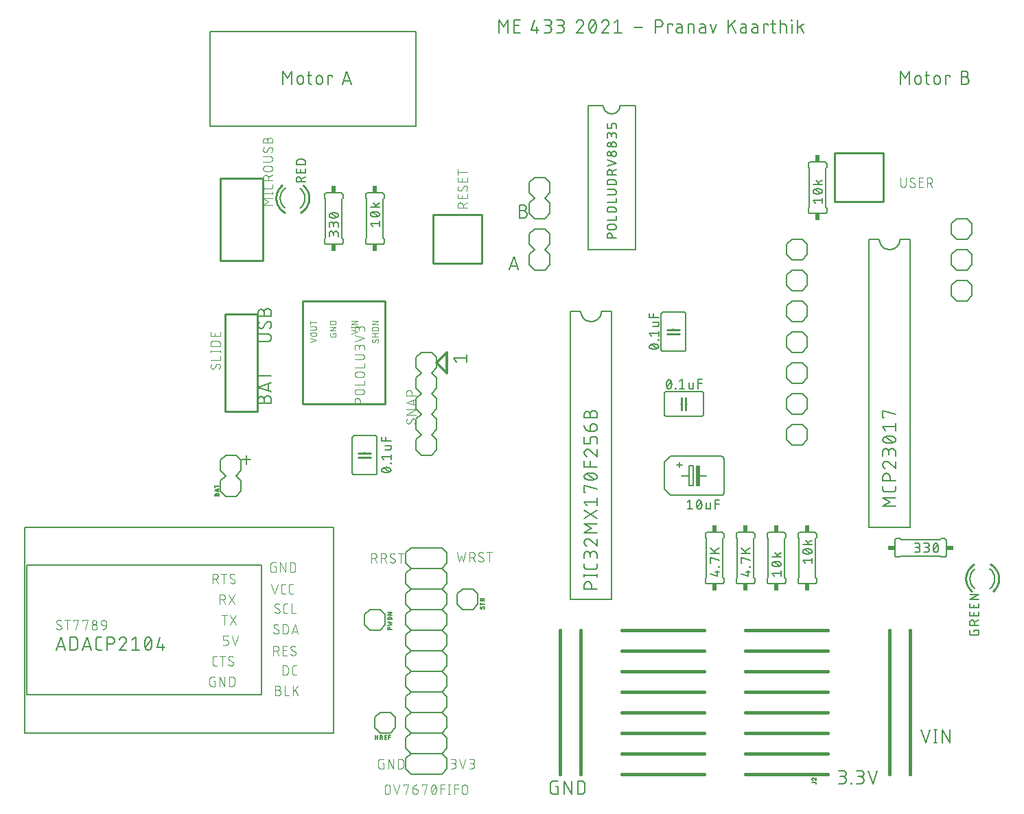
<source format=gto>
G04 EAGLE Gerber RS-274X export*
G75*
%MOMM*%
%FSLAX34Y34*%
%LPD*%
%INTop Silkscreen*%
%IPPOS*%
%AMOC8*
5,1,8,0,0,1.08239X$1,22.5*%
G01*
%ADD10C,0.152400*%
%ADD11C,0.406400*%
%ADD12C,0.254000*%
%ADD13C,0.101600*%
%ADD14C,0.203200*%
%ADD15C,0.127000*%
%ADD16C,0.076200*%
%ADD17R,0.609600X0.863600*%
%ADD18C,0.304800*%
%ADD19C,0.177800*%
%ADD20R,0.863600X0.609600*%
%ADD21R,0.508000X2.540000*%


D10*
X0Y942340D02*
X254000Y942340D01*
X254000Y825500D01*
X0Y825500D01*
X0Y942340D01*
D11*
X508000Y203200D02*
X609600Y203200D01*
X609600Y177800D02*
X508000Y177800D01*
X508000Y152400D02*
X609600Y152400D01*
X609600Y127000D02*
X508000Y127000D01*
X508000Y101600D02*
X609600Y101600D01*
X609600Y76200D02*
X508000Y76200D01*
X508000Y50800D02*
X609600Y50800D01*
X609600Y25400D02*
X508000Y25400D01*
X660400Y25400D02*
X762000Y25400D01*
X762000Y50800D02*
X660400Y50800D01*
X660400Y76200D02*
X762000Y76200D01*
X762000Y101600D02*
X660400Y101600D01*
X660400Y127000D02*
X762000Y127000D01*
X762000Y152400D02*
X660400Y152400D01*
X660400Y177800D02*
X762000Y177800D01*
X762000Y203200D02*
X660400Y203200D01*
X457200Y203200D02*
X457200Y25400D01*
X431800Y25400D02*
X431800Y203200D01*
X863600Y203200D02*
X863600Y25400D01*
X838200Y25400D02*
X838200Y203200D01*
D10*
X779978Y13462D02*
X775462Y13462D01*
X779978Y13462D02*
X780111Y13464D01*
X780243Y13470D01*
X780375Y13480D01*
X780507Y13493D01*
X780639Y13511D01*
X780769Y13532D01*
X780900Y13557D01*
X781029Y13586D01*
X781157Y13619D01*
X781285Y13655D01*
X781411Y13695D01*
X781536Y13739D01*
X781660Y13787D01*
X781782Y13838D01*
X781903Y13893D01*
X782022Y13951D01*
X782140Y14013D01*
X782255Y14078D01*
X782369Y14147D01*
X782480Y14218D01*
X782589Y14294D01*
X782696Y14372D01*
X782801Y14453D01*
X782903Y14538D01*
X783003Y14625D01*
X783100Y14715D01*
X783195Y14808D01*
X783286Y14904D01*
X783375Y15002D01*
X783461Y15103D01*
X783544Y15207D01*
X783624Y15313D01*
X783700Y15421D01*
X783774Y15531D01*
X783844Y15644D01*
X783911Y15758D01*
X783974Y15875D01*
X784034Y15993D01*
X784091Y16113D01*
X784144Y16235D01*
X784193Y16358D01*
X784239Y16482D01*
X784281Y16608D01*
X784319Y16735D01*
X784354Y16863D01*
X784385Y16992D01*
X784412Y17121D01*
X784435Y17252D01*
X784455Y17383D01*
X784470Y17515D01*
X784482Y17647D01*
X784490Y17779D01*
X784494Y17912D01*
X784494Y18044D01*
X784490Y18177D01*
X784482Y18309D01*
X784470Y18441D01*
X784455Y18573D01*
X784435Y18704D01*
X784412Y18835D01*
X784385Y18964D01*
X784354Y19093D01*
X784319Y19221D01*
X784281Y19348D01*
X784239Y19474D01*
X784193Y19598D01*
X784144Y19721D01*
X784091Y19843D01*
X784034Y19963D01*
X783974Y20081D01*
X783911Y20198D01*
X783844Y20312D01*
X783774Y20425D01*
X783700Y20535D01*
X783624Y20643D01*
X783544Y20749D01*
X783461Y20853D01*
X783375Y20954D01*
X783286Y21052D01*
X783195Y21148D01*
X783100Y21241D01*
X783003Y21331D01*
X782903Y21418D01*
X782801Y21503D01*
X782696Y21584D01*
X782589Y21662D01*
X782480Y21738D01*
X782369Y21809D01*
X782255Y21878D01*
X782140Y21943D01*
X782022Y22005D01*
X781903Y22063D01*
X781782Y22118D01*
X781660Y22169D01*
X781536Y22217D01*
X781411Y22261D01*
X781285Y22301D01*
X781157Y22337D01*
X781029Y22370D01*
X780900Y22399D01*
X780769Y22424D01*
X780639Y22445D01*
X780507Y22463D01*
X780375Y22476D01*
X780243Y22486D01*
X780111Y22492D01*
X779978Y22494D01*
X780881Y29718D02*
X775462Y29718D01*
X780881Y29718D02*
X781000Y29716D01*
X781120Y29710D01*
X781239Y29700D01*
X781357Y29686D01*
X781476Y29669D01*
X781593Y29647D01*
X781710Y29622D01*
X781825Y29592D01*
X781940Y29559D01*
X782054Y29522D01*
X782166Y29482D01*
X782277Y29437D01*
X782386Y29389D01*
X782494Y29338D01*
X782600Y29283D01*
X782704Y29224D01*
X782806Y29162D01*
X782906Y29097D01*
X783004Y29028D01*
X783100Y28956D01*
X783193Y28881D01*
X783283Y28804D01*
X783371Y28723D01*
X783456Y28639D01*
X783538Y28552D01*
X783618Y28463D01*
X783694Y28371D01*
X783768Y28277D01*
X783838Y28180D01*
X783905Y28082D01*
X783969Y27981D01*
X784029Y27877D01*
X784086Y27772D01*
X784139Y27665D01*
X784189Y27557D01*
X784235Y27447D01*
X784277Y27335D01*
X784316Y27222D01*
X784351Y27108D01*
X784382Y26993D01*
X784410Y26876D01*
X784433Y26759D01*
X784453Y26642D01*
X784469Y26523D01*
X784481Y26404D01*
X784489Y26285D01*
X784493Y26166D01*
X784493Y26046D01*
X784489Y25927D01*
X784481Y25808D01*
X784469Y25689D01*
X784453Y25570D01*
X784433Y25453D01*
X784410Y25336D01*
X784382Y25219D01*
X784351Y25104D01*
X784316Y24990D01*
X784277Y24877D01*
X784235Y24765D01*
X784189Y24655D01*
X784139Y24547D01*
X784086Y24440D01*
X784029Y24335D01*
X783969Y24231D01*
X783905Y24130D01*
X783838Y24032D01*
X783768Y23935D01*
X783694Y23841D01*
X783618Y23749D01*
X783538Y23660D01*
X783456Y23573D01*
X783371Y23489D01*
X783283Y23408D01*
X783193Y23331D01*
X783100Y23256D01*
X783004Y23184D01*
X782906Y23115D01*
X782806Y23050D01*
X782704Y22988D01*
X782600Y22929D01*
X782494Y22874D01*
X782386Y22823D01*
X782277Y22775D01*
X782166Y22730D01*
X782054Y22690D01*
X781940Y22653D01*
X781825Y22620D01*
X781710Y22590D01*
X781593Y22565D01*
X781476Y22543D01*
X781357Y22526D01*
X781239Y22512D01*
X781120Y22502D01*
X781000Y22496D01*
X780881Y22494D01*
X780881Y22493D02*
X777268Y22493D01*
X790468Y14365D02*
X790468Y13462D01*
X790468Y14365D02*
X791371Y14365D01*
X791371Y13462D01*
X790468Y13462D01*
X797346Y13462D02*
X801861Y13462D01*
X801994Y13464D01*
X802126Y13470D01*
X802258Y13480D01*
X802390Y13493D01*
X802522Y13511D01*
X802652Y13532D01*
X802783Y13557D01*
X802912Y13586D01*
X803040Y13619D01*
X803168Y13655D01*
X803294Y13695D01*
X803419Y13739D01*
X803543Y13787D01*
X803665Y13838D01*
X803786Y13893D01*
X803905Y13951D01*
X804023Y14013D01*
X804138Y14078D01*
X804252Y14147D01*
X804363Y14218D01*
X804472Y14294D01*
X804579Y14372D01*
X804684Y14453D01*
X804786Y14538D01*
X804886Y14625D01*
X804983Y14715D01*
X805078Y14808D01*
X805169Y14904D01*
X805258Y15002D01*
X805344Y15103D01*
X805427Y15207D01*
X805507Y15313D01*
X805583Y15421D01*
X805657Y15531D01*
X805727Y15644D01*
X805794Y15758D01*
X805857Y15875D01*
X805917Y15993D01*
X805974Y16113D01*
X806027Y16235D01*
X806076Y16358D01*
X806122Y16482D01*
X806164Y16608D01*
X806202Y16735D01*
X806237Y16863D01*
X806268Y16992D01*
X806295Y17121D01*
X806318Y17252D01*
X806338Y17383D01*
X806353Y17515D01*
X806365Y17647D01*
X806373Y17779D01*
X806377Y17912D01*
X806377Y18044D01*
X806373Y18177D01*
X806365Y18309D01*
X806353Y18441D01*
X806338Y18573D01*
X806318Y18704D01*
X806295Y18835D01*
X806268Y18964D01*
X806237Y19093D01*
X806202Y19221D01*
X806164Y19348D01*
X806122Y19474D01*
X806076Y19598D01*
X806027Y19721D01*
X805974Y19843D01*
X805917Y19963D01*
X805857Y20081D01*
X805794Y20198D01*
X805727Y20312D01*
X805657Y20425D01*
X805583Y20535D01*
X805507Y20643D01*
X805427Y20749D01*
X805344Y20853D01*
X805258Y20954D01*
X805169Y21052D01*
X805078Y21148D01*
X804983Y21241D01*
X804886Y21331D01*
X804786Y21418D01*
X804684Y21503D01*
X804579Y21584D01*
X804472Y21662D01*
X804363Y21738D01*
X804252Y21809D01*
X804138Y21878D01*
X804023Y21943D01*
X803905Y22005D01*
X803786Y22063D01*
X803665Y22118D01*
X803543Y22169D01*
X803419Y22217D01*
X803294Y22261D01*
X803168Y22301D01*
X803040Y22337D01*
X802912Y22370D01*
X802783Y22399D01*
X802652Y22424D01*
X802522Y22445D01*
X802390Y22463D01*
X802258Y22476D01*
X802126Y22486D01*
X801994Y22492D01*
X801861Y22494D01*
X802764Y29718D02*
X797346Y29718D01*
X802764Y29718D02*
X802883Y29716D01*
X803003Y29710D01*
X803122Y29700D01*
X803240Y29686D01*
X803359Y29669D01*
X803476Y29647D01*
X803593Y29622D01*
X803708Y29592D01*
X803823Y29559D01*
X803937Y29522D01*
X804049Y29482D01*
X804160Y29437D01*
X804269Y29389D01*
X804377Y29338D01*
X804483Y29283D01*
X804587Y29224D01*
X804689Y29162D01*
X804789Y29097D01*
X804887Y29028D01*
X804983Y28956D01*
X805076Y28881D01*
X805166Y28804D01*
X805254Y28723D01*
X805339Y28639D01*
X805421Y28552D01*
X805501Y28463D01*
X805577Y28371D01*
X805651Y28277D01*
X805721Y28180D01*
X805788Y28082D01*
X805852Y27981D01*
X805912Y27877D01*
X805969Y27772D01*
X806022Y27665D01*
X806072Y27557D01*
X806118Y27447D01*
X806160Y27335D01*
X806199Y27222D01*
X806234Y27108D01*
X806265Y26993D01*
X806293Y26876D01*
X806316Y26759D01*
X806336Y26642D01*
X806352Y26523D01*
X806364Y26404D01*
X806372Y26285D01*
X806376Y26166D01*
X806376Y26046D01*
X806372Y25927D01*
X806364Y25808D01*
X806352Y25689D01*
X806336Y25570D01*
X806316Y25453D01*
X806293Y25336D01*
X806265Y25219D01*
X806234Y25104D01*
X806199Y24990D01*
X806160Y24877D01*
X806118Y24765D01*
X806072Y24655D01*
X806022Y24547D01*
X805969Y24440D01*
X805912Y24335D01*
X805852Y24231D01*
X805788Y24130D01*
X805721Y24032D01*
X805651Y23935D01*
X805577Y23841D01*
X805501Y23749D01*
X805421Y23660D01*
X805339Y23573D01*
X805254Y23489D01*
X805166Y23408D01*
X805076Y23331D01*
X804983Y23256D01*
X804887Y23184D01*
X804789Y23115D01*
X804689Y23050D01*
X804587Y22988D01*
X804483Y22929D01*
X804377Y22874D01*
X804269Y22823D01*
X804160Y22775D01*
X804049Y22730D01*
X803937Y22690D01*
X803823Y22653D01*
X803708Y22620D01*
X803593Y22590D01*
X803476Y22565D01*
X803359Y22543D01*
X803240Y22526D01*
X803122Y22512D01*
X803003Y22502D01*
X802883Y22496D01*
X802764Y22494D01*
X802764Y22493D02*
X799152Y22493D01*
X812074Y29718D02*
X817492Y13462D01*
X822911Y29718D01*
X882481Y64262D02*
X877062Y80518D01*
X887899Y80518D02*
X882481Y64262D01*
X894986Y64262D02*
X894986Y80518D01*
X893179Y64262D02*
X896792Y64262D01*
X896792Y80518D02*
X893179Y80518D01*
X903496Y80518D02*
X903496Y64262D01*
X912527Y64262D02*
X903496Y80518D01*
X912527Y80518D02*
X912527Y64262D01*
X428893Y9793D02*
X426184Y9793D01*
X428893Y9793D02*
X428893Y762D01*
X423474Y762D01*
X423356Y764D01*
X423238Y770D01*
X423120Y779D01*
X423003Y793D01*
X422886Y810D01*
X422769Y831D01*
X422654Y856D01*
X422539Y885D01*
X422425Y918D01*
X422313Y954D01*
X422202Y994D01*
X422092Y1037D01*
X421983Y1084D01*
X421876Y1134D01*
X421771Y1189D01*
X421668Y1246D01*
X421567Y1307D01*
X421467Y1371D01*
X421370Y1438D01*
X421275Y1508D01*
X421183Y1582D01*
X421092Y1658D01*
X421005Y1738D01*
X420920Y1820D01*
X420838Y1905D01*
X420758Y1992D01*
X420682Y2083D01*
X420608Y2175D01*
X420538Y2270D01*
X420471Y2367D01*
X420407Y2467D01*
X420346Y2568D01*
X420289Y2671D01*
X420234Y2776D01*
X420184Y2883D01*
X420137Y2992D01*
X420094Y3102D01*
X420054Y3213D01*
X420018Y3325D01*
X419985Y3439D01*
X419956Y3554D01*
X419931Y3669D01*
X419910Y3786D01*
X419893Y3903D01*
X419879Y4020D01*
X419870Y4138D01*
X419864Y4256D01*
X419862Y4374D01*
X419862Y13406D01*
X419864Y13524D01*
X419870Y13642D01*
X419879Y13760D01*
X419893Y13877D01*
X419910Y13994D01*
X419931Y14111D01*
X419956Y14226D01*
X419985Y14341D01*
X420018Y14455D01*
X420054Y14567D01*
X420094Y14678D01*
X420137Y14788D01*
X420184Y14897D01*
X420234Y15004D01*
X420288Y15109D01*
X420346Y15212D01*
X420407Y15313D01*
X420471Y15413D01*
X420538Y15510D01*
X420608Y15605D01*
X420682Y15697D01*
X420758Y15788D01*
X420838Y15875D01*
X420920Y15960D01*
X421005Y16042D01*
X421092Y16122D01*
X421183Y16198D01*
X421275Y16272D01*
X421370Y16342D01*
X421467Y16409D01*
X421567Y16473D01*
X421668Y16534D01*
X421771Y16591D01*
X421876Y16645D01*
X421983Y16696D01*
X422092Y16743D01*
X422202Y16786D01*
X422313Y16826D01*
X422425Y16862D01*
X422539Y16895D01*
X422654Y16924D01*
X422769Y16949D01*
X422886Y16970D01*
X423003Y16987D01*
X423120Y17001D01*
X423238Y17010D01*
X423356Y17016D01*
X423474Y17018D01*
X428893Y17018D01*
X436535Y17018D02*
X436535Y762D01*
X445566Y762D02*
X436535Y17018D01*
X445566Y17018D02*
X445566Y762D01*
X453209Y762D02*
X453209Y17018D01*
X457724Y17018D01*
X457855Y17016D01*
X457987Y17010D01*
X458118Y17001D01*
X458248Y16987D01*
X458379Y16970D01*
X458508Y16949D01*
X458637Y16925D01*
X458765Y16896D01*
X458893Y16864D01*
X459019Y16828D01*
X459144Y16789D01*
X459269Y16746D01*
X459391Y16699D01*
X459513Y16649D01*
X459633Y16595D01*
X459751Y16538D01*
X459867Y16477D01*
X459982Y16413D01*
X460095Y16346D01*
X460206Y16275D01*
X460314Y16201D01*
X460421Y16124D01*
X460525Y16044D01*
X460627Y15961D01*
X460726Y15876D01*
X460823Y15787D01*
X460917Y15695D01*
X461009Y15601D01*
X461098Y15504D01*
X461183Y15405D01*
X461266Y15303D01*
X461346Y15199D01*
X461423Y15092D01*
X461497Y14984D01*
X461568Y14873D01*
X461635Y14760D01*
X461699Y14645D01*
X461760Y14529D01*
X461817Y14411D01*
X461871Y14291D01*
X461921Y14169D01*
X461968Y14047D01*
X462011Y13922D01*
X462050Y13797D01*
X462086Y13671D01*
X462118Y13543D01*
X462147Y13415D01*
X462171Y13286D01*
X462192Y13157D01*
X462209Y13026D01*
X462223Y12896D01*
X462232Y12765D01*
X462238Y12633D01*
X462240Y12502D01*
X462240Y5278D01*
X462238Y5147D01*
X462232Y5015D01*
X462223Y4884D01*
X462209Y4754D01*
X462192Y4623D01*
X462171Y4494D01*
X462147Y4365D01*
X462118Y4237D01*
X462086Y4109D01*
X462050Y3983D01*
X462011Y3858D01*
X461968Y3733D01*
X461921Y3611D01*
X461871Y3489D01*
X461817Y3369D01*
X461760Y3251D01*
X461699Y3135D01*
X461635Y3020D01*
X461568Y2907D01*
X461497Y2796D01*
X461423Y2688D01*
X461346Y2581D01*
X461266Y2477D01*
X461183Y2375D01*
X461098Y2276D01*
X461009Y2179D01*
X460917Y2085D01*
X460823Y1993D01*
X460726Y1904D01*
X460627Y1819D01*
X460525Y1736D01*
X460421Y1656D01*
X460314Y1579D01*
X460206Y1505D01*
X460095Y1434D01*
X459982Y1367D01*
X459867Y1303D01*
X459751Y1242D01*
X459633Y1185D01*
X459513Y1131D01*
X459391Y1081D01*
X459269Y1034D01*
X459144Y991D01*
X459019Y952D01*
X458893Y916D01*
X458765Y884D01*
X458637Y855D01*
X458508Y831D01*
X458378Y810D01*
X458248Y793D01*
X458118Y779D01*
X457987Y770D01*
X457855Y764D01*
X457724Y762D01*
X453209Y762D01*
X89662Y877062D02*
X89662Y893318D01*
X95081Y884287D01*
X100499Y893318D01*
X100499Y877062D01*
X107621Y880674D02*
X107621Y884287D01*
X107623Y884406D01*
X107629Y884526D01*
X107639Y884645D01*
X107653Y884763D01*
X107670Y884882D01*
X107692Y884999D01*
X107717Y885116D01*
X107747Y885231D01*
X107780Y885346D01*
X107817Y885460D01*
X107857Y885572D01*
X107902Y885683D01*
X107950Y885792D01*
X108001Y885900D01*
X108056Y886006D01*
X108115Y886110D01*
X108177Y886212D01*
X108242Y886312D01*
X108311Y886410D01*
X108383Y886506D01*
X108458Y886599D01*
X108535Y886689D01*
X108616Y886777D01*
X108700Y886862D01*
X108787Y886944D01*
X108876Y887024D01*
X108968Y887100D01*
X109062Y887174D01*
X109159Y887244D01*
X109257Y887311D01*
X109358Y887375D01*
X109462Y887435D01*
X109567Y887492D01*
X109674Y887545D01*
X109782Y887595D01*
X109892Y887641D01*
X110004Y887683D01*
X110117Y887722D01*
X110231Y887757D01*
X110346Y887788D01*
X110463Y887816D01*
X110580Y887839D01*
X110697Y887859D01*
X110816Y887875D01*
X110935Y887887D01*
X111054Y887895D01*
X111173Y887899D01*
X111293Y887899D01*
X111412Y887895D01*
X111531Y887887D01*
X111650Y887875D01*
X111769Y887859D01*
X111886Y887839D01*
X112003Y887816D01*
X112120Y887788D01*
X112235Y887757D01*
X112349Y887722D01*
X112462Y887683D01*
X112574Y887641D01*
X112684Y887595D01*
X112792Y887545D01*
X112899Y887492D01*
X113004Y887435D01*
X113108Y887375D01*
X113209Y887311D01*
X113307Y887244D01*
X113404Y887174D01*
X113498Y887100D01*
X113590Y887024D01*
X113679Y886944D01*
X113766Y886862D01*
X113850Y886777D01*
X113931Y886689D01*
X114008Y886599D01*
X114083Y886506D01*
X114155Y886410D01*
X114224Y886312D01*
X114289Y886212D01*
X114351Y886110D01*
X114410Y886006D01*
X114465Y885900D01*
X114516Y885792D01*
X114564Y885683D01*
X114609Y885572D01*
X114649Y885460D01*
X114686Y885346D01*
X114719Y885231D01*
X114749Y885116D01*
X114774Y884999D01*
X114796Y884882D01*
X114813Y884763D01*
X114827Y884645D01*
X114837Y884526D01*
X114843Y884406D01*
X114845Y884287D01*
X114845Y880674D01*
X114843Y880555D01*
X114837Y880435D01*
X114827Y880316D01*
X114813Y880198D01*
X114796Y880079D01*
X114774Y879962D01*
X114749Y879845D01*
X114719Y879730D01*
X114686Y879615D01*
X114649Y879501D01*
X114609Y879389D01*
X114564Y879278D01*
X114516Y879169D01*
X114465Y879061D01*
X114410Y878955D01*
X114351Y878851D01*
X114289Y878749D01*
X114224Y878649D01*
X114155Y878551D01*
X114083Y878455D01*
X114008Y878362D01*
X113931Y878272D01*
X113850Y878184D01*
X113766Y878099D01*
X113679Y878017D01*
X113590Y877937D01*
X113498Y877861D01*
X113404Y877787D01*
X113307Y877717D01*
X113209Y877650D01*
X113108Y877586D01*
X113004Y877526D01*
X112899Y877469D01*
X112792Y877416D01*
X112684Y877366D01*
X112574Y877320D01*
X112462Y877278D01*
X112349Y877239D01*
X112235Y877204D01*
X112120Y877173D01*
X112003Y877145D01*
X111886Y877122D01*
X111769Y877102D01*
X111650Y877086D01*
X111531Y877074D01*
X111412Y877066D01*
X111293Y877062D01*
X111173Y877062D01*
X111054Y877066D01*
X110935Y877074D01*
X110816Y877086D01*
X110697Y877102D01*
X110580Y877122D01*
X110463Y877145D01*
X110346Y877173D01*
X110231Y877204D01*
X110117Y877239D01*
X110004Y877278D01*
X109892Y877320D01*
X109782Y877366D01*
X109674Y877416D01*
X109567Y877469D01*
X109462Y877526D01*
X109358Y877586D01*
X109257Y877650D01*
X109159Y877717D01*
X109062Y877787D01*
X108968Y877861D01*
X108876Y877937D01*
X108787Y878017D01*
X108700Y878099D01*
X108616Y878184D01*
X108535Y878272D01*
X108458Y878362D01*
X108383Y878455D01*
X108311Y878551D01*
X108242Y878649D01*
X108177Y878749D01*
X108115Y878851D01*
X108056Y878955D01*
X108001Y879061D01*
X107950Y879169D01*
X107902Y879278D01*
X107857Y879389D01*
X107817Y879501D01*
X107780Y879615D01*
X107747Y879730D01*
X107717Y879845D01*
X107692Y879962D01*
X107670Y880079D01*
X107653Y880198D01*
X107639Y880316D01*
X107629Y880435D01*
X107623Y880555D01*
X107621Y880674D01*
X119870Y887899D02*
X125289Y887899D01*
X121677Y893318D02*
X121677Y879771D01*
X121679Y879670D01*
X121685Y879569D01*
X121694Y879468D01*
X121707Y879367D01*
X121724Y879267D01*
X121745Y879168D01*
X121769Y879070D01*
X121797Y878973D01*
X121829Y878876D01*
X121864Y878781D01*
X121903Y878688D01*
X121945Y878596D01*
X121991Y878505D01*
X122040Y878417D01*
X122092Y878330D01*
X122148Y878245D01*
X122206Y878162D01*
X122268Y878082D01*
X122333Y878004D01*
X122400Y877928D01*
X122470Y877855D01*
X122543Y877785D01*
X122619Y877718D01*
X122697Y877653D01*
X122777Y877591D01*
X122860Y877533D01*
X122945Y877477D01*
X123032Y877425D01*
X123120Y877376D01*
X123211Y877330D01*
X123303Y877288D01*
X123396Y877249D01*
X123491Y877214D01*
X123588Y877182D01*
X123685Y877154D01*
X123783Y877130D01*
X123882Y877109D01*
X123982Y877092D01*
X124083Y877079D01*
X124184Y877070D01*
X124285Y877064D01*
X124386Y877062D01*
X125289Y877062D01*
X131067Y880674D02*
X131067Y884287D01*
X131068Y884287D02*
X131070Y884406D01*
X131076Y884526D01*
X131086Y884645D01*
X131100Y884763D01*
X131117Y884882D01*
X131139Y884999D01*
X131164Y885116D01*
X131194Y885231D01*
X131227Y885346D01*
X131264Y885460D01*
X131304Y885572D01*
X131349Y885683D01*
X131397Y885792D01*
X131448Y885900D01*
X131503Y886006D01*
X131562Y886110D01*
X131624Y886212D01*
X131689Y886312D01*
X131758Y886410D01*
X131830Y886506D01*
X131905Y886599D01*
X131982Y886689D01*
X132063Y886777D01*
X132147Y886862D01*
X132234Y886944D01*
X132323Y887024D01*
X132415Y887100D01*
X132509Y887174D01*
X132606Y887244D01*
X132704Y887311D01*
X132805Y887375D01*
X132909Y887435D01*
X133014Y887492D01*
X133121Y887545D01*
X133229Y887595D01*
X133339Y887641D01*
X133451Y887683D01*
X133564Y887722D01*
X133678Y887757D01*
X133793Y887788D01*
X133910Y887816D01*
X134027Y887839D01*
X134144Y887859D01*
X134263Y887875D01*
X134382Y887887D01*
X134501Y887895D01*
X134620Y887899D01*
X134740Y887899D01*
X134859Y887895D01*
X134978Y887887D01*
X135097Y887875D01*
X135216Y887859D01*
X135333Y887839D01*
X135450Y887816D01*
X135567Y887788D01*
X135682Y887757D01*
X135796Y887722D01*
X135909Y887683D01*
X136021Y887641D01*
X136131Y887595D01*
X136239Y887545D01*
X136346Y887492D01*
X136451Y887435D01*
X136555Y887375D01*
X136656Y887311D01*
X136754Y887244D01*
X136851Y887174D01*
X136945Y887100D01*
X137037Y887024D01*
X137126Y886944D01*
X137213Y886862D01*
X137297Y886777D01*
X137378Y886689D01*
X137455Y886599D01*
X137530Y886506D01*
X137602Y886410D01*
X137671Y886312D01*
X137736Y886212D01*
X137798Y886110D01*
X137857Y886006D01*
X137912Y885900D01*
X137963Y885792D01*
X138011Y885683D01*
X138056Y885572D01*
X138096Y885460D01*
X138133Y885346D01*
X138166Y885231D01*
X138196Y885116D01*
X138221Y884999D01*
X138243Y884882D01*
X138260Y884763D01*
X138274Y884645D01*
X138284Y884526D01*
X138290Y884406D01*
X138292Y884287D01*
X138292Y880674D01*
X138290Y880555D01*
X138284Y880435D01*
X138274Y880316D01*
X138260Y880198D01*
X138243Y880079D01*
X138221Y879962D01*
X138196Y879845D01*
X138166Y879730D01*
X138133Y879615D01*
X138096Y879501D01*
X138056Y879389D01*
X138011Y879278D01*
X137963Y879169D01*
X137912Y879061D01*
X137857Y878955D01*
X137798Y878851D01*
X137736Y878749D01*
X137671Y878649D01*
X137602Y878551D01*
X137530Y878455D01*
X137455Y878362D01*
X137378Y878272D01*
X137297Y878184D01*
X137213Y878099D01*
X137126Y878017D01*
X137037Y877937D01*
X136945Y877861D01*
X136851Y877787D01*
X136754Y877717D01*
X136656Y877650D01*
X136555Y877586D01*
X136451Y877526D01*
X136346Y877469D01*
X136239Y877416D01*
X136131Y877366D01*
X136021Y877320D01*
X135909Y877278D01*
X135796Y877239D01*
X135682Y877204D01*
X135567Y877173D01*
X135450Y877145D01*
X135333Y877122D01*
X135216Y877102D01*
X135097Y877086D01*
X134978Y877074D01*
X134859Y877066D01*
X134740Y877062D01*
X134620Y877062D01*
X134501Y877066D01*
X134382Y877074D01*
X134263Y877086D01*
X134144Y877102D01*
X134027Y877122D01*
X133910Y877145D01*
X133793Y877173D01*
X133678Y877204D01*
X133564Y877239D01*
X133451Y877278D01*
X133339Y877320D01*
X133229Y877366D01*
X133121Y877416D01*
X133014Y877469D01*
X132909Y877526D01*
X132805Y877586D01*
X132704Y877650D01*
X132606Y877717D01*
X132509Y877787D01*
X132415Y877861D01*
X132323Y877937D01*
X132234Y878017D01*
X132147Y878099D01*
X132063Y878184D01*
X131982Y878272D01*
X131905Y878362D01*
X131830Y878455D01*
X131758Y878551D01*
X131689Y878649D01*
X131624Y878749D01*
X131562Y878851D01*
X131503Y878955D01*
X131448Y879061D01*
X131397Y879169D01*
X131349Y879278D01*
X131304Y879389D01*
X131264Y879501D01*
X131227Y879615D01*
X131194Y879730D01*
X131164Y879845D01*
X131139Y879962D01*
X131117Y880079D01*
X131100Y880198D01*
X131086Y880316D01*
X131076Y880435D01*
X131070Y880555D01*
X131068Y880674D01*
X145220Y877062D02*
X145220Y887899D01*
X150639Y887899D01*
X150639Y886093D01*
X163129Y877062D02*
X168547Y893318D01*
X173966Y877062D01*
X172611Y881126D02*
X164483Y881126D01*
X851662Y877062D02*
X851662Y893318D01*
X857081Y884287D01*
X862499Y893318D01*
X862499Y877062D01*
X869621Y880674D02*
X869621Y884287D01*
X869623Y884406D01*
X869629Y884526D01*
X869639Y884645D01*
X869653Y884763D01*
X869670Y884882D01*
X869692Y884999D01*
X869717Y885116D01*
X869747Y885231D01*
X869780Y885346D01*
X869817Y885460D01*
X869857Y885572D01*
X869902Y885683D01*
X869950Y885792D01*
X870001Y885900D01*
X870056Y886006D01*
X870115Y886110D01*
X870177Y886212D01*
X870242Y886312D01*
X870311Y886410D01*
X870383Y886506D01*
X870458Y886599D01*
X870535Y886689D01*
X870616Y886777D01*
X870700Y886862D01*
X870787Y886944D01*
X870876Y887024D01*
X870968Y887100D01*
X871062Y887174D01*
X871159Y887244D01*
X871257Y887311D01*
X871358Y887375D01*
X871462Y887435D01*
X871567Y887492D01*
X871674Y887545D01*
X871782Y887595D01*
X871892Y887641D01*
X872004Y887683D01*
X872117Y887722D01*
X872231Y887757D01*
X872346Y887788D01*
X872463Y887816D01*
X872580Y887839D01*
X872697Y887859D01*
X872816Y887875D01*
X872935Y887887D01*
X873054Y887895D01*
X873173Y887899D01*
X873293Y887899D01*
X873412Y887895D01*
X873531Y887887D01*
X873650Y887875D01*
X873769Y887859D01*
X873886Y887839D01*
X874003Y887816D01*
X874120Y887788D01*
X874235Y887757D01*
X874349Y887722D01*
X874462Y887683D01*
X874574Y887641D01*
X874684Y887595D01*
X874792Y887545D01*
X874899Y887492D01*
X875004Y887435D01*
X875108Y887375D01*
X875209Y887311D01*
X875307Y887244D01*
X875404Y887174D01*
X875498Y887100D01*
X875590Y887024D01*
X875679Y886944D01*
X875766Y886862D01*
X875850Y886777D01*
X875931Y886689D01*
X876008Y886599D01*
X876083Y886506D01*
X876155Y886410D01*
X876224Y886312D01*
X876289Y886212D01*
X876351Y886110D01*
X876410Y886006D01*
X876465Y885900D01*
X876516Y885792D01*
X876564Y885683D01*
X876609Y885572D01*
X876649Y885460D01*
X876686Y885346D01*
X876719Y885231D01*
X876749Y885116D01*
X876774Y884999D01*
X876796Y884882D01*
X876813Y884763D01*
X876827Y884645D01*
X876837Y884526D01*
X876843Y884406D01*
X876845Y884287D01*
X876845Y880674D01*
X876843Y880555D01*
X876837Y880435D01*
X876827Y880316D01*
X876813Y880198D01*
X876796Y880079D01*
X876774Y879962D01*
X876749Y879845D01*
X876719Y879730D01*
X876686Y879615D01*
X876649Y879501D01*
X876609Y879389D01*
X876564Y879278D01*
X876516Y879169D01*
X876465Y879061D01*
X876410Y878955D01*
X876351Y878851D01*
X876289Y878749D01*
X876224Y878649D01*
X876155Y878551D01*
X876083Y878455D01*
X876008Y878362D01*
X875931Y878272D01*
X875850Y878184D01*
X875766Y878099D01*
X875679Y878017D01*
X875590Y877937D01*
X875498Y877861D01*
X875404Y877787D01*
X875307Y877717D01*
X875209Y877650D01*
X875108Y877586D01*
X875004Y877526D01*
X874899Y877469D01*
X874792Y877416D01*
X874684Y877366D01*
X874574Y877320D01*
X874462Y877278D01*
X874349Y877239D01*
X874235Y877204D01*
X874120Y877173D01*
X874003Y877145D01*
X873886Y877122D01*
X873769Y877102D01*
X873650Y877086D01*
X873531Y877074D01*
X873412Y877066D01*
X873293Y877062D01*
X873173Y877062D01*
X873054Y877066D01*
X872935Y877074D01*
X872816Y877086D01*
X872697Y877102D01*
X872580Y877122D01*
X872463Y877145D01*
X872346Y877173D01*
X872231Y877204D01*
X872117Y877239D01*
X872004Y877278D01*
X871892Y877320D01*
X871782Y877366D01*
X871674Y877416D01*
X871567Y877469D01*
X871462Y877526D01*
X871358Y877586D01*
X871257Y877650D01*
X871159Y877717D01*
X871062Y877787D01*
X870968Y877861D01*
X870876Y877937D01*
X870787Y878017D01*
X870700Y878099D01*
X870616Y878184D01*
X870535Y878272D01*
X870458Y878362D01*
X870383Y878455D01*
X870311Y878551D01*
X870242Y878649D01*
X870177Y878749D01*
X870115Y878851D01*
X870056Y878955D01*
X870001Y879061D01*
X869950Y879169D01*
X869902Y879278D01*
X869857Y879389D01*
X869817Y879501D01*
X869780Y879615D01*
X869747Y879730D01*
X869717Y879845D01*
X869692Y879962D01*
X869670Y880079D01*
X869653Y880198D01*
X869639Y880316D01*
X869629Y880435D01*
X869623Y880555D01*
X869621Y880674D01*
X881870Y887899D02*
X887289Y887899D01*
X883677Y893318D02*
X883677Y879771D01*
X883679Y879670D01*
X883685Y879569D01*
X883694Y879468D01*
X883707Y879367D01*
X883724Y879267D01*
X883745Y879168D01*
X883769Y879070D01*
X883797Y878973D01*
X883829Y878876D01*
X883864Y878781D01*
X883903Y878688D01*
X883945Y878596D01*
X883991Y878505D01*
X884040Y878417D01*
X884092Y878330D01*
X884148Y878245D01*
X884206Y878162D01*
X884268Y878082D01*
X884333Y878004D01*
X884400Y877928D01*
X884470Y877855D01*
X884543Y877785D01*
X884619Y877718D01*
X884697Y877653D01*
X884777Y877591D01*
X884860Y877533D01*
X884945Y877477D01*
X885032Y877425D01*
X885120Y877376D01*
X885211Y877330D01*
X885303Y877288D01*
X885396Y877249D01*
X885491Y877214D01*
X885588Y877182D01*
X885685Y877154D01*
X885783Y877130D01*
X885882Y877109D01*
X885982Y877092D01*
X886083Y877079D01*
X886184Y877070D01*
X886285Y877064D01*
X886386Y877062D01*
X887289Y877062D01*
X893067Y880674D02*
X893067Y884287D01*
X893068Y884287D02*
X893070Y884406D01*
X893076Y884526D01*
X893086Y884645D01*
X893100Y884763D01*
X893117Y884882D01*
X893139Y884999D01*
X893164Y885116D01*
X893194Y885231D01*
X893227Y885346D01*
X893264Y885460D01*
X893304Y885572D01*
X893349Y885683D01*
X893397Y885792D01*
X893448Y885900D01*
X893503Y886006D01*
X893562Y886110D01*
X893624Y886212D01*
X893689Y886312D01*
X893758Y886410D01*
X893830Y886506D01*
X893905Y886599D01*
X893982Y886689D01*
X894063Y886777D01*
X894147Y886862D01*
X894234Y886944D01*
X894323Y887024D01*
X894415Y887100D01*
X894509Y887174D01*
X894606Y887244D01*
X894704Y887311D01*
X894805Y887375D01*
X894909Y887435D01*
X895014Y887492D01*
X895121Y887545D01*
X895229Y887595D01*
X895339Y887641D01*
X895451Y887683D01*
X895564Y887722D01*
X895678Y887757D01*
X895793Y887788D01*
X895910Y887816D01*
X896027Y887839D01*
X896144Y887859D01*
X896263Y887875D01*
X896382Y887887D01*
X896501Y887895D01*
X896620Y887899D01*
X896740Y887899D01*
X896859Y887895D01*
X896978Y887887D01*
X897097Y887875D01*
X897216Y887859D01*
X897333Y887839D01*
X897450Y887816D01*
X897567Y887788D01*
X897682Y887757D01*
X897796Y887722D01*
X897909Y887683D01*
X898021Y887641D01*
X898131Y887595D01*
X898239Y887545D01*
X898346Y887492D01*
X898451Y887435D01*
X898555Y887375D01*
X898656Y887311D01*
X898754Y887244D01*
X898851Y887174D01*
X898945Y887100D01*
X899037Y887024D01*
X899126Y886944D01*
X899213Y886862D01*
X899297Y886777D01*
X899378Y886689D01*
X899455Y886599D01*
X899530Y886506D01*
X899602Y886410D01*
X899671Y886312D01*
X899736Y886212D01*
X899798Y886110D01*
X899857Y886006D01*
X899912Y885900D01*
X899963Y885792D01*
X900011Y885683D01*
X900056Y885572D01*
X900096Y885460D01*
X900133Y885346D01*
X900166Y885231D01*
X900196Y885116D01*
X900221Y884999D01*
X900243Y884882D01*
X900260Y884763D01*
X900274Y884645D01*
X900284Y884526D01*
X900290Y884406D01*
X900292Y884287D01*
X900292Y880674D01*
X900290Y880555D01*
X900284Y880435D01*
X900274Y880316D01*
X900260Y880198D01*
X900243Y880079D01*
X900221Y879962D01*
X900196Y879845D01*
X900166Y879730D01*
X900133Y879615D01*
X900096Y879501D01*
X900056Y879389D01*
X900011Y879278D01*
X899963Y879169D01*
X899912Y879061D01*
X899857Y878955D01*
X899798Y878851D01*
X899736Y878749D01*
X899671Y878649D01*
X899602Y878551D01*
X899530Y878455D01*
X899455Y878362D01*
X899378Y878272D01*
X899297Y878184D01*
X899213Y878099D01*
X899126Y878017D01*
X899037Y877937D01*
X898945Y877861D01*
X898851Y877787D01*
X898754Y877717D01*
X898656Y877650D01*
X898555Y877586D01*
X898451Y877526D01*
X898346Y877469D01*
X898239Y877416D01*
X898131Y877366D01*
X898021Y877320D01*
X897909Y877278D01*
X897796Y877239D01*
X897682Y877204D01*
X897567Y877173D01*
X897450Y877145D01*
X897333Y877122D01*
X897216Y877102D01*
X897097Y877086D01*
X896978Y877074D01*
X896859Y877066D01*
X896740Y877062D01*
X896620Y877062D01*
X896501Y877066D01*
X896382Y877074D01*
X896263Y877086D01*
X896144Y877102D01*
X896027Y877122D01*
X895910Y877145D01*
X895793Y877173D01*
X895678Y877204D01*
X895564Y877239D01*
X895451Y877278D01*
X895339Y877320D01*
X895229Y877366D01*
X895121Y877416D01*
X895014Y877469D01*
X894909Y877526D01*
X894805Y877586D01*
X894704Y877650D01*
X894606Y877717D01*
X894509Y877787D01*
X894415Y877861D01*
X894323Y877937D01*
X894234Y878017D01*
X894147Y878099D01*
X894063Y878184D01*
X893982Y878272D01*
X893905Y878362D01*
X893830Y878455D01*
X893758Y878551D01*
X893689Y878649D01*
X893624Y878749D01*
X893562Y878851D01*
X893503Y878955D01*
X893448Y879061D01*
X893397Y879169D01*
X893349Y879278D01*
X893304Y879389D01*
X893264Y879501D01*
X893227Y879615D01*
X893194Y879730D01*
X893164Y879845D01*
X893139Y879962D01*
X893117Y880079D01*
X893100Y880198D01*
X893086Y880316D01*
X893076Y880435D01*
X893070Y880555D01*
X893068Y880674D01*
X907220Y877062D02*
X907220Y887899D01*
X912639Y887899D01*
X912639Y886093D01*
X926764Y886093D02*
X931279Y886093D01*
X931279Y886094D02*
X931412Y886092D01*
X931544Y886086D01*
X931676Y886076D01*
X931808Y886063D01*
X931940Y886045D01*
X932070Y886024D01*
X932201Y885999D01*
X932330Y885970D01*
X932458Y885937D01*
X932586Y885901D01*
X932712Y885861D01*
X932837Y885817D01*
X932961Y885769D01*
X933083Y885718D01*
X933204Y885663D01*
X933323Y885605D01*
X933441Y885543D01*
X933556Y885478D01*
X933670Y885409D01*
X933781Y885338D01*
X933890Y885262D01*
X933997Y885184D01*
X934102Y885103D01*
X934204Y885018D01*
X934304Y884931D01*
X934401Y884841D01*
X934496Y884748D01*
X934587Y884652D01*
X934676Y884554D01*
X934762Y884453D01*
X934845Y884349D01*
X934925Y884243D01*
X935001Y884135D01*
X935075Y884025D01*
X935145Y883912D01*
X935212Y883798D01*
X935275Y883681D01*
X935335Y883563D01*
X935392Y883443D01*
X935445Y883321D01*
X935494Y883198D01*
X935540Y883074D01*
X935582Y882948D01*
X935620Y882821D01*
X935655Y882693D01*
X935686Y882564D01*
X935713Y882435D01*
X935736Y882304D01*
X935756Y882173D01*
X935771Y882041D01*
X935783Y881909D01*
X935791Y881777D01*
X935795Y881644D01*
X935795Y881512D01*
X935791Y881379D01*
X935783Y881247D01*
X935771Y881115D01*
X935756Y880983D01*
X935736Y880852D01*
X935713Y880721D01*
X935686Y880592D01*
X935655Y880463D01*
X935620Y880335D01*
X935582Y880208D01*
X935540Y880082D01*
X935494Y879958D01*
X935445Y879835D01*
X935392Y879713D01*
X935335Y879593D01*
X935275Y879475D01*
X935212Y879358D01*
X935145Y879244D01*
X935075Y879131D01*
X935001Y879021D01*
X934925Y878913D01*
X934845Y878807D01*
X934762Y878703D01*
X934676Y878602D01*
X934587Y878504D01*
X934496Y878408D01*
X934401Y878315D01*
X934304Y878225D01*
X934204Y878138D01*
X934102Y878053D01*
X933997Y877972D01*
X933890Y877894D01*
X933781Y877818D01*
X933670Y877747D01*
X933556Y877678D01*
X933441Y877613D01*
X933323Y877551D01*
X933204Y877493D01*
X933083Y877438D01*
X932961Y877387D01*
X932837Y877339D01*
X932712Y877295D01*
X932586Y877255D01*
X932458Y877219D01*
X932330Y877186D01*
X932201Y877157D01*
X932070Y877132D01*
X931940Y877111D01*
X931808Y877093D01*
X931676Y877080D01*
X931544Y877070D01*
X931412Y877064D01*
X931279Y877062D01*
X926764Y877062D01*
X926764Y893318D01*
X931279Y893318D01*
X931398Y893316D01*
X931518Y893310D01*
X931637Y893300D01*
X931755Y893286D01*
X931874Y893269D01*
X931991Y893247D01*
X932108Y893222D01*
X932223Y893192D01*
X932338Y893159D01*
X932452Y893122D01*
X932564Y893082D01*
X932675Y893037D01*
X932784Y892989D01*
X932892Y892938D01*
X932998Y892883D01*
X933102Y892824D01*
X933204Y892762D01*
X933304Y892697D01*
X933402Y892628D01*
X933498Y892556D01*
X933591Y892481D01*
X933681Y892404D01*
X933769Y892323D01*
X933854Y892239D01*
X933936Y892152D01*
X934016Y892063D01*
X934092Y891971D01*
X934166Y891877D01*
X934236Y891780D01*
X934303Y891682D01*
X934367Y891581D01*
X934427Y891477D01*
X934484Y891372D01*
X934537Y891265D01*
X934587Y891157D01*
X934633Y891047D01*
X934675Y890935D01*
X934714Y890822D01*
X934749Y890708D01*
X934780Y890593D01*
X934808Y890476D01*
X934831Y890359D01*
X934851Y890242D01*
X934867Y890123D01*
X934879Y890004D01*
X934887Y889885D01*
X934891Y889766D01*
X934891Y889646D01*
X934887Y889527D01*
X934879Y889408D01*
X934867Y889289D01*
X934851Y889170D01*
X934831Y889053D01*
X934808Y888936D01*
X934780Y888819D01*
X934749Y888704D01*
X934714Y888590D01*
X934675Y888477D01*
X934633Y888365D01*
X934587Y888255D01*
X934537Y888147D01*
X934484Y888040D01*
X934427Y887935D01*
X934367Y887831D01*
X934303Y887730D01*
X934236Y887632D01*
X934166Y887535D01*
X934092Y887441D01*
X934016Y887349D01*
X933936Y887260D01*
X933854Y887173D01*
X933769Y887089D01*
X933681Y887008D01*
X933591Y886931D01*
X933498Y886856D01*
X933402Y886784D01*
X933304Y886715D01*
X933204Y886650D01*
X933102Y886588D01*
X932998Y886529D01*
X932892Y886474D01*
X932784Y886423D01*
X932675Y886375D01*
X932564Y886330D01*
X932452Y886290D01*
X932338Y886253D01*
X932223Y886220D01*
X932108Y886190D01*
X931991Y886165D01*
X931874Y886143D01*
X931755Y886126D01*
X931637Y886112D01*
X931518Y886102D01*
X931398Y886096D01*
X931279Y886094D01*
X374481Y664718D02*
X369062Y648462D01*
X379899Y648462D02*
X374481Y664718D01*
X378545Y652526D02*
X370417Y652526D01*
X381762Y720993D02*
X386278Y720993D01*
X386278Y720994D02*
X386411Y720992D01*
X386543Y720986D01*
X386675Y720976D01*
X386807Y720963D01*
X386939Y720945D01*
X387069Y720924D01*
X387200Y720899D01*
X387329Y720870D01*
X387457Y720837D01*
X387585Y720801D01*
X387711Y720761D01*
X387836Y720717D01*
X387960Y720669D01*
X388082Y720618D01*
X388203Y720563D01*
X388322Y720505D01*
X388440Y720443D01*
X388555Y720378D01*
X388669Y720309D01*
X388780Y720238D01*
X388889Y720162D01*
X388996Y720084D01*
X389101Y720003D01*
X389203Y719918D01*
X389303Y719831D01*
X389400Y719741D01*
X389495Y719648D01*
X389586Y719552D01*
X389675Y719454D01*
X389761Y719353D01*
X389844Y719249D01*
X389924Y719143D01*
X390000Y719035D01*
X390074Y718925D01*
X390144Y718812D01*
X390211Y718698D01*
X390274Y718581D01*
X390334Y718463D01*
X390391Y718343D01*
X390444Y718221D01*
X390493Y718098D01*
X390539Y717974D01*
X390581Y717848D01*
X390619Y717721D01*
X390654Y717593D01*
X390685Y717464D01*
X390712Y717335D01*
X390735Y717204D01*
X390755Y717073D01*
X390770Y716941D01*
X390782Y716809D01*
X390790Y716677D01*
X390794Y716544D01*
X390794Y716412D01*
X390790Y716279D01*
X390782Y716147D01*
X390770Y716015D01*
X390755Y715883D01*
X390735Y715752D01*
X390712Y715621D01*
X390685Y715492D01*
X390654Y715363D01*
X390619Y715235D01*
X390581Y715108D01*
X390539Y714982D01*
X390493Y714858D01*
X390444Y714735D01*
X390391Y714613D01*
X390334Y714493D01*
X390274Y714375D01*
X390211Y714258D01*
X390144Y714144D01*
X390074Y714031D01*
X390000Y713921D01*
X389924Y713813D01*
X389844Y713707D01*
X389761Y713603D01*
X389675Y713502D01*
X389586Y713404D01*
X389495Y713308D01*
X389400Y713215D01*
X389303Y713125D01*
X389203Y713038D01*
X389101Y712953D01*
X388996Y712872D01*
X388889Y712794D01*
X388780Y712718D01*
X388669Y712647D01*
X388555Y712578D01*
X388440Y712513D01*
X388322Y712451D01*
X388203Y712393D01*
X388082Y712338D01*
X387960Y712287D01*
X387836Y712239D01*
X387711Y712195D01*
X387585Y712155D01*
X387457Y712119D01*
X387329Y712086D01*
X387200Y712057D01*
X387069Y712032D01*
X386939Y712011D01*
X386807Y711993D01*
X386675Y711980D01*
X386543Y711970D01*
X386411Y711964D01*
X386278Y711962D01*
X381762Y711962D01*
X381762Y728218D01*
X386278Y728218D01*
X386397Y728216D01*
X386517Y728210D01*
X386636Y728200D01*
X386754Y728186D01*
X386873Y728169D01*
X386990Y728147D01*
X387107Y728122D01*
X387222Y728092D01*
X387337Y728059D01*
X387451Y728022D01*
X387563Y727982D01*
X387674Y727937D01*
X387783Y727889D01*
X387891Y727838D01*
X387997Y727783D01*
X388101Y727724D01*
X388203Y727662D01*
X388303Y727597D01*
X388401Y727528D01*
X388497Y727456D01*
X388590Y727381D01*
X388680Y727304D01*
X388768Y727223D01*
X388853Y727139D01*
X388935Y727052D01*
X389015Y726963D01*
X389091Y726871D01*
X389165Y726777D01*
X389235Y726680D01*
X389302Y726582D01*
X389366Y726481D01*
X389426Y726377D01*
X389483Y726272D01*
X389536Y726165D01*
X389586Y726057D01*
X389632Y725947D01*
X389674Y725835D01*
X389713Y725722D01*
X389748Y725608D01*
X389779Y725493D01*
X389807Y725376D01*
X389830Y725259D01*
X389850Y725142D01*
X389866Y725023D01*
X389878Y724904D01*
X389886Y724785D01*
X389890Y724666D01*
X389890Y724546D01*
X389886Y724427D01*
X389878Y724308D01*
X389866Y724189D01*
X389850Y724070D01*
X389830Y723953D01*
X389807Y723836D01*
X389779Y723719D01*
X389748Y723604D01*
X389713Y723490D01*
X389674Y723377D01*
X389632Y723265D01*
X389586Y723155D01*
X389536Y723047D01*
X389483Y722940D01*
X389426Y722835D01*
X389366Y722731D01*
X389302Y722630D01*
X389235Y722532D01*
X389165Y722435D01*
X389091Y722341D01*
X389015Y722249D01*
X388935Y722160D01*
X388853Y722073D01*
X388768Y721989D01*
X388680Y721908D01*
X388590Y721831D01*
X388497Y721756D01*
X388401Y721684D01*
X388303Y721615D01*
X388203Y721550D01*
X388101Y721488D01*
X387997Y721429D01*
X387891Y721374D01*
X387783Y721323D01*
X387674Y721275D01*
X387563Y721230D01*
X387451Y721190D01*
X387337Y721153D01*
X387222Y721120D01*
X387107Y721090D01*
X386990Y721065D01*
X386873Y721043D01*
X386754Y721026D01*
X386636Y721012D01*
X386517Y721002D01*
X386397Y720996D01*
X386278Y720994D01*
X49699Y413484D02*
X38862Y413484D01*
X44281Y418902D02*
X44281Y408065D01*
X356362Y940562D02*
X356362Y956818D01*
X361781Y947787D01*
X367199Y956818D01*
X367199Y940562D01*
X375010Y940562D02*
X382235Y940562D01*
X375010Y940562D02*
X375010Y956818D01*
X382235Y956818D01*
X380429Y949593D02*
X375010Y949593D01*
X396343Y944174D02*
X399956Y956818D01*
X396343Y944174D02*
X405374Y944174D01*
X402665Y947787D02*
X402665Y940562D01*
X411974Y940562D02*
X416490Y940562D01*
X416623Y940564D01*
X416755Y940570D01*
X416887Y940580D01*
X417019Y940593D01*
X417151Y940611D01*
X417281Y940632D01*
X417412Y940657D01*
X417541Y940686D01*
X417669Y940719D01*
X417797Y940755D01*
X417923Y940795D01*
X418048Y940839D01*
X418172Y940887D01*
X418294Y940938D01*
X418415Y940993D01*
X418534Y941051D01*
X418652Y941113D01*
X418767Y941178D01*
X418881Y941247D01*
X418992Y941318D01*
X419101Y941394D01*
X419208Y941472D01*
X419313Y941553D01*
X419415Y941638D01*
X419515Y941725D01*
X419612Y941815D01*
X419707Y941908D01*
X419798Y942004D01*
X419887Y942102D01*
X419973Y942203D01*
X420056Y942307D01*
X420136Y942413D01*
X420212Y942521D01*
X420286Y942631D01*
X420356Y942744D01*
X420423Y942858D01*
X420486Y942975D01*
X420546Y943093D01*
X420603Y943213D01*
X420656Y943335D01*
X420705Y943458D01*
X420751Y943582D01*
X420793Y943708D01*
X420831Y943835D01*
X420866Y943963D01*
X420897Y944092D01*
X420924Y944221D01*
X420947Y944352D01*
X420967Y944483D01*
X420982Y944615D01*
X420994Y944747D01*
X421002Y944879D01*
X421006Y945012D01*
X421006Y945144D01*
X421002Y945277D01*
X420994Y945409D01*
X420982Y945541D01*
X420967Y945673D01*
X420947Y945804D01*
X420924Y945935D01*
X420897Y946064D01*
X420866Y946193D01*
X420831Y946321D01*
X420793Y946448D01*
X420751Y946574D01*
X420705Y946698D01*
X420656Y946821D01*
X420603Y946943D01*
X420546Y947063D01*
X420486Y947181D01*
X420423Y947298D01*
X420356Y947412D01*
X420286Y947525D01*
X420212Y947635D01*
X420136Y947743D01*
X420056Y947849D01*
X419973Y947953D01*
X419887Y948054D01*
X419798Y948152D01*
X419707Y948248D01*
X419612Y948341D01*
X419515Y948431D01*
X419415Y948518D01*
X419313Y948603D01*
X419208Y948684D01*
X419101Y948762D01*
X418992Y948838D01*
X418881Y948909D01*
X418767Y948978D01*
X418652Y949043D01*
X418534Y949105D01*
X418415Y949163D01*
X418294Y949218D01*
X418172Y949269D01*
X418048Y949317D01*
X417923Y949361D01*
X417797Y949401D01*
X417669Y949437D01*
X417541Y949470D01*
X417412Y949499D01*
X417281Y949524D01*
X417151Y949545D01*
X417019Y949563D01*
X416887Y949576D01*
X416755Y949586D01*
X416623Y949592D01*
X416490Y949594D01*
X417393Y956818D02*
X411974Y956818D01*
X417393Y956818D02*
X417512Y956816D01*
X417632Y956810D01*
X417751Y956800D01*
X417869Y956786D01*
X417988Y956769D01*
X418105Y956747D01*
X418222Y956722D01*
X418337Y956692D01*
X418452Y956659D01*
X418566Y956622D01*
X418678Y956582D01*
X418789Y956537D01*
X418898Y956489D01*
X419006Y956438D01*
X419112Y956383D01*
X419216Y956324D01*
X419318Y956262D01*
X419418Y956197D01*
X419516Y956128D01*
X419612Y956056D01*
X419705Y955981D01*
X419795Y955904D01*
X419883Y955823D01*
X419968Y955739D01*
X420050Y955652D01*
X420130Y955563D01*
X420206Y955471D01*
X420280Y955377D01*
X420350Y955280D01*
X420417Y955182D01*
X420481Y955081D01*
X420541Y954977D01*
X420598Y954872D01*
X420651Y954765D01*
X420701Y954657D01*
X420747Y954547D01*
X420789Y954435D01*
X420828Y954322D01*
X420863Y954208D01*
X420894Y954093D01*
X420922Y953976D01*
X420945Y953859D01*
X420965Y953742D01*
X420981Y953623D01*
X420993Y953504D01*
X421001Y953385D01*
X421005Y953266D01*
X421005Y953146D01*
X421001Y953027D01*
X420993Y952908D01*
X420981Y952789D01*
X420965Y952670D01*
X420945Y952553D01*
X420922Y952436D01*
X420894Y952319D01*
X420863Y952204D01*
X420828Y952090D01*
X420789Y951977D01*
X420747Y951865D01*
X420701Y951755D01*
X420651Y951647D01*
X420598Y951540D01*
X420541Y951435D01*
X420481Y951331D01*
X420417Y951230D01*
X420350Y951132D01*
X420280Y951035D01*
X420206Y950941D01*
X420130Y950849D01*
X420050Y950760D01*
X419968Y950673D01*
X419883Y950589D01*
X419795Y950508D01*
X419705Y950431D01*
X419612Y950356D01*
X419516Y950284D01*
X419418Y950215D01*
X419318Y950150D01*
X419216Y950088D01*
X419112Y950029D01*
X419006Y949974D01*
X418898Y949923D01*
X418789Y949875D01*
X418678Y949830D01*
X418566Y949790D01*
X418452Y949753D01*
X418337Y949720D01*
X418222Y949690D01*
X418105Y949665D01*
X417988Y949643D01*
X417869Y949626D01*
X417751Y949612D01*
X417632Y949602D01*
X417512Y949596D01*
X417393Y949594D01*
X417393Y949593D02*
X413781Y949593D01*
X427606Y940562D02*
X432121Y940562D01*
X432254Y940564D01*
X432386Y940570D01*
X432518Y940580D01*
X432650Y940593D01*
X432782Y940611D01*
X432912Y940632D01*
X433043Y940657D01*
X433172Y940686D01*
X433300Y940719D01*
X433428Y940755D01*
X433554Y940795D01*
X433679Y940839D01*
X433803Y940887D01*
X433925Y940938D01*
X434046Y940993D01*
X434165Y941051D01*
X434283Y941113D01*
X434398Y941178D01*
X434512Y941247D01*
X434623Y941318D01*
X434732Y941394D01*
X434839Y941472D01*
X434944Y941553D01*
X435046Y941638D01*
X435146Y941725D01*
X435243Y941815D01*
X435338Y941908D01*
X435429Y942004D01*
X435518Y942102D01*
X435604Y942203D01*
X435687Y942307D01*
X435767Y942413D01*
X435843Y942521D01*
X435917Y942631D01*
X435987Y942744D01*
X436054Y942858D01*
X436117Y942975D01*
X436177Y943093D01*
X436234Y943213D01*
X436287Y943335D01*
X436336Y943458D01*
X436382Y943582D01*
X436424Y943708D01*
X436462Y943835D01*
X436497Y943963D01*
X436528Y944092D01*
X436555Y944221D01*
X436578Y944352D01*
X436598Y944483D01*
X436613Y944615D01*
X436625Y944747D01*
X436633Y944879D01*
X436637Y945012D01*
X436637Y945144D01*
X436633Y945277D01*
X436625Y945409D01*
X436613Y945541D01*
X436598Y945673D01*
X436578Y945804D01*
X436555Y945935D01*
X436528Y946064D01*
X436497Y946193D01*
X436462Y946321D01*
X436424Y946448D01*
X436382Y946574D01*
X436336Y946698D01*
X436287Y946821D01*
X436234Y946943D01*
X436177Y947063D01*
X436117Y947181D01*
X436054Y947298D01*
X435987Y947412D01*
X435917Y947525D01*
X435843Y947635D01*
X435767Y947743D01*
X435687Y947849D01*
X435604Y947953D01*
X435518Y948054D01*
X435429Y948152D01*
X435338Y948248D01*
X435243Y948341D01*
X435146Y948431D01*
X435046Y948518D01*
X434944Y948603D01*
X434839Y948684D01*
X434732Y948762D01*
X434623Y948838D01*
X434512Y948909D01*
X434398Y948978D01*
X434283Y949043D01*
X434165Y949105D01*
X434046Y949163D01*
X433925Y949218D01*
X433803Y949269D01*
X433679Y949317D01*
X433554Y949361D01*
X433428Y949401D01*
X433300Y949437D01*
X433172Y949470D01*
X433043Y949499D01*
X432912Y949524D01*
X432782Y949545D01*
X432650Y949563D01*
X432518Y949576D01*
X432386Y949586D01*
X432254Y949592D01*
X432121Y949594D01*
X433024Y956818D02*
X427606Y956818D01*
X433024Y956818D02*
X433143Y956816D01*
X433263Y956810D01*
X433382Y956800D01*
X433500Y956786D01*
X433619Y956769D01*
X433736Y956747D01*
X433853Y956722D01*
X433968Y956692D01*
X434083Y956659D01*
X434197Y956622D01*
X434309Y956582D01*
X434420Y956537D01*
X434529Y956489D01*
X434637Y956438D01*
X434743Y956383D01*
X434847Y956324D01*
X434949Y956262D01*
X435049Y956197D01*
X435147Y956128D01*
X435243Y956056D01*
X435336Y955981D01*
X435426Y955904D01*
X435514Y955823D01*
X435599Y955739D01*
X435681Y955652D01*
X435761Y955563D01*
X435837Y955471D01*
X435911Y955377D01*
X435981Y955280D01*
X436048Y955182D01*
X436112Y955081D01*
X436172Y954977D01*
X436229Y954872D01*
X436282Y954765D01*
X436332Y954657D01*
X436378Y954547D01*
X436420Y954435D01*
X436459Y954322D01*
X436494Y954208D01*
X436525Y954093D01*
X436553Y953976D01*
X436576Y953859D01*
X436596Y953742D01*
X436612Y953623D01*
X436624Y953504D01*
X436632Y953385D01*
X436636Y953266D01*
X436636Y953146D01*
X436632Y953027D01*
X436624Y952908D01*
X436612Y952789D01*
X436596Y952670D01*
X436576Y952553D01*
X436553Y952436D01*
X436525Y952319D01*
X436494Y952204D01*
X436459Y952090D01*
X436420Y951977D01*
X436378Y951865D01*
X436332Y951755D01*
X436282Y951647D01*
X436229Y951540D01*
X436172Y951435D01*
X436112Y951331D01*
X436048Y951230D01*
X435981Y951132D01*
X435911Y951035D01*
X435837Y950941D01*
X435761Y950849D01*
X435681Y950760D01*
X435599Y950673D01*
X435514Y950589D01*
X435426Y950508D01*
X435336Y950431D01*
X435243Y950356D01*
X435147Y950284D01*
X435049Y950215D01*
X434949Y950150D01*
X434847Y950088D01*
X434743Y950029D01*
X434637Y949974D01*
X434529Y949923D01*
X434420Y949875D01*
X434309Y949830D01*
X434197Y949790D01*
X434083Y949753D01*
X433968Y949720D01*
X433853Y949690D01*
X433736Y949665D01*
X433619Y949643D01*
X433500Y949626D01*
X433382Y949612D01*
X433263Y949602D01*
X433143Y949596D01*
X433024Y949594D01*
X433024Y949593D02*
X429412Y949593D01*
X456541Y956818D02*
X456666Y956816D01*
X456791Y956810D01*
X456916Y956801D01*
X457040Y956787D01*
X457164Y956770D01*
X457288Y956749D01*
X457410Y956724D01*
X457532Y956695D01*
X457653Y956663D01*
X457773Y956627D01*
X457892Y956587D01*
X458009Y956544D01*
X458125Y956497D01*
X458240Y956446D01*
X458352Y956392D01*
X458464Y956334D01*
X458573Y956274D01*
X458680Y956209D01*
X458786Y956142D01*
X458889Y956071D01*
X458990Y955997D01*
X459089Y955920D01*
X459185Y955840D01*
X459279Y955757D01*
X459370Y955672D01*
X459459Y955583D01*
X459544Y955492D01*
X459627Y955398D01*
X459707Y955302D01*
X459784Y955203D01*
X459858Y955102D01*
X459929Y954999D01*
X459996Y954893D01*
X460061Y954786D01*
X460121Y954677D01*
X460179Y954565D01*
X460233Y954453D01*
X460284Y954338D01*
X460331Y954222D01*
X460374Y954105D01*
X460414Y953986D01*
X460450Y953866D01*
X460482Y953745D01*
X460511Y953623D01*
X460536Y953501D01*
X460557Y953377D01*
X460574Y953253D01*
X460588Y953129D01*
X460597Y953004D01*
X460603Y952879D01*
X460605Y952754D01*
X456541Y956818D02*
X456398Y956816D01*
X456256Y956810D01*
X456113Y956800D01*
X455971Y956787D01*
X455830Y956769D01*
X455688Y956748D01*
X455548Y956723D01*
X455408Y956694D01*
X455269Y956661D01*
X455131Y956624D01*
X454994Y956584D01*
X454859Y956540D01*
X454724Y956492D01*
X454591Y956440D01*
X454459Y956385D01*
X454329Y956326D01*
X454201Y956264D01*
X454074Y956198D01*
X453949Y956129D01*
X453826Y956057D01*
X453706Y955981D01*
X453587Y955902D01*
X453470Y955819D01*
X453356Y955734D01*
X453244Y955645D01*
X453135Y955554D01*
X453028Y955459D01*
X452923Y955362D01*
X452822Y955261D01*
X452723Y955158D01*
X452627Y955053D01*
X452534Y954944D01*
X452444Y954833D01*
X452357Y954720D01*
X452273Y954605D01*
X452193Y954487D01*
X452115Y954367D01*
X452041Y954245D01*
X451971Y954121D01*
X451903Y953995D01*
X451840Y953867D01*
X451779Y953738D01*
X451722Y953607D01*
X451669Y953475D01*
X451620Y953341D01*
X451574Y953206D01*
X459249Y949593D02*
X459343Y949685D01*
X459433Y949779D01*
X459521Y949876D01*
X459606Y949976D01*
X459688Y950078D01*
X459767Y950183D01*
X459842Y950290D01*
X459914Y950399D01*
X459983Y950510D01*
X460049Y950624D01*
X460111Y950739D01*
X460170Y950856D01*
X460225Y950975D01*
X460276Y951095D01*
X460324Y951217D01*
X460369Y951340D01*
X460409Y951464D01*
X460446Y951590D01*
X460479Y951717D01*
X460508Y951844D01*
X460534Y951973D01*
X460555Y952102D01*
X460573Y952232D01*
X460586Y952362D01*
X460596Y952492D01*
X460602Y952623D01*
X460604Y952754D01*
X459250Y949593D02*
X451573Y940562D01*
X460605Y940562D01*
X467205Y948690D02*
X467209Y949010D01*
X467220Y949329D01*
X467239Y949649D01*
X467266Y949967D01*
X467300Y950285D01*
X467342Y950602D01*
X467392Y950918D01*
X467449Y951233D01*
X467513Y951546D01*
X467585Y951858D01*
X467664Y952168D01*
X467751Y952475D01*
X467845Y952781D01*
X467946Y953084D01*
X468055Y953385D01*
X468170Y953683D01*
X468293Y953979D01*
X468423Y954271D01*
X468560Y954560D01*
X468559Y954561D02*
X468598Y954669D01*
X468641Y954776D01*
X468687Y954881D01*
X468738Y954985D01*
X468791Y955087D01*
X468848Y955187D01*
X468909Y955285D01*
X468973Y955380D01*
X469040Y955474D01*
X469111Y955565D01*
X469184Y955654D01*
X469261Y955740D01*
X469340Y955823D01*
X469422Y955904D01*
X469507Y955982D01*
X469595Y956056D01*
X469685Y956128D01*
X469777Y956196D01*
X469872Y956262D01*
X469969Y956324D01*
X470068Y956382D01*
X470170Y956438D01*
X470272Y956489D01*
X470377Y956537D01*
X470483Y956582D01*
X470591Y956623D01*
X470700Y956660D01*
X470810Y956693D01*
X470922Y956722D01*
X471034Y956748D01*
X471147Y956770D01*
X471261Y956787D01*
X471375Y956801D01*
X471490Y956811D01*
X471605Y956817D01*
X471720Y956819D01*
X471720Y956818D02*
X471835Y956816D01*
X471950Y956810D01*
X472065Y956800D01*
X472179Y956786D01*
X472293Y956769D01*
X472406Y956747D01*
X472518Y956721D01*
X472630Y956692D01*
X472740Y956659D01*
X472849Y956622D01*
X472957Y956581D01*
X473063Y956536D01*
X473168Y956488D01*
X473270Y956437D01*
X473371Y956381D01*
X473471Y956323D01*
X473568Y956261D01*
X473662Y956196D01*
X473755Y956127D01*
X473845Y956055D01*
X473933Y955981D01*
X474018Y955903D01*
X474100Y955822D01*
X474179Y955739D01*
X474256Y955653D01*
X474329Y955564D01*
X474400Y955473D01*
X474467Y955379D01*
X474531Y955284D01*
X474592Y955186D01*
X474649Y955086D01*
X474702Y954984D01*
X474753Y954880D01*
X474799Y954775D01*
X474842Y954668D01*
X474881Y954560D01*
X475018Y954271D01*
X475148Y953979D01*
X475271Y953683D01*
X475386Y953385D01*
X475495Y953084D01*
X475596Y952781D01*
X475690Y952475D01*
X475777Y952168D01*
X475856Y951858D01*
X475928Y951546D01*
X475992Y951233D01*
X476049Y950918D01*
X476099Y950602D01*
X476141Y950285D01*
X476175Y949967D01*
X476202Y949649D01*
X476221Y949329D01*
X476232Y949010D01*
X476236Y948690D01*
X467205Y948690D02*
X467209Y948370D01*
X467220Y948051D01*
X467239Y947731D01*
X467266Y947413D01*
X467300Y947095D01*
X467342Y946778D01*
X467392Y946462D01*
X467449Y946147D01*
X467513Y945834D01*
X467585Y945522D01*
X467664Y945212D01*
X467751Y944905D01*
X467845Y944599D01*
X467946Y944296D01*
X468055Y943995D01*
X468170Y943697D01*
X468293Y943401D01*
X468423Y943109D01*
X468560Y942820D01*
X468559Y942820D02*
X468598Y942712D01*
X468641Y942605D01*
X468687Y942500D01*
X468738Y942396D01*
X468791Y942294D01*
X468848Y942194D01*
X468909Y942096D01*
X468973Y942001D01*
X469040Y941907D01*
X469111Y941816D01*
X469184Y941727D01*
X469261Y941641D01*
X469340Y941558D01*
X469422Y941477D01*
X469507Y941399D01*
X469595Y941325D01*
X469685Y941253D01*
X469778Y941184D01*
X469872Y941119D01*
X469969Y941057D01*
X470069Y940999D01*
X470170Y940943D01*
X470272Y940892D01*
X470377Y940844D01*
X470483Y940799D01*
X470591Y940758D01*
X470700Y940721D01*
X470810Y940688D01*
X470922Y940659D01*
X471034Y940633D01*
X471147Y940611D01*
X471261Y940594D01*
X471375Y940580D01*
X471490Y940570D01*
X471605Y940564D01*
X471720Y940562D01*
X474880Y942820D02*
X475017Y943109D01*
X475147Y943401D01*
X475270Y943697D01*
X475385Y943995D01*
X475494Y944296D01*
X475595Y944599D01*
X475689Y944905D01*
X475776Y945212D01*
X475855Y945522D01*
X475927Y945834D01*
X475991Y946147D01*
X476048Y946462D01*
X476098Y946778D01*
X476140Y947095D01*
X476174Y947413D01*
X476201Y947731D01*
X476220Y948051D01*
X476231Y948370D01*
X476235Y948690D01*
X474881Y942820D02*
X474842Y942712D01*
X474799Y942605D01*
X474753Y942500D01*
X474702Y942396D01*
X474649Y942294D01*
X474592Y942194D01*
X474531Y942096D01*
X474467Y942001D01*
X474400Y941907D01*
X474329Y941816D01*
X474256Y941727D01*
X474179Y941641D01*
X474100Y941558D01*
X474018Y941477D01*
X473933Y941399D01*
X473845Y941325D01*
X473755Y941253D01*
X473662Y941184D01*
X473568Y941119D01*
X473471Y941057D01*
X473371Y940999D01*
X473270Y940943D01*
X473167Y940892D01*
X473063Y940844D01*
X472957Y940799D01*
X472849Y940758D01*
X472740Y940721D01*
X472630Y940688D01*
X472518Y940659D01*
X472406Y940633D01*
X472293Y940611D01*
X472179Y940594D01*
X472065Y940580D01*
X471950Y940570D01*
X471835Y940564D01*
X471720Y940562D01*
X468108Y944174D02*
X475333Y953206D01*
X487803Y956818D02*
X487928Y956816D01*
X488053Y956810D01*
X488178Y956801D01*
X488302Y956787D01*
X488426Y956770D01*
X488550Y956749D01*
X488672Y956724D01*
X488794Y956695D01*
X488915Y956663D01*
X489035Y956627D01*
X489154Y956587D01*
X489271Y956544D01*
X489387Y956497D01*
X489502Y956446D01*
X489614Y956392D01*
X489726Y956334D01*
X489835Y956274D01*
X489942Y956209D01*
X490048Y956142D01*
X490151Y956071D01*
X490252Y955997D01*
X490351Y955920D01*
X490447Y955840D01*
X490541Y955757D01*
X490632Y955672D01*
X490721Y955583D01*
X490806Y955492D01*
X490889Y955398D01*
X490969Y955302D01*
X491046Y955203D01*
X491120Y955102D01*
X491191Y954999D01*
X491258Y954893D01*
X491323Y954786D01*
X491383Y954677D01*
X491441Y954565D01*
X491495Y954453D01*
X491546Y954338D01*
X491593Y954222D01*
X491636Y954105D01*
X491676Y953986D01*
X491712Y953866D01*
X491744Y953745D01*
X491773Y953623D01*
X491798Y953501D01*
X491819Y953377D01*
X491836Y953253D01*
X491850Y953129D01*
X491859Y953004D01*
X491865Y952879D01*
X491867Y952754D01*
X487803Y956818D02*
X487660Y956816D01*
X487518Y956810D01*
X487375Y956800D01*
X487233Y956787D01*
X487092Y956769D01*
X486950Y956748D01*
X486810Y956723D01*
X486670Y956694D01*
X486531Y956661D01*
X486393Y956624D01*
X486256Y956584D01*
X486121Y956540D01*
X485986Y956492D01*
X485853Y956440D01*
X485721Y956385D01*
X485591Y956326D01*
X485463Y956264D01*
X485336Y956198D01*
X485211Y956129D01*
X485088Y956057D01*
X484968Y955981D01*
X484849Y955902D01*
X484732Y955819D01*
X484618Y955734D01*
X484506Y955645D01*
X484397Y955554D01*
X484290Y955459D01*
X484185Y955362D01*
X484084Y955261D01*
X483985Y955158D01*
X483889Y955053D01*
X483796Y954944D01*
X483706Y954833D01*
X483619Y954720D01*
X483535Y954605D01*
X483455Y954487D01*
X483377Y954367D01*
X483303Y954245D01*
X483233Y954121D01*
X483165Y953995D01*
X483102Y953867D01*
X483041Y953738D01*
X482984Y953607D01*
X482931Y953475D01*
X482882Y953341D01*
X482836Y953206D01*
X490512Y949593D02*
X490606Y949685D01*
X490696Y949779D01*
X490784Y949876D01*
X490869Y949976D01*
X490951Y950078D01*
X491030Y950183D01*
X491105Y950290D01*
X491177Y950399D01*
X491246Y950510D01*
X491312Y950624D01*
X491374Y950739D01*
X491433Y950856D01*
X491488Y950975D01*
X491539Y951095D01*
X491587Y951217D01*
X491632Y951340D01*
X491672Y951464D01*
X491709Y951590D01*
X491742Y951717D01*
X491771Y951844D01*
X491797Y951973D01*
X491818Y952102D01*
X491836Y952232D01*
X491849Y952362D01*
X491859Y952492D01*
X491865Y952623D01*
X491867Y952754D01*
X490512Y949593D02*
X482836Y940562D01*
X491867Y940562D01*
X498467Y953206D02*
X502983Y956818D01*
X502983Y940562D01*
X507498Y940562D02*
X498467Y940562D01*
X522574Y946884D02*
X533411Y946884D01*
X549219Y940562D02*
X549219Y956818D01*
X553735Y956818D01*
X553868Y956816D01*
X554000Y956810D01*
X554132Y956800D01*
X554264Y956787D01*
X554396Y956769D01*
X554526Y956748D01*
X554657Y956723D01*
X554786Y956694D01*
X554914Y956661D01*
X555042Y956625D01*
X555168Y956585D01*
X555293Y956541D01*
X555417Y956493D01*
X555539Y956442D01*
X555660Y956387D01*
X555779Y956329D01*
X555897Y956267D01*
X556012Y956202D01*
X556126Y956133D01*
X556237Y956062D01*
X556346Y955986D01*
X556453Y955908D01*
X556558Y955827D01*
X556660Y955742D01*
X556760Y955655D01*
X556857Y955565D01*
X556952Y955472D01*
X557043Y955376D01*
X557132Y955278D01*
X557218Y955177D01*
X557301Y955073D01*
X557381Y954967D01*
X557457Y954859D01*
X557531Y954749D01*
X557601Y954636D01*
X557668Y954522D01*
X557731Y954405D01*
X557791Y954287D01*
X557848Y954167D01*
X557901Y954045D01*
X557950Y953922D01*
X557996Y953798D01*
X558038Y953672D01*
X558076Y953545D01*
X558111Y953417D01*
X558142Y953288D01*
X558169Y953159D01*
X558192Y953028D01*
X558212Y952897D01*
X558227Y952765D01*
X558239Y952633D01*
X558247Y952501D01*
X558251Y952368D01*
X558251Y952236D01*
X558247Y952103D01*
X558239Y951971D01*
X558227Y951839D01*
X558212Y951707D01*
X558192Y951576D01*
X558169Y951445D01*
X558142Y951316D01*
X558111Y951187D01*
X558076Y951059D01*
X558038Y950932D01*
X557996Y950806D01*
X557950Y950682D01*
X557901Y950559D01*
X557848Y950437D01*
X557791Y950317D01*
X557731Y950199D01*
X557668Y950082D01*
X557601Y949968D01*
X557531Y949855D01*
X557457Y949745D01*
X557381Y949637D01*
X557301Y949531D01*
X557218Y949427D01*
X557132Y949326D01*
X557043Y949228D01*
X556952Y949132D01*
X556857Y949039D01*
X556760Y948949D01*
X556660Y948862D01*
X556558Y948777D01*
X556453Y948696D01*
X556346Y948618D01*
X556237Y948542D01*
X556126Y948471D01*
X556012Y948402D01*
X555897Y948337D01*
X555779Y948275D01*
X555660Y948217D01*
X555539Y948162D01*
X555417Y948111D01*
X555293Y948063D01*
X555168Y948019D01*
X555042Y947979D01*
X554914Y947943D01*
X554786Y947910D01*
X554657Y947881D01*
X554526Y947856D01*
X554396Y947835D01*
X554264Y947817D01*
X554132Y947804D01*
X554000Y947794D01*
X553868Y947788D01*
X553735Y947786D01*
X553735Y947787D02*
X549219Y947787D01*
X564585Y951399D02*
X564585Y940562D01*
X564585Y951399D02*
X570004Y951399D01*
X570004Y949593D01*
X578009Y946884D02*
X582073Y946884D01*
X578009Y946884D02*
X577897Y946882D01*
X577786Y946876D01*
X577675Y946866D01*
X577564Y946853D01*
X577454Y946835D01*
X577345Y946813D01*
X577236Y946788D01*
X577128Y946759D01*
X577022Y946726D01*
X576916Y946689D01*
X576812Y946649D01*
X576710Y946605D01*
X576609Y946557D01*
X576510Y946506D01*
X576412Y946451D01*
X576317Y946393D01*
X576224Y946332D01*
X576133Y946267D01*
X576044Y946199D01*
X575958Y946128D01*
X575875Y946055D01*
X575794Y945978D01*
X575715Y945898D01*
X575640Y945816D01*
X575568Y945731D01*
X575498Y945644D01*
X575432Y945554D01*
X575369Y945462D01*
X575309Y945367D01*
X575253Y945271D01*
X575200Y945173D01*
X575151Y945073D01*
X575105Y944971D01*
X575063Y944868D01*
X575024Y944763D01*
X574989Y944657D01*
X574958Y944550D01*
X574931Y944442D01*
X574907Y944333D01*
X574888Y944223D01*
X574872Y944113D01*
X574860Y944002D01*
X574852Y943890D01*
X574848Y943779D01*
X574848Y943667D01*
X574852Y943556D01*
X574860Y943444D01*
X574872Y943333D01*
X574888Y943223D01*
X574907Y943113D01*
X574931Y943004D01*
X574958Y942896D01*
X574989Y942789D01*
X575024Y942683D01*
X575063Y942578D01*
X575105Y942475D01*
X575151Y942373D01*
X575200Y942273D01*
X575253Y942175D01*
X575309Y942079D01*
X575369Y941984D01*
X575432Y941892D01*
X575498Y941802D01*
X575568Y941715D01*
X575640Y941630D01*
X575715Y941548D01*
X575794Y941468D01*
X575875Y941391D01*
X575958Y941318D01*
X576044Y941247D01*
X576133Y941179D01*
X576224Y941114D01*
X576317Y941053D01*
X576412Y940995D01*
X576510Y940940D01*
X576609Y940889D01*
X576710Y940841D01*
X576812Y940797D01*
X576916Y940757D01*
X577022Y940720D01*
X577128Y940687D01*
X577236Y940658D01*
X577345Y940633D01*
X577454Y940611D01*
X577564Y940593D01*
X577675Y940580D01*
X577786Y940570D01*
X577897Y940564D01*
X578009Y940562D01*
X582073Y940562D01*
X582073Y948690D01*
X582072Y948690D02*
X582070Y948791D01*
X582064Y948892D01*
X582055Y948993D01*
X582042Y949094D01*
X582025Y949194D01*
X582004Y949293D01*
X581980Y949391D01*
X581952Y949488D01*
X581920Y949585D01*
X581885Y949680D01*
X581846Y949773D01*
X581804Y949865D01*
X581758Y949956D01*
X581709Y950045D01*
X581657Y950131D01*
X581601Y950216D01*
X581543Y950299D01*
X581481Y950379D01*
X581416Y950457D01*
X581349Y950533D01*
X581279Y950606D01*
X581206Y950676D01*
X581130Y950743D01*
X581052Y950808D01*
X580972Y950870D01*
X580889Y950928D01*
X580804Y950984D01*
X580718Y951036D01*
X580629Y951085D01*
X580538Y951131D01*
X580446Y951173D01*
X580353Y951212D01*
X580258Y951247D01*
X580161Y951279D01*
X580064Y951307D01*
X579966Y951331D01*
X579867Y951352D01*
X579767Y951369D01*
X579666Y951382D01*
X579565Y951391D01*
X579464Y951397D01*
X579363Y951399D01*
X575751Y951399D01*
X589510Y951399D02*
X589510Y940562D01*
X589510Y951399D02*
X594026Y951399D01*
X594130Y951397D01*
X594233Y951391D01*
X594337Y951381D01*
X594440Y951367D01*
X594542Y951349D01*
X594643Y951328D01*
X594744Y951302D01*
X594843Y951273D01*
X594942Y951240D01*
X595039Y951203D01*
X595134Y951162D01*
X595228Y951118D01*
X595320Y951070D01*
X595410Y951019D01*
X595499Y950964D01*
X595585Y950906D01*
X595668Y950844D01*
X595750Y950780D01*
X595828Y950712D01*
X595904Y950642D01*
X595978Y950569D01*
X596048Y950492D01*
X596116Y950414D01*
X596180Y950332D01*
X596242Y950249D01*
X596300Y950163D01*
X596355Y950074D01*
X596406Y949984D01*
X596454Y949892D01*
X596498Y949798D01*
X596539Y949703D01*
X596576Y949606D01*
X596609Y949507D01*
X596638Y949408D01*
X596664Y949307D01*
X596685Y949206D01*
X596703Y949104D01*
X596717Y949001D01*
X596727Y948897D01*
X596733Y948794D01*
X596735Y948690D01*
X596735Y940562D01*
X606666Y946884D02*
X610730Y946884D01*
X606666Y946884D02*
X606554Y946882D01*
X606443Y946876D01*
X606332Y946866D01*
X606221Y946853D01*
X606111Y946835D01*
X606002Y946813D01*
X605893Y946788D01*
X605785Y946759D01*
X605679Y946726D01*
X605573Y946689D01*
X605469Y946649D01*
X605367Y946605D01*
X605266Y946557D01*
X605167Y946506D01*
X605069Y946451D01*
X604974Y946393D01*
X604881Y946332D01*
X604790Y946267D01*
X604701Y946199D01*
X604615Y946128D01*
X604532Y946055D01*
X604451Y945978D01*
X604372Y945898D01*
X604297Y945816D01*
X604225Y945731D01*
X604155Y945644D01*
X604089Y945554D01*
X604026Y945462D01*
X603966Y945367D01*
X603910Y945271D01*
X603857Y945173D01*
X603808Y945073D01*
X603762Y944971D01*
X603720Y944868D01*
X603681Y944763D01*
X603646Y944657D01*
X603615Y944550D01*
X603588Y944442D01*
X603564Y944333D01*
X603545Y944223D01*
X603529Y944113D01*
X603517Y944002D01*
X603509Y943890D01*
X603505Y943779D01*
X603505Y943667D01*
X603509Y943556D01*
X603517Y943444D01*
X603529Y943333D01*
X603545Y943223D01*
X603564Y943113D01*
X603588Y943004D01*
X603615Y942896D01*
X603646Y942789D01*
X603681Y942683D01*
X603720Y942578D01*
X603762Y942475D01*
X603808Y942373D01*
X603857Y942273D01*
X603910Y942175D01*
X603966Y942079D01*
X604026Y941984D01*
X604089Y941892D01*
X604155Y941802D01*
X604225Y941715D01*
X604297Y941630D01*
X604372Y941548D01*
X604451Y941468D01*
X604532Y941391D01*
X604615Y941318D01*
X604701Y941247D01*
X604790Y941179D01*
X604881Y941114D01*
X604974Y941053D01*
X605069Y940995D01*
X605167Y940940D01*
X605266Y940889D01*
X605367Y940841D01*
X605469Y940797D01*
X605573Y940757D01*
X605679Y940720D01*
X605785Y940687D01*
X605893Y940658D01*
X606002Y940633D01*
X606111Y940611D01*
X606221Y940593D01*
X606332Y940580D01*
X606443Y940570D01*
X606554Y940564D01*
X606666Y940562D01*
X610730Y940562D01*
X610730Y948690D01*
X610728Y948791D01*
X610722Y948892D01*
X610713Y948993D01*
X610700Y949094D01*
X610683Y949194D01*
X610662Y949293D01*
X610638Y949391D01*
X610610Y949488D01*
X610578Y949585D01*
X610543Y949680D01*
X610504Y949773D01*
X610462Y949865D01*
X610416Y949956D01*
X610367Y950045D01*
X610315Y950131D01*
X610259Y950216D01*
X610201Y950299D01*
X610139Y950379D01*
X610074Y950457D01*
X610007Y950533D01*
X609937Y950606D01*
X609864Y950676D01*
X609788Y950743D01*
X609710Y950808D01*
X609630Y950870D01*
X609547Y950928D01*
X609462Y950984D01*
X609376Y951036D01*
X609287Y951085D01*
X609196Y951131D01*
X609104Y951173D01*
X609011Y951212D01*
X608916Y951247D01*
X608819Y951279D01*
X608722Y951307D01*
X608624Y951331D01*
X608525Y951352D01*
X608425Y951369D01*
X608324Y951382D01*
X608223Y951391D01*
X608122Y951397D01*
X608021Y951399D01*
X604408Y951399D01*
X617125Y951399D02*
X620738Y940562D01*
X624350Y951399D01*
X639359Y956818D02*
X639359Y940562D01*
X639359Y946884D02*
X648390Y956818D01*
X642971Y950496D02*
X648390Y940562D01*
X657207Y946884D02*
X661271Y946884D01*
X657207Y946884D02*
X657095Y946882D01*
X656984Y946876D01*
X656873Y946866D01*
X656762Y946853D01*
X656652Y946835D01*
X656543Y946813D01*
X656434Y946788D01*
X656326Y946759D01*
X656220Y946726D01*
X656114Y946689D01*
X656010Y946649D01*
X655908Y946605D01*
X655807Y946557D01*
X655708Y946506D01*
X655610Y946451D01*
X655515Y946393D01*
X655422Y946332D01*
X655331Y946267D01*
X655242Y946199D01*
X655156Y946128D01*
X655073Y946055D01*
X654992Y945978D01*
X654913Y945898D01*
X654838Y945816D01*
X654766Y945731D01*
X654696Y945644D01*
X654630Y945554D01*
X654567Y945462D01*
X654507Y945367D01*
X654451Y945271D01*
X654398Y945173D01*
X654349Y945073D01*
X654303Y944971D01*
X654261Y944868D01*
X654222Y944763D01*
X654187Y944657D01*
X654156Y944550D01*
X654129Y944442D01*
X654105Y944333D01*
X654086Y944223D01*
X654070Y944113D01*
X654058Y944002D01*
X654050Y943890D01*
X654046Y943779D01*
X654046Y943667D01*
X654050Y943556D01*
X654058Y943444D01*
X654070Y943333D01*
X654086Y943223D01*
X654105Y943113D01*
X654129Y943004D01*
X654156Y942896D01*
X654187Y942789D01*
X654222Y942683D01*
X654261Y942578D01*
X654303Y942475D01*
X654349Y942373D01*
X654398Y942273D01*
X654451Y942175D01*
X654507Y942079D01*
X654567Y941984D01*
X654630Y941892D01*
X654696Y941802D01*
X654766Y941715D01*
X654838Y941630D01*
X654913Y941548D01*
X654992Y941468D01*
X655073Y941391D01*
X655156Y941318D01*
X655242Y941247D01*
X655331Y941179D01*
X655422Y941114D01*
X655515Y941053D01*
X655610Y940995D01*
X655708Y940940D01*
X655807Y940889D01*
X655908Y940841D01*
X656010Y940797D01*
X656114Y940757D01*
X656220Y940720D01*
X656326Y940687D01*
X656434Y940658D01*
X656543Y940633D01*
X656652Y940611D01*
X656762Y940593D01*
X656873Y940580D01*
X656984Y940570D01*
X657095Y940564D01*
X657207Y940562D01*
X661271Y940562D01*
X661271Y948690D01*
X661270Y948690D02*
X661268Y948791D01*
X661262Y948892D01*
X661253Y948993D01*
X661240Y949094D01*
X661223Y949194D01*
X661202Y949293D01*
X661178Y949391D01*
X661150Y949488D01*
X661118Y949585D01*
X661083Y949680D01*
X661044Y949773D01*
X661002Y949865D01*
X660956Y949956D01*
X660907Y950045D01*
X660855Y950131D01*
X660799Y950216D01*
X660741Y950299D01*
X660679Y950379D01*
X660614Y950457D01*
X660547Y950533D01*
X660477Y950606D01*
X660404Y950676D01*
X660328Y950743D01*
X660250Y950808D01*
X660170Y950870D01*
X660087Y950928D01*
X660002Y950984D01*
X659916Y951036D01*
X659827Y951085D01*
X659736Y951131D01*
X659644Y951173D01*
X659551Y951212D01*
X659456Y951247D01*
X659359Y951279D01*
X659262Y951307D01*
X659164Y951331D01*
X659065Y951352D01*
X658965Y951369D01*
X658864Y951382D01*
X658763Y951391D01*
X658662Y951397D01*
X658561Y951399D01*
X654949Y951399D01*
X671275Y946884D02*
X675339Y946884D01*
X671275Y946884D02*
X671163Y946882D01*
X671052Y946876D01*
X670941Y946866D01*
X670830Y946853D01*
X670720Y946835D01*
X670611Y946813D01*
X670502Y946788D01*
X670394Y946759D01*
X670288Y946726D01*
X670182Y946689D01*
X670078Y946649D01*
X669976Y946605D01*
X669875Y946557D01*
X669776Y946506D01*
X669678Y946451D01*
X669583Y946393D01*
X669490Y946332D01*
X669399Y946267D01*
X669310Y946199D01*
X669224Y946128D01*
X669141Y946055D01*
X669060Y945978D01*
X668981Y945898D01*
X668906Y945816D01*
X668834Y945731D01*
X668764Y945644D01*
X668698Y945554D01*
X668635Y945462D01*
X668575Y945367D01*
X668519Y945271D01*
X668466Y945173D01*
X668417Y945073D01*
X668371Y944971D01*
X668329Y944868D01*
X668290Y944763D01*
X668255Y944657D01*
X668224Y944550D01*
X668197Y944442D01*
X668173Y944333D01*
X668154Y944223D01*
X668138Y944113D01*
X668126Y944002D01*
X668118Y943890D01*
X668114Y943779D01*
X668114Y943667D01*
X668118Y943556D01*
X668126Y943444D01*
X668138Y943333D01*
X668154Y943223D01*
X668173Y943113D01*
X668197Y943004D01*
X668224Y942896D01*
X668255Y942789D01*
X668290Y942683D01*
X668329Y942578D01*
X668371Y942475D01*
X668417Y942373D01*
X668466Y942273D01*
X668519Y942175D01*
X668575Y942079D01*
X668635Y941984D01*
X668698Y941892D01*
X668764Y941802D01*
X668834Y941715D01*
X668906Y941630D01*
X668981Y941548D01*
X669060Y941468D01*
X669141Y941391D01*
X669224Y941318D01*
X669310Y941247D01*
X669399Y941179D01*
X669490Y941114D01*
X669583Y941053D01*
X669678Y940995D01*
X669776Y940940D01*
X669875Y940889D01*
X669976Y940841D01*
X670078Y940797D01*
X670182Y940757D01*
X670288Y940720D01*
X670394Y940687D01*
X670502Y940658D01*
X670611Y940633D01*
X670720Y940611D01*
X670830Y940593D01*
X670941Y940580D01*
X671052Y940570D01*
X671163Y940564D01*
X671275Y940562D01*
X675339Y940562D01*
X675339Y948690D01*
X675337Y948791D01*
X675331Y948892D01*
X675322Y948993D01*
X675309Y949094D01*
X675292Y949194D01*
X675271Y949293D01*
X675247Y949391D01*
X675219Y949488D01*
X675187Y949585D01*
X675152Y949680D01*
X675113Y949773D01*
X675071Y949865D01*
X675025Y949956D01*
X674976Y950045D01*
X674924Y950131D01*
X674868Y950216D01*
X674810Y950299D01*
X674748Y950379D01*
X674683Y950457D01*
X674616Y950533D01*
X674546Y950606D01*
X674473Y950676D01*
X674397Y950743D01*
X674319Y950808D01*
X674239Y950870D01*
X674156Y950928D01*
X674071Y950984D01*
X673985Y951036D01*
X673896Y951085D01*
X673805Y951131D01*
X673713Y951173D01*
X673620Y951212D01*
X673525Y951247D01*
X673428Y951279D01*
X673331Y951307D01*
X673233Y951331D01*
X673134Y951352D01*
X673034Y951369D01*
X672933Y951382D01*
X672832Y951391D01*
X672731Y951397D01*
X672630Y951399D01*
X669017Y951399D01*
X682861Y951399D02*
X682861Y940562D01*
X682861Y951399D02*
X688280Y951399D01*
X688280Y949593D01*
X691900Y951399D02*
X697319Y951399D01*
X693706Y956818D02*
X693706Y943271D01*
X693708Y943170D01*
X693714Y943069D01*
X693723Y942968D01*
X693736Y942867D01*
X693753Y942767D01*
X693774Y942668D01*
X693798Y942570D01*
X693826Y942473D01*
X693858Y942376D01*
X693893Y942281D01*
X693932Y942188D01*
X693974Y942096D01*
X694020Y942005D01*
X694069Y941917D01*
X694121Y941830D01*
X694177Y941745D01*
X694235Y941662D01*
X694297Y941582D01*
X694362Y941504D01*
X694429Y941428D01*
X694499Y941355D01*
X694572Y941285D01*
X694648Y941218D01*
X694726Y941153D01*
X694806Y941091D01*
X694889Y941033D01*
X694974Y940977D01*
X695061Y940925D01*
X695149Y940876D01*
X695240Y940830D01*
X695332Y940788D01*
X695425Y940749D01*
X695520Y940714D01*
X695617Y940682D01*
X695714Y940654D01*
X695812Y940630D01*
X695911Y940609D01*
X696011Y940592D01*
X696112Y940579D01*
X696213Y940570D01*
X696314Y940564D01*
X696415Y940562D01*
X697319Y940562D01*
X703618Y940562D02*
X703618Y956818D01*
X703618Y951399D02*
X708134Y951399D01*
X708238Y951397D01*
X708341Y951391D01*
X708445Y951381D01*
X708548Y951367D01*
X708650Y951349D01*
X708751Y951328D01*
X708852Y951302D01*
X708951Y951273D01*
X709050Y951240D01*
X709147Y951203D01*
X709242Y951162D01*
X709336Y951118D01*
X709428Y951070D01*
X709518Y951019D01*
X709607Y950964D01*
X709693Y950906D01*
X709776Y950844D01*
X709858Y950780D01*
X709936Y950712D01*
X710012Y950642D01*
X710086Y950569D01*
X710156Y950492D01*
X710224Y950414D01*
X710288Y950332D01*
X710350Y950249D01*
X710408Y950163D01*
X710463Y950074D01*
X710514Y949984D01*
X710562Y949892D01*
X710606Y949798D01*
X710647Y949703D01*
X710684Y949606D01*
X710717Y949507D01*
X710746Y949408D01*
X710772Y949307D01*
X710793Y949206D01*
X710811Y949104D01*
X710825Y949001D01*
X710835Y948897D01*
X710841Y948794D01*
X710843Y948690D01*
X710843Y940562D01*
X717651Y940562D02*
X717651Y951399D01*
X717200Y955915D02*
X717200Y956818D01*
X718103Y956818D01*
X718103Y955915D01*
X717200Y955915D01*
X724628Y956818D02*
X724628Y940562D01*
X724628Y945981D02*
X731853Y951399D01*
X727789Y948238D02*
X731853Y940562D01*
X66407Y487878D02*
X66407Y483362D01*
X66406Y487878D02*
X66408Y488011D01*
X66414Y488143D01*
X66424Y488275D01*
X66437Y488407D01*
X66455Y488539D01*
X66476Y488669D01*
X66501Y488800D01*
X66530Y488929D01*
X66563Y489057D01*
X66599Y489185D01*
X66639Y489311D01*
X66683Y489436D01*
X66731Y489560D01*
X66782Y489682D01*
X66837Y489803D01*
X66895Y489922D01*
X66957Y490040D01*
X67022Y490155D01*
X67091Y490269D01*
X67162Y490380D01*
X67238Y490489D01*
X67316Y490596D01*
X67397Y490701D01*
X67482Y490803D01*
X67569Y490903D01*
X67659Y491000D01*
X67752Y491095D01*
X67848Y491186D01*
X67946Y491275D01*
X68047Y491361D01*
X68151Y491444D01*
X68257Y491524D01*
X68365Y491600D01*
X68475Y491674D01*
X68588Y491744D01*
X68702Y491811D01*
X68819Y491874D01*
X68937Y491934D01*
X69057Y491991D01*
X69179Y492044D01*
X69302Y492093D01*
X69426Y492139D01*
X69552Y492181D01*
X69679Y492219D01*
X69807Y492254D01*
X69936Y492285D01*
X70065Y492312D01*
X70196Y492335D01*
X70327Y492355D01*
X70459Y492370D01*
X70591Y492382D01*
X70723Y492390D01*
X70856Y492394D01*
X70988Y492394D01*
X71121Y492390D01*
X71253Y492382D01*
X71385Y492370D01*
X71517Y492355D01*
X71648Y492335D01*
X71779Y492312D01*
X71908Y492285D01*
X72037Y492254D01*
X72165Y492219D01*
X72292Y492181D01*
X72418Y492139D01*
X72542Y492093D01*
X72665Y492044D01*
X72787Y491991D01*
X72907Y491934D01*
X73025Y491874D01*
X73142Y491811D01*
X73256Y491744D01*
X73369Y491674D01*
X73479Y491600D01*
X73587Y491524D01*
X73693Y491444D01*
X73797Y491361D01*
X73898Y491275D01*
X73996Y491186D01*
X74092Y491095D01*
X74185Y491000D01*
X74275Y490903D01*
X74362Y490803D01*
X74447Y490701D01*
X74528Y490596D01*
X74606Y490489D01*
X74682Y490380D01*
X74753Y490269D01*
X74822Y490155D01*
X74887Y490040D01*
X74949Y489922D01*
X75007Y489803D01*
X75062Y489682D01*
X75113Y489560D01*
X75161Y489436D01*
X75205Y489311D01*
X75245Y489185D01*
X75281Y489057D01*
X75314Y488929D01*
X75343Y488800D01*
X75368Y488669D01*
X75389Y488539D01*
X75407Y488407D01*
X75420Y488275D01*
X75430Y488143D01*
X75436Y488011D01*
X75438Y487878D01*
X75438Y483362D01*
X59182Y483362D01*
X59182Y487878D01*
X59184Y487997D01*
X59190Y488117D01*
X59200Y488236D01*
X59214Y488354D01*
X59231Y488473D01*
X59253Y488590D01*
X59278Y488707D01*
X59308Y488822D01*
X59341Y488937D01*
X59378Y489051D01*
X59418Y489163D01*
X59463Y489274D01*
X59511Y489383D01*
X59562Y489491D01*
X59617Y489597D01*
X59676Y489701D01*
X59738Y489803D01*
X59803Y489903D01*
X59872Y490001D01*
X59944Y490097D01*
X60019Y490190D01*
X60096Y490280D01*
X60177Y490368D01*
X60261Y490453D01*
X60348Y490535D01*
X60437Y490615D01*
X60529Y490691D01*
X60623Y490765D01*
X60720Y490835D01*
X60818Y490902D01*
X60919Y490966D01*
X61023Y491026D01*
X61128Y491083D01*
X61235Y491136D01*
X61343Y491186D01*
X61453Y491232D01*
X61565Y491274D01*
X61678Y491313D01*
X61792Y491348D01*
X61907Y491379D01*
X62024Y491407D01*
X62141Y491430D01*
X62258Y491450D01*
X62377Y491466D01*
X62496Y491478D01*
X62615Y491486D01*
X62734Y491490D01*
X62854Y491490D01*
X62973Y491486D01*
X63092Y491478D01*
X63211Y491466D01*
X63330Y491450D01*
X63447Y491430D01*
X63564Y491407D01*
X63681Y491379D01*
X63796Y491348D01*
X63910Y491313D01*
X64023Y491274D01*
X64135Y491232D01*
X64245Y491186D01*
X64353Y491136D01*
X64460Y491083D01*
X64565Y491026D01*
X64669Y490966D01*
X64770Y490902D01*
X64868Y490835D01*
X64965Y490765D01*
X65059Y490691D01*
X65151Y490615D01*
X65240Y490535D01*
X65327Y490453D01*
X65411Y490368D01*
X65492Y490280D01*
X65569Y490190D01*
X65644Y490097D01*
X65716Y490001D01*
X65785Y489903D01*
X65850Y489803D01*
X65912Y489701D01*
X65971Y489597D01*
X66026Y489491D01*
X66077Y489383D01*
X66125Y489274D01*
X66170Y489163D01*
X66210Y489051D01*
X66247Y488937D01*
X66280Y488822D01*
X66310Y488707D01*
X66335Y488590D01*
X66357Y488473D01*
X66374Y488354D01*
X66388Y488236D01*
X66398Y488117D01*
X66404Y487997D01*
X66406Y487878D01*
X75438Y497358D02*
X59182Y502777D01*
X75438Y508195D01*
X71374Y506841D02*
X71374Y498713D01*
X75438Y517366D02*
X59182Y517366D01*
X59182Y512850D02*
X59182Y521882D01*
X59182Y559562D02*
X70922Y559562D01*
X71055Y559564D01*
X71187Y559570D01*
X71319Y559580D01*
X71451Y559593D01*
X71583Y559611D01*
X71713Y559632D01*
X71844Y559657D01*
X71973Y559686D01*
X72101Y559719D01*
X72229Y559755D01*
X72355Y559795D01*
X72480Y559839D01*
X72604Y559887D01*
X72726Y559938D01*
X72847Y559993D01*
X72966Y560051D01*
X73084Y560113D01*
X73199Y560178D01*
X73313Y560247D01*
X73424Y560318D01*
X73533Y560394D01*
X73640Y560472D01*
X73745Y560553D01*
X73847Y560638D01*
X73947Y560725D01*
X74044Y560815D01*
X74139Y560908D01*
X74230Y561004D01*
X74319Y561102D01*
X74405Y561203D01*
X74488Y561307D01*
X74568Y561413D01*
X74644Y561521D01*
X74718Y561631D01*
X74788Y561744D01*
X74855Y561858D01*
X74918Y561975D01*
X74978Y562093D01*
X75035Y562213D01*
X75088Y562335D01*
X75137Y562458D01*
X75183Y562582D01*
X75225Y562708D01*
X75263Y562835D01*
X75298Y562963D01*
X75329Y563092D01*
X75356Y563221D01*
X75379Y563352D01*
X75399Y563483D01*
X75414Y563615D01*
X75426Y563747D01*
X75434Y563879D01*
X75438Y564012D01*
X75438Y564144D01*
X75434Y564277D01*
X75426Y564409D01*
X75414Y564541D01*
X75399Y564673D01*
X75379Y564804D01*
X75356Y564935D01*
X75329Y565064D01*
X75298Y565193D01*
X75263Y565321D01*
X75225Y565448D01*
X75183Y565574D01*
X75137Y565698D01*
X75088Y565821D01*
X75035Y565943D01*
X74978Y566063D01*
X74918Y566181D01*
X74855Y566298D01*
X74788Y566412D01*
X74718Y566525D01*
X74644Y566635D01*
X74568Y566743D01*
X74488Y566849D01*
X74405Y566953D01*
X74319Y567054D01*
X74230Y567152D01*
X74139Y567248D01*
X74044Y567341D01*
X73947Y567431D01*
X73847Y567518D01*
X73745Y567603D01*
X73640Y567684D01*
X73533Y567762D01*
X73424Y567838D01*
X73313Y567909D01*
X73199Y567978D01*
X73084Y568043D01*
X72966Y568105D01*
X72847Y568163D01*
X72726Y568218D01*
X72604Y568269D01*
X72480Y568317D01*
X72355Y568361D01*
X72229Y568401D01*
X72101Y568437D01*
X71973Y568470D01*
X71844Y568499D01*
X71713Y568524D01*
X71583Y568545D01*
X71451Y568563D01*
X71319Y568576D01*
X71187Y568586D01*
X71055Y568592D01*
X70922Y568594D01*
X70922Y568593D02*
X59182Y568593D01*
X71826Y584224D02*
X71944Y584222D01*
X72062Y584216D01*
X72180Y584207D01*
X72297Y584193D01*
X72414Y584176D01*
X72531Y584155D01*
X72646Y584130D01*
X72761Y584101D01*
X72875Y584068D01*
X72987Y584032D01*
X73098Y583992D01*
X73208Y583949D01*
X73317Y583902D01*
X73424Y583852D01*
X73529Y583797D01*
X73632Y583740D01*
X73733Y583679D01*
X73833Y583615D01*
X73930Y583548D01*
X74025Y583478D01*
X74117Y583404D01*
X74208Y583328D01*
X74295Y583248D01*
X74380Y583166D01*
X74462Y583081D01*
X74542Y582994D01*
X74618Y582903D01*
X74692Y582811D01*
X74762Y582716D01*
X74829Y582619D01*
X74893Y582519D01*
X74954Y582418D01*
X75011Y582315D01*
X75066Y582210D01*
X75116Y582103D01*
X75163Y581994D01*
X75206Y581884D01*
X75246Y581773D01*
X75282Y581661D01*
X75315Y581547D01*
X75344Y581432D01*
X75369Y581317D01*
X75390Y581200D01*
X75407Y581083D01*
X75421Y580966D01*
X75430Y580848D01*
X75436Y580730D01*
X75438Y580612D01*
X75436Y580429D01*
X75429Y580247D01*
X75418Y580065D01*
X75403Y579883D01*
X75383Y579701D01*
X75360Y579520D01*
X75331Y579340D01*
X75299Y579160D01*
X75262Y578981D01*
X75221Y578804D01*
X75175Y578627D01*
X75126Y578451D01*
X75072Y578277D01*
X75014Y578103D01*
X74952Y577932D01*
X74886Y577762D01*
X74815Y577593D01*
X74741Y577426D01*
X74663Y577261D01*
X74581Y577098D01*
X74495Y576937D01*
X74405Y576778D01*
X74311Y576621D01*
X74214Y576467D01*
X74113Y576315D01*
X74008Y576165D01*
X73900Y576018D01*
X73789Y575874D01*
X73674Y575732D01*
X73555Y575593D01*
X73433Y575457D01*
X73308Y575324D01*
X73180Y575194D01*
X62794Y575645D02*
X62676Y575647D01*
X62558Y575653D01*
X62440Y575662D01*
X62323Y575676D01*
X62206Y575693D01*
X62089Y575714D01*
X61974Y575739D01*
X61859Y575768D01*
X61745Y575801D01*
X61633Y575837D01*
X61522Y575877D01*
X61412Y575920D01*
X61303Y575967D01*
X61196Y576017D01*
X61091Y576072D01*
X60988Y576129D01*
X60887Y576190D01*
X60787Y576254D01*
X60690Y576321D01*
X60595Y576391D01*
X60503Y576465D01*
X60412Y576541D01*
X60325Y576621D01*
X60240Y576703D01*
X60158Y576788D01*
X60078Y576875D01*
X60002Y576966D01*
X59928Y577058D01*
X59858Y577153D01*
X59791Y577250D01*
X59727Y577350D01*
X59666Y577451D01*
X59609Y577554D01*
X59554Y577659D01*
X59504Y577766D01*
X59457Y577875D01*
X59414Y577985D01*
X59374Y578096D01*
X59338Y578208D01*
X59305Y578322D01*
X59276Y578437D01*
X59251Y578552D01*
X59230Y578669D01*
X59213Y578786D01*
X59199Y578903D01*
X59190Y579021D01*
X59184Y579139D01*
X59182Y579257D01*
X59184Y579418D01*
X59190Y579580D01*
X59199Y579741D01*
X59213Y579902D01*
X59230Y580062D01*
X59251Y580222D01*
X59276Y580382D01*
X59305Y580541D01*
X59337Y580699D01*
X59373Y580856D01*
X59413Y581012D01*
X59457Y581168D01*
X59505Y581322D01*
X59556Y581475D01*
X59610Y581627D01*
X59669Y581778D01*
X59730Y581927D01*
X59796Y582074D01*
X59865Y582220D01*
X59937Y582365D01*
X60013Y582507D01*
X60092Y582648D01*
X60174Y582787D01*
X60260Y582923D01*
X60349Y583058D01*
X60441Y583191D01*
X60537Y583321D01*
X65955Y577451D02*
X65893Y577350D01*
X65828Y577250D01*
X65759Y577153D01*
X65687Y577058D01*
X65613Y576965D01*
X65535Y576875D01*
X65454Y576787D01*
X65371Y576702D01*
X65285Y576620D01*
X65196Y576541D01*
X65105Y576464D01*
X65011Y576391D01*
X64915Y576320D01*
X64817Y576253D01*
X64717Y576189D01*
X64614Y576128D01*
X64510Y576071D01*
X64404Y576017D01*
X64296Y575967D01*
X64187Y575920D01*
X64076Y575876D01*
X63964Y575836D01*
X63850Y575800D01*
X63736Y575768D01*
X63620Y575739D01*
X63504Y575714D01*
X63387Y575693D01*
X63269Y575676D01*
X63151Y575662D01*
X63032Y575653D01*
X62913Y575647D01*
X62794Y575645D01*
X68665Y582418D02*
X68727Y582519D01*
X68792Y582619D01*
X68861Y582716D01*
X68933Y582811D01*
X69007Y582904D01*
X69085Y582994D01*
X69166Y583082D01*
X69249Y583167D01*
X69335Y583249D01*
X69424Y583328D01*
X69515Y583405D01*
X69609Y583478D01*
X69705Y583549D01*
X69803Y583616D01*
X69903Y583680D01*
X70006Y583741D01*
X70110Y583798D01*
X70216Y583852D01*
X70324Y583902D01*
X70433Y583949D01*
X70544Y583993D01*
X70656Y584033D01*
X70770Y584069D01*
X70884Y584101D01*
X71000Y584130D01*
X71116Y584155D01*
X71233Y584176D01*
X71351Y584193D01*
X71469Y584207D01*
X71588Y584216D01*
X71707Y584222D01*
X71826Y584224D01*
X68665Y582418D02*
X65955Y577451D01*
X66407Y591035D02*
X66407Y595551D01*
X66406Y595551D02*
X66408Y595684D01*
X66414Y595816D01*
X66424Y595948D01*
X66437Y596080D01*
X66455Y596212D01*
X66476Y596342D01*
X66501Y596473D01*
X66530Y596602D01*
X66563Y596730D01*
X66599Y596858D01*
X66639Y596984D01*
X66683Y597109D01*
X66731Y597233D01*
X66782Y597355D01*
X66837Y597476D01*
X66895Y597595D01*
X66957Y597713D01*
X67022Y597828D01*
X67091Y597942D01*
X67162Y598053D01*
X67238Y598162D01*
X67316Y598269D01*
X67397Y598374D01*
X67482Y598476D01*
X67569Y598576D01*
X67659Y598673D01*
X67752Y598768D01*
X67848Y598859D01*
X67946Y598948D01*
X68047Y599034D01*
X68151Y599117D01*
X68257Y599197D01*
X68365Y599273D01*
X68475Y599347D01*
X68588Y599417D01*
X68702Y599484D01*
X68819Y599547D01*
X68937Y599607D01*
X69057Y599664D01*
X69179Y599717D01*
X69302Y599766D01*
X69426Y599812D01*
X69552Y599854D01*
X69679Y599892D01*
X69807Y599927D01*
X69936Y599958D01*
X70065Y599985D01*
X70196Y600008D01*
X70327Y600028D01*
X70459Y600043D01*
X70591Y600055D01*
X70723Y600063D01*
X70856Y600067D01*
X70988Y600067D01*
X71121Y600063D01*
X71253Y600055D01*
X71385Y600043D01*
X71517Y600028D01*
X71648Y600008D01*
X71779Y599985D01*
X71908Y599958D01*
X72037Y599927D01*
X72165Y599892D01*
X72292Y599854D01*
X72418Y599812D01*
X72542Y599766D01*
X72665Y599717D01*
X72787Y599664D01*
X72907Y599607D01*
X73025Y599547D01*
X73142Y599484D01*
X73256Y599417D01*
X73369Y599347D01*
X73479Y599273D01*
X73587Y599197D01*
X73693Y599117D01*
X73797Y599034D01*
X73898Y598948D01*
X73996Y598859D01*
X74092Y598768D01*
X74185Y598673D01*
X74275Y598576D01*
X74362Y598476D01*
X74447Y598374D01*
X74528Y598269D01*
X74606Y598162D01*
X74682Y598053D01*
X74753Y597942D01*
X74822Y597828D01*
X74887Y597713D01*
X74949Y597595D01*
X75007Y597476D01*
X75062Y597355D01*
X75113Y597233D01*
X75161Y597109D01*
X75205Y596984D01*
X75245Y596858D01*
X75281Y596730D01*
X75314Y596602D01*
X75343Y596473D01*
X75368Y596342D01*
X75389Y596212D01*
X75407Y596080D01*
X75420Y595948D01*
X75430Y595816D01*
X75436Y595684D01*
X75438Y595551D01*
X75438Y591035D01*
X59182Y591035D01*
X59182Y595551D01*
X59184Y595670D01*
X59190Y595790D01*
X59200Y595909D01*
X59214Y596027D01*
X59231Y596146D01*
X59253Y596263D01*
X59278Y596380D01*
X59308Y596495D01*
X59341Y596610D01*
X59378Y596724D01*
X59418Y596836D01*
X59463Y596947D01*
X59511Y597056D01*
X59562Y597164D01*
X59617Y597270D01*
X59676Y597374D01*
X59738Y597476D01*
X59803Y597576D01*
X59872Y597674D01*
X59944Y597770D01*
X60019Y597863D01*
X60096Y597953D01*
X60177Y598041D01*
X60261Y598126D01*
X60348Y598208D01*
X60437Y598288D01*
X60529Y598364D01*
X60623Y598438D01*
X60720Y598508D01*
X60818Y598575D01*
X60919Y598639D01*
X61023Y598699D01*
X61128Y598756D01*
X61235Y598809D01*
X61343Y598859D01*
X61453Y598905D01*
X61565Y598947D01*
X61678Y598986D01*
X61792Y599021D01*
X61907Y599052D01*
X62024Y599080D01*
X62141Y599103D01*
X62258Y599123D01*
X62377Y599139D01*
X62496Y599151D01*
X62615Y599159D01*
X62734Y599163D01*
X62854Y599163D01*
X62973Y599159D01*
X63092Y599151D01*
X63211Y599139D01*
X63330Y599123D01*
X63447Y599103D01*
X63564Y599080D01*
X63681Y599052D01*
X63796Y599021D01*
X63910Y598986D01*
X64023Y598947D01*
X64135Y598905D01*
X64245Y598859D01*
X64353Y598809D01*
X64460Y598756D01*
X64565Y598699D01*
X64669Y598639D01*
X64770Y598575D01*
X64868Y598508D01*
X64965Y598438D01*
X65059Y598364D01*
X65151Y598288D01*
X65240Y598208D01*
X65327Y598126D01*
X65411Y598041D01*
X65492Y597953D01*
X65569Y597863D01*
X65644Y597770D01*
X65716Y597674D01*
X65785Y597576D01*
X65850Y597476D01*
X65912Y597374D01*
X65971Y597270D01*
X66026Y597164D01*
X66077Y597056D01*
X66125Y596947D01*
X66170Y596836D01*
X66210Y596724D01*
X66247Y596610D01*
X66280Y596495D01*
X66310Y596380D01*
X66335Y596263D01*
X66357Y596146D01*
X66374Y596027D01*
X66388Y595909D01*
X66398Y595790D01*
X66404Y595670D01*
X66406Y595551D01*
X300482Y538678D02*
X304094Y534162D01*
X300482Y538678D02*
X316738Y538678D01*
X316738Y543193D02*
X316738Y534162D01*
D12*
X64770Y760730D02*
X12170Y760730D01*
X12170Y659130D01*
X64770Y659130D01*
X64770Y760730D01*
D13*
X65278Y728275D02*
X76962Y728275D01*
X71769Y732169D02*
X65278Y728275D01*
X71769Y732169D02*
X65278Y736064D01*
X76962Y736064D01*
X76962Y742456D02*
X65278Y742456D01*
X76962Y741158D02*
X76962Y743754D01*
X65278Y743754D02*
X65278Y741158D01*
X76962Y750918D02*
X76962Y753514D01*
X76962Y750918D02*
X76960Y750819D01*
X76954Y750719D01*
X76945Y750620D01*
X76932Y750522D01*
X76915Y750424D01*
X76894Y750326D01*
X76869Y750230D01*
X76841Y750135D01*
X76809Y750041D01*
X76774Y749948D01*
X76735Y749856D01*
X76692Y749766D01*
X76647Y749678D01*
X76597Y749591D01*
X76545Y749507D01*
X76489Y749424D01*
X76431Y749344D01*
X76369Y749266D01*
X76304Y749191D01*
X76236Y749118D01*
X76166Y749048D01*
X76093Y748980D01*
X76018Y748915D01*
X75940Y748853D01*
X75860Y748795D01*
X75777Y748739D01*
X75693Y748687D01*
X75606Y748637D01*
X75518Y748592D01*
X75428Y748549D01*
X75336Y748510D01*
X75243Y748475D01*
X75149Y748443D01*
X75054Y748415D01*
X74958Y748390D01*
X74860Y748369D01*
X74762Y748352D01*
X74664Y748339D01*
X74565Y748330D01*
X74465Y748324D01*
X74366Y748322D01*
X67874Y748322D01*
X67874Y748321D02*
X67775Y748323D01*
X67675Y748329D01*
X67576Y748338D01*
X67478Y748351D01*
X67380Y748369D01*
X67282Y748389D01*
X67186Y748414D01*
X67090Y748442D01*
X66996Y748474D01*
X66903Y748509D01*
X66812Y748548D01*
X66722Y748591D01*
X66633Y748636D01*
X66547Y748686D01*
X66462Y748738D01*
X66380Y748794D01*
X66300Y748853D01*
X66222Y748914D01*
X66146Y748979D01*
X66073Y749047D01*
X66003Y749117D01*
X65935Y749190D01*
X65870Y749266D01*
X65809Y749344D01*
X65750Y749424D01*
X65694Y749506D01*
X65642Y749591D01*
X65593Y749677D01*
X65547Y749766D01*
X65504Y749856D01*
X65465Y749947D01*
X65430Y750040D01*
X65398Y750134D01*
X65370Y750230D01*
X65345Y750326D01*
X65325Y750424D01*
X65307Y750522D01*
X65294Y750620D01*
X65285Y750719D01*
X65279Y750818D01*
X65277Y750918D01*
X65278Y750918D02*
X65278Y753514D01*
X65278Y758334D02*
X76962Y758334D01*
X65278Y758334D02*
X65278Y761580D01*
X65280Y761693D01*
X65286Y761806D01*
X65296Y761919D01*
X65310Y762032D01*
X65327Y762144D01*
X65349Y762255D01*
X65374Y762365D01*
X65404Y762475D01*
X65437Y762583D01*
X65474Y762690D01*
X65514Y762796D01*
X65559Y762900D01*
X65607Y763003D01*
X65658Y763104D01*
X65713Y763203D01*
X65771Y763300D01*
X65833Y763395D01*
X65898Y763488D01*
X65966Y763578D01*
X66037Y763666D01*
X66112Y763752D01*
X66189Y763835D01*
X66269Y763915D01*
X66352Y763992D01*
X66438Y764067D01*
X66526Y764138D01*
X66616Y764206D01*
X66709Y764271D01*
X66804Y764333D01*
X66901Y764391D01*
X67000Y764446D01*
X67101Y764497D01*
X67204Y764545D01*
X67308Y764590D01*
X67414Y764630D01*
X67521Y764667D01*
X67629Y764700D01*
X67739Y764730D01*
X67849Y764755D01*
X67960Y764777D01*
X68072Y764794D01*
X68185Y764808D01*
X68298Y764818D01*
X68411Y764824D01*
X68524Y764826D01*
X68637Y764824D01*
X68750Y764818D01*
X68863Y764808D01*
X68976Y764794D01*
X69088Y764777D01*
X69199Y764755D01*
X69309Y764730D01*
X69419Y764700D01*
X69527Y764667D01*
X69634Y764630D01*
X69740Y764590D01*
X69844Y764545D01*
X69947Y764497D01*
X70048Y764446D01*
X70147Y764391D01*
X70244Y764333D01*
X70339Y764271D01*
X70432Y764206D01*
X70522Y764138D01*
X70610Y764067D01*
X70696Y763992D01*
X70779Y763915D01*
X70859Y763835D01*
X70936Y763752D01*
X71011Y763666D01*
X71082Y763578D01*
X71150Y763488D01*
X71215Y763395D01*
X71277Y763300D01*
X71335Y763203D01*
X71390Y763104D01*
X71441Y763003D01*
X71489Y762900D01*
X71534Y762796D01*
X71574Y762690D01*
X71611Y762583D01*
X71644Y762475D01*
X71674Y762365D01*
X71699Y762255D01*
X71721Y762144D01*
X71738Y762032D01*
X71752Y761919D01*
X71762Y761806D01*
X71768Y761693D01*
X71770Y761580D01*
X71769Y761580D02*
X71769Y758334D01*
X71769Y762229D02*
X76962Y764825D01*
X73716Y769691D02*
X68524Y769691D01*
X68524Y769690D02*
X68411Y769692D01*
X68298Y769698D01*
X68185Y769708D01*
X68072Y769722D01*
X67960Y769739D01*
X67849Y769761D01*
X67739Y769786D01*
X67629Y769816D01*
X67521Y769849D01*
X67414Y769886D01*
X67308Y769926D01*
X67204Y769971D01*
X67101Y770019D01*
X67000Y770070D01*
X66901Y770125D01*
X66804Y770183D01*
X66709Y770245D01*
X66616Y770310D01*
X66526Y770378D01*
X66438Y770449D01*
X66352Y770524D01*
X66269Y770601D01*
X66189Y770681D01*
X66112Y770764D01*
X66037Y770850D01*
X65966Y770938D01*
X65898Y771028D01*
X65833Y771121D01*
X65771Y771216D01*
X65713Y771313D01*
X65658Y771412D01*
X65607Y771513D01*
X65559Y771616D01*
X65514Y771720D01*
X65474Y771826D01*
X65437Y771933D01*
X65404Y772041D01*
X65374Y772151D01*
X65349Y772261D01*
X65327Y772372D01*
X65310Y772484D01*
X65296Y772597D01*
X65286Y772710D01*
X65280Y772823D01*
X65278Y772936D01*
X65280Y773049D01*
X65286Y773162D01*
X65296Y773275D01*
X65310Y773388D01*
X65327Y773500D01*
X65349Y773611D01*
X65374Y773721D01*
X65404Y773831D01*
X65437Y773939D01*
X65474Y774046D01*
X65514Y774152D01*
X65559Y774256D01*
X65607Y774359D01*
X65658Y774460D01*
X65713Y774559D01*
X65771Y774656D01*
X65833Y774751D01*
X65898Y774844D01*
X65966Y774934D01*
X66037Y775022D01*
X66112Y775108D01*
X66189Y775191D01*
X66269Y775271D01*
X66352Y775348D01*
X66438Y775423D01*
X66526Y775494D01*
X66616Y775562D01*
X66709Y775627D01*
X66804Y775689D01*
X66901Y775747D01*
X67000Y775802D01*
X67101Y775853D01*
X67204Y775901D01*
X67308Y775946D01*
X67414Y775986D01*
X67521Y776023D01*
X67629Y776056D01*
X67739Y776086D01*
X67849Y776111D01*
X67960Y776133D01*
X68072Y776150D01*
X68185Y776164D01*
X68298Y776174D01*
X68411Y776180D01*
X68524Y776182D01*
X73716Y776182D01*
X73829Y776180D01*
X73942Y776174D01*
X74055Y776164D01*
X74168Y776150D01*
X74280Y776133D01*
X74391Y776111D01*
X74501Y776086D01*
X74611Y776056D01*
X74719Y776023D01*
X74826Y775986D01*
X74932Y775946D01*
X75036Y775901D01*
X75139Y775853D01*
X75240Y775802D01*
X75339Y775747D01*
X75436Y775689D01*
X75531Y775627D01*
X75624Y775562D01*
X75714Y775494D01*
X75802Y775423D01*
X75888Y775348D01*
X75971Y775271D01*
X76051Y775191D01*
X76128Y775108D01*
X76203Y775022D01*
X76274Y774934D01*
X76342Y774844D01*
X76407Y774751D01*
X76469Y774656D01*
X76527Y774559D01*
X76582Y774460D01*
X76633Y774359D01*
X76681Y774256D01*
X76726Y774152D01*
X76766Y774046D01*
X76803Y773939D01*
X76836Y773831D01*
X76866Y773721D01*
X76891Y773611D01*
X76913Y773500D01*
X76930Y773388D01*
X76944Y773275D01*
X76954Y773162D01*
X76960Y773049D01*
X76962Y772936D01*
X76960Y772823D01*
X76954Y772710D01*
X76944Y772597D01*
X76930Y772484D01*
X76913Y772372D01*
X76891Y772261D01*
X76866Y772151D01*
X76836Y772041D01*
X76803Y771933D01*
X76766Y771826D01*
X76726Y771720D01*
X76681Y771616D01*
X76633Y771513D01*
X76582Y771412D01*
X76527Y771313D01*
X76469Y771216D01*
X76407Y771121D01*
X76342Y771028D01*
X76274Y770938D01*
X76203Y770850D01*
X76128Y770764D01*
X76051Y770681D01*
X75971Y770601D01*
X75888Y770524D01*
X75802Y770449D01*
X75714Y770378D01*
X75624Y770310D01*
X75531Y770245D01*
X75436Y770183D01*
X75339Y770125D01*
X75240Y770070D01*
X75139Y770019D01*
X75036Y769971D01*
X74932Y769926D01*
X74826Y769886D01*
X74719Y769849D01*
X74611Y769816D01*
X74501Y769786D01*
X74391Y769761D01*
X74280Y769739D01*
X74168Y769722D01*
X74055Y769708D01*
X73942Y769698D01*
X73829Y769692D01*
X73716Y769690D01*
X73716Y781502D02*
X65278Y781502D01*
X73716Y781501D02*
X73829Y781503D01*
X73942Y781509D01*
X74055Y781519D01*
X74168Y781533D01*
X74280Y781550D01*
X74391Y781572D01*
X74501Y781597D01*
X74611Y781627D01*
X74719Y781660D01*
X74826Y781697D01*
X74932Y781737D01*
X75036Y781782D01*
X75139Y781830D01*
X75240Y781881D01*
X75339Y781936D01*
X75436Y781994D01*
X75531Y782056D01*
X75624Y782121D01*
X75714Y782189D01*
X75802Y782260D01*
X75888Y782335D01*
X75971Y782412D01*
X76051Y782492D01*
X76128Y782575D01*
X76203Y782661D01*
X76274Y782749D01*
X76342Y782839D01*
X76407Y782932D01*
X76469Y783027D01*
X76527Y783124D01*
X76582Y783223D01*
X76633Y783324D01*
X76681Y783427D01*
X76726Y783531D01*
X76766Y783637D01*
X76803Y783744D01*
X76836Y783852D01*
X76866Y783962D01*
X76891Y784072D01*
X76913Y784183D01*
X76930Y784295D01*
X76944Y784408D01*
X76954Y784521D01*
X76960Y784634D01*
X76962Y784747D01*
X76960Y784860D01*
X76954Y784973D01*
X76944Y785086D01*
X76930Y785199D01*
X76913Y785311D01*
X76891Y785422D01*
X76866Y785532D01*
X76836Y785642D01*
X76803Y785750D01*
X76766Y785857D01*
X76726Y785963D01*
X76681Y786067D01*
X76633Y786170D01*
X76582Y786271D01*
X76527Y786370D01*
X76469Y786467D01*
X76407Y786562D01*
X76342Y786655D01*
X76274Y786745D01*
X76203Y786833D01*
X76128Y786919D01*
X76051Y787002D01*
X75971Y787082D01*
X75888Y787159D01*
X75802Y787234D01*
X75714Y787305D01*
X75624Y787373D01*
X75531Y787438D01*
X75436Y787500D01*
X75339Y787558D01*
X75240Y787613D01*
X75139Y787664D01*
X75036Y787712D01*
X74932Y787757D01*
X74826Y787797D01*
X74719Y787834D01*
X74611Y787867D01*
X74501Y787897D01*
X74391Y787922D01*
X74280Y787944D01*
X74168Y787961D01*
X74055Y787975D01*
X73942Y787985D01*
X73829Y787991D01*
X73716Y787993D01*
X65278Y787993D01*
X74366Y799422D02*
X74465Y799420D01*
X74565Y799414D01*
X74664Y799405D01*
X74762Y799392D01*
X74860Y799375D01*
X74958Y799354D01*
X75054Y799329D01*
X75149Y799301D01*
X75243Y799269D01*
X75336Y799234D01*
X75428Y799195D01*
X75518Y799152D01*
X75606Y799107D01*
X75693Y799057D01*
X75777Y799005D01*
X75860Y798949D01*
X75940Y798891D01*
X76018Y798829D01*
X76093Y798764D01*
X76166Y798696D01*
X76236Y798626D01*
X76304Y798553D01*
X76369Y798478D01*
X76431Y798400D01*
X76489Y798320D01*
X76545Y798237D01*
X76597Y798153D01*
X76647Y798066D01*
X76692Y797978D01*
X76735Y797888D01*
X76774Y797796D01*
X76809Y797703D01*
X76841Y797609D01*
X76869Y797514D01*
X76894Y797418D01*
X76915Y797320D01*
X76932Y797222D01*
X76945Y797124D01*
X76954Y797025D01*
X76960Y796925D01*
X76962Y796826D01*
X76960Y796682D01*
X76954Y796537D01*
X76945Y796393D01*
X76932Y796250D01*
X76915Y796106D01*
X76894Y795963D01*
X76869Y795821D01*
X76841Y795680D01*
X76809Y795539D01*
X76773Y795399D01*
X76734Y795260D01*
X76691Y795122D01*
X76644Y794986D01*
X76594Y794850D01*
X76540Y794716D01*
X76483Y794584D01*
X76422Y794453D01*
X76358Y794324D01*
X76290Y794196D01*
X76220Y794070D01*
X76145Y793946D01*
X76068Y793825D01*
X75987Y793705D01*
X75904Y793587D01*
X75817Y793472D01*
X75727Y793359D01*
X75634Y793248D01*
X75539Y793140D01*
X75440Y793034D01*
X75339Y792931D01*
X67874Y793257D02*
X67775Y793259D01*
X67675Y793265D01*
X67576Y793274D01*
X67478Y793287D01*
X67380Y793304D01*
X67282Y793325D01*
X67186Y793350D01*
X67091Y793378D01*
X66997Y793410D01*
X66904Y793445D01*
X66812Y793484D01*
X66722Y793527D01*
X66634Y793572D01*
X66547Y793622D01*
X66463Y793674D01*
X66380Y793730D01*
X66300Y793788D01*
X66222Y793850D01*
X66147Y793915D01*
X66074Y793983D01*
X66004Y794053D01*
X65936Y794126D01*
X65871Y794201D01*
X65809Y794279D01*
X65751Y794359D01*
X65695Y794442D01*
X65643Y794526D01*
X65593Y794613D01*
X65548Y794701D01*
X65505Y794791D01*
X65466Y794883D01*
X65431Y794976D01*
X65399Y795070D01*
X65371Y795165D01*
X65346Y795261D01*
X65325Y795359D01*
X65308Y795457D01*
X65295Y795555D01*
X65286Y795654D01*
X65280Y795754D01*
X65278Y795853D01*
X65280Y795989D01*
X65286Y796125D01*
X65295Y796261D01*
X65308Y796397D01*
X65326Y796532D01*
X65346Y796666D01*
X65371Y796800D01*
X65399Y796934D01*
X65432Y797066D01*
X65467Y797197D01*
X65507Y797328D01*
X65550Y797457D01*
X65596Y797585D01*
X65647Y797711D01*
X65700Y797837D01*
X65758Y797960D01*
X65818Y798082D01*
X65882Y798202D01*
X65950Y798321D01*
X66020Y798437D01*
X66094Y798551D01*
X66171Y798664D01*
X66252Y798774D01*
X70146Y794554D02*
X70093Y794468D01*
X70036Y794384D01*
X69977Y794302D01*
X69914Y794222D01*
X69848Y794145D01*
X69780Y794070D01*
X69708Y793998D01*
X69634Y793929D01*
X69557Y793863D01*
X69478Y793800D01*
X69396Y793740D01*
X69312Y793683D01*
X69226Y793629D01*
X69138Y793579D01*
X69048Y793532D01*
X68957Y793488D01*
X68863Y793449D01*
X68769Y793412D01*
X68673Y793380D01*
X68575Y793351D01*
X68477Y793326D01*
X68378Y793305D01*
X68278Y793287D01*
X68178Y793274D01*
X68077Y793264D01*
X67975Y793258D01*
X67874Y793256D01*
X72094Y798125D02*
X72147Y798211D01*
X72204Y798295D01*
X72263Y798377D01*
X72326Y798457D01*
X72392Y798534D01*
X72460Y798609D01*
X72532Y798681D01*
X72606Y798750D01*
X72683Y798816D01*
X72762Y798879D01*
X72844Y798939D01*
X72928Y798996D01*
X73014Y799050D01*
X73102Y799100D01*
X73192Y799147D01*
X73283Y799191D01*
X73377Y799230D01*
X73471Y799267D01*
X73567Y799299D01*
X73665Y799328D01*
X73763Y799353D01*
X73862Y799374D01*
X73962Y799392D01*
X74062Y799405D01*
X74163Y799415D01*
X74265Y799421D01*
X74366Y799423D01*
X72094Y798124D02*
X70146Y794554D01*
X70471Y804531D02*
X70471Y807776D01*
X70470Y807776D02*
X70472Y807889D01*
X70478Y808002D01*
X70488Y808115D01*
X70502Y808228D01*
X70519Y808340D01*
X70541Y808451D01*
X70566Y808561D01*
X70596Y808671D01*
X70629Y808779D01*
X70666Y808886D01*
X70706Y808992D01*
X70751Y809096D01*
X70799Y809199D01*
X70850Y809300D01*
X70905Y809399D01*
X70963Y809496D01*
X71025Y809591D01*
X71090Y809684D01*
X71158Y809774D01*
X71229Y809862D01*
X71304Y809948D01*
X71381Y810031D01*
X71461Y810111D01*
X71544Y810188D01*
X71630Y810263D01*
X71718Y810334D01*
X71808Y810402D01*
X71901Y810467D01*
X71996Y810529D01*
X72093Y810587D01*
X72192Y810642D01*
X72293Y810693D01*
X72396Y810741D01*
X72500Y810786D01*
X72606Y810826D01*
X72713Y810863D01*
X72821Y810896D01*
X72931Y810926D01*
X73041Y810951D01*
X73152Y810973D01*
X73264Y810990D01*
X73377Y811004D01*
X73490Y811014D01*
X73603Y811020D01*
X73716Y811022D01*
X73829Y811020D01*
X73942Y811014D01*
X74055Y811004D01*
X74168Y810990D01*
X74280Y810973D01*
X74391Y810951D01*
X74501Y810926D01*
X74611Y810896D01*
X74719Y810863D01*
X74826Y810826D01*
X74932Y810786D01*
X75036Y810741D01*
X75139Y810693D01*
X75240Y810642D01*
X75339Y810587D01*
X75436Y810529D01*
X75531Y810467D01*
X75624Y810402D01*
X75714Y810334D01*
X75802Y810263D01*
X75888Y810188D01*
X75971Y810111D01*
X76051Y810031D01*
X76128Y809948D01*
X76203Y809862D01*
X76274Y809774D01*
X76342Y809684D01*
X76407Y809591D01*
X76469Y809496D01*
X76527Y809399D01*
X76582Y809300D01*
X76633Y809199D01*
X76681Y809096D01*
X76726Y808992D01*
X76766Y808886D01*
X76803Y808779D01*
X76836Y808671D01*
X76866Y808561D01*
X76891Y808451D01*
X76913Y808340D01*
X76930Y808228D01*
X76944Y808115D01*
X76954Y808002D01*
X76960Y807889D01*
X76962Y807776D01*
X76962Y804531D01*
X65278Y804531D01*
X65278Y807776D01*
X65280Y807877D01*
X65286Y807977D01*
X65296Y808077D01*
X65309Y808177D01*
X65327Y808276D01*
X65348Y808375D01*
X65373Y808472D01*
X65402Y808569D01*
X65435Y808664D01*
X65471Y808758D01*
X65511Y808850D01*
X65554Y808941D01*
X65601Y809030D01*
X65651Y809117D01*
X65705Y809203D01*
X65762Y809286D01*
X65822Y809366D01*
X65885Y809445D01*
X65952Y809521D01*
X66021Y809594D01*
X66093Y809664D01*
X66167Y809732D01*
X66244Y809797D01*
X66324Y809858D01*
X66406Y809917D01*
X66490Y809972D01*
X66576Y810024D01*
X66664Y810073D01*
X66754Y810118D01*
X66846Y810160D01*
X66939Y810198D01*
X67034Y810232D01*
X67129Y810263D01*
X67226Y810290D01*
X67324Y810313D01*
X67423Y810333D01*
X67523Y810348D01*
X67623Y810360D01*
X67723Y810368D01*
X67824Y810372D01*
X67924Y810372D01*
X68025Y810368D01*
X68125Y810360D01*
X68225Y810348D01*
X68325Y810333D01*
X68424Y810313D01*
X68522Y810290D01*
X68619Y810263D01*
X68714Y810232D01*
X68809Y810198D01*
X68902Y810160D01*
X68994Y810118D01*
X69084Y810073D01*
X69172Y810024D01*
X69258Y809972D01*
X69342Y809917D01*
X69424Y809858D01*
X69504Y809797D01*
X69581Y809732D01*
X69655Y809664D01*
X69727Y809594D01*
X69796Y809521D01*
X69863Y809445D01*
X69926Y809366D01*
X69986Y809286D01*
X70043Y809203D01*
X70097Y809117D01*
X70147Y809030D01*
X70194Y808941D01*
X70237Y808850D01*
X70277Y808758D01*
X70313Y808664D01*
X70346Y808569D01*
X70375Y808472D01*
X70400Y808375D01*
X70421Y808276D01*
X70439Y808177D01*
X70452Y808077D01*
X70462Y807977D01*
X70468Y807877D01*
X70470Y807776D01*
D14*
X12700Y387350D02*
X12700Y374650D01*
X12700Y387350D02*
X19050Y393700D01*
X31750Y393700D02*
X38100Y387350D01*
X19050Y393700D02*
X12700Y400050D01*
X12700Y412750D01*
X19050Y419100D01*
X31750Y419100D02*
X38100Y412750D01*
X38100Y400050D01*
X31750Y393700D01*
X31750Y368300D02*
X19050Y368300D01*
X12700Y374650D01*
X31750Y368300D02*
X38100Y374650D01*
X38100Y387350D01*
X31750Y419100D02*
X19050Y419100D01*
D15*
X8114Y370276D02*
X8114Y368935D01*
X8113Y370276D02*
X8115Y370347D01*
X8121Y370419D01*
X8130Y370489D01*
X8143Y370559D01*
X8160Y370629D01*
X8181Y370697D01*
X8205Y370764D01*
X8233Y370830D01*
X8264Y370894D01*
X8299Y370957D01*
X8337Y371017D01*
X8378Y371076D01*
X8422Y371132D01*
X8469Y371186D01*
X8518Y371237D01*
X8571Y371285D01*
X8626Y371331D01*
X8683Y371373D01*
X8743Y371413D01*
X8804Y371449D01*
X8868Y371482D01*
X8933Y371511D01*
X8999Y371537D01*
X9067Y371560D01*
X9136Y371579D01*
X9206Y371594D01*
X9276Y371605D01*
X9347Y371613D01*
X9418Y371617D01*
X9490Y371617D01*
X9561Y371613D01*
X9632Y371605D01*
X9702Y371594D01*
X9772Y371579D01*
X9841Y371560D01*
X9909Y371537D01*
X9975Y371511D01*
X10040Y371482D01*
X10104Y371449D01*
X10165Y371413D01*
X10225Y371373D01*
X10282Y371331D01*
X10337Y371285D01*
X10390Y371237D01*
X10439Y371186D01*
X10486Y371132D01*
X10530Y371076D01*
X10571Y371017D01*
X10609Y370957D01*
X10644Y370894D01*
X10675Y370830D01*
X10703Y370764D01*
X10727Y370697D01*
X10748Y370629D01*
X10765Y370559D01*
X10778Y370489D01*
X10787Y370419D01*
X10793Y370347D01*
X10795Y370276D01*
X10795Y368935D01*
X5969Y368935D01*
X5969Y370276D01*
X5971Y370341D01*
X5977Y370405D01*
X5987Y370469D01*
X6000Y370533D01*
X6018Y370595D01*
X6039Y370656D01*
X6063Y370716D01*
X6092Y370774D01*
X6124Y370831D01*
X6159Y370885D01*
X6197Y370937D01*
X6239Y370987D01*
X6283Y371034D01*
X6330Y371078D01*
X6380Y371120D01*
X6432Y371158D01*
X6486Y371193D01*
X6543Y371225D01*
X6601Y371254D01*
X6661Y371278D01*
X6722Y371299D01*
X6784Y371317D01*
X6848Y371330D01*
X6912Y371340D01*
X6976Y371346D01*
X7041Y371348D01*
X7106Y371346D01*
X7170Y371340D01*
X7234Y371330D01*
X7298Y371317D01*
X7360Y371299D01*
X7421Y371278D01*
X7481Y371254D01*
X7539Y371225D01*
X7596Y371193D01*
X7650Y371158D01*
X7702Y371120D01*
X7752Y371078D01*
X7799Y371034D01*
X7843Y370987D01*
X7885Y370937D01*
X7923Y370885D01*
X7958Y370831D01*
X7990Y370774D01*
X8019Y370716D01*
X8043Y370656D01*
X8064Y370595D01*
X8082Y370533D01*
X8095Y370469D01*
X8105Y370405D01*
X8111Y370341D01*
X8113Y370276D01*
X10795Y373824D02*
X5969Y375433D01*
X10795Y377041D01*
X9589Y376639D02*
X9589Y374226D01*
X10795Y380553D02*
X5969Y380553D01*
X5969Y379213D02*
X5969Y381894D01*
D12*
X18100Y593400D02*
X58100Y593400D01*
X18100Y593400D02*
X18100Y473400D01*
X58100Y473400D01*
X58100Y593400D01*
D13*
X9596Y531881D02*
X9695Y531879D01*
X9795Y531873D01*
X9894Y531864D01*
X9992Y531851D01*
X10090Y531834D01*
X10188Y531813D01*
X10284Y531788D01*
X10379Y531760D01*
X10473Y531728D01*
X10566Y531693D01*
X10658Y531654D01*
X10748Y531611D01*
X10836Y531566D01*
X10923Y531516D01*
X11007Y531464D01*
X11090Y531408D01*
X11170Y531350D01*
X11248Y531288D01*
X11323Y531223D01*
X11396Y531155D01*
X11466Y531085D01*
X11534Y531012D01*
X11599Y530937D01*
X11661Y530859D01*
X11719Y530779D01*
X11775Y530696D01*
X11827Y530612D01*
X11877Y530525D01*
X11922Y530437D01*
X11965Y530347D01*
X12004Y530255D01*
X12039Y530162D01*
X12071Y530068D01*
X12099Y529973D01*
X12124Y529877D01*
X12145Y529779D01*
X12162Y529681D01*
X12175Y529583D01*
X12184Y529484D01*
X12190Y529384D01*
X12192Y529285D01*
X12190Y529141D01*
X12184Y528996D01*
X12175Y528852D01*
X12162Y528709D01*
X12145Y528565D01*
X12124Y528422D01*
X12099Y528280D01*
X12071Y528139D01*
X12039Y527998D01*
X12003Y527858D01*
X11964Y527719D01*
X11921Y527581D01*
X11874Y527445D01*
X11824Y527309D01*
X11770Y527175D01*
X11713Y527043D01*
X11652Y526912D01*
X11588Y526783D01*
X11520Y526655D01*
X11450Y526529D01*
X11375Y526405D01*
X11298Y526284D01*
X11217Y526164D01*
X11134Y526046D01*
X11047Y525931D01*
X10957Y525818D01*
X10864Y525707D01*
X10769Y525599D01*
X10670Y525493D01*
X10569Y525390D01*
X3104Y525716D02*
X3005Y525718D01*
X2905Y525724D01*
X2806Y525733D01*
X2708Y525746D01*
X2610Y525763D01*
X2512Y525784D01*
X2416Y525809D01*
X2321Y525837D01*
X2227Y525869D01*
X2134Y525904D01*
X2042Y525943D01*
X1952Y525986D01*
X1864Y526031D01*
X1777Y526081D01*
X1693Y526133D01*
X1610Y526189D01*
X1530Y526247D01*
X1452Y526309D01*
X1377Y526374D01*
X1304Y526442D01*
X1234Y526512D01*
X1166Y526585D01*
X1101Y526660D01*
X1039Y526738D01*
X981Y526818D01*
X925Y526901D01*
X873Y526985D01*
X823Y527072D01*
X778Y527160D01*
X735Y527250D01*
X696Y527342D01*
X661Y527435D01*
X629Y527529D01*
X601Y527624D01*
X576Y527720D01*
X555Y527818D01*
X538Y527916D01*
X525Y528014D01*
X516Y528113D01*
X510Y528213D01*
X508Y528312D01*
X510Y528448D01*
X516Y528584D01*
X525Y528720D01*
X538Y528856D01*
X556Y528991D01*
X576Y529125D01*
X601Y529259D01*
X629Y529393D01*
X662Y529525D01*
X697Y529656D01*
X737Y529787D01*
X780Y529916D01*
X826Y530044D01*
X877Y530170D01*
X930Y530296D01*
X988Y530419D01*
X1048Y530541D01*
X1112Y530661D01*
X1180Y530780D01*
X1250Y530896D01*
X1324Y531010D01*
X1401Y531123D01*
X1482Y531233D01*
X5376Y527013D02*
X5323Y526927D01*
X5266Y526843D01*
X5207Y526761D01*
X5144Y526681D01*
X5078Y526604D01*
X5010Y526529D01*
X4938Y526457D01*
X4864Y526388D01*
X4787Y526322D01*
X4708Y526259D01*
X4626Y526199D01*
X4542Y526142D01*
X4456Y526088D01*
X4368Y526038D01*
X4278Y525991D01*
X4187Y525947D01*
X4093Y525908D01*
X3999Y525871D01*
X3903Y525839D01*
X3805Y525810D01*
X3707Y525785D01*
X3608Y525764D01*
X3508Y525746D01*
X3408Y525733D01*
X3307Y525723D01*
X3205Y525717D01*
X3104Y525715D01*
X7324Y530584D02*
X7377Y530670D01*
X7434Y530754D01*
X7493Y530836D01*
X7556Y530916D01*
X7622Y530993D01*
X7690Y531068D01*
X7762Y531140D01*
X7836Y531209D01*
X7913Y531275D01*
X7992Y531338D01*
X8074Y531398D01*
X8158Y531455D01*
X8244Y531509D01*
X8332Y531559D01*
X8422Y531606D01*
X8513Y531650D01*
X8607Y531689D01*
X8701Y531726D01*
X8797Y531758D01*
X8895Y531787D01*
X8993Y531812D01*
X9092Y531833D01*
X9192Y531851D01*
X9292Y531864D01*
X9393Y531874D01*
X9495Y531880D01*
X9596Y531882D01*
X7324Y530583D02*
X5376Y527013D01*
X508Y536843D02*
X12192Y536843D01*
X12192Y542036D01*
X12192Y547305D02*
X508Y547305D01*
X12192Y546007D02*
X12192Y548603D01*
X508Y548603D02*
X508Y546007D01*
X508Y553585D02*
X12192Y553585D01*
X508Y553585D02*
X508Y556830D01*
X510Y556943D01*
X516Y557056D01*
X526Y557169D01*
X540Y557282D01*
X557Y557394D01*
X579Y557505D01*
X604Y557615D01*
X634Y557725D01*
X667Y557833D01*
X704Y557940D01*
X744Y558046D01*
X789Y558150D01*
X837Y558253D01*
X888Y558354D01*
X943Y558453D01*
X1001Y558550D01*
X1063Y558645D01*
X1128Y558738D01*
X1196Y558828D01*
X1267Y558916D01*
X1342Y559002D01*
X1419Y559085D01*
X1499Y559165D01*
X1582Y559242D01*
X1668Y559317D01*
X1756Y559388D01*
X1846Y559456D01*
X1939Y559521D01*
X2034Y559583D01*
X2131Y559641D01*
X2230Y559696D01*
X2331Y559747D01*
X2434Y559795D01*
X2538Y559840D01*
X2644Y559880D01*
X2751Y559917D01*
X2859Y559950D01*
X2969Y559980D01*
X3079Y560005D01*
X3190Y560027D01*
X3302Y560044D01*
X3415Y560058D01*
X3528Y560068D01*
X3641Y560074D01*
X3754Y560076D01*
X8946Y560076D01*
X9059Y560074D01*
X9172Y560068D01*
X9285Y560058D01*
X9398Y560044D01*
X9510Y560027D01*
X9621Y560005D01*
X9731Y559980D01*
X9841Y559950D01*
X9949Y559917D01*
X10056Y559880D01*
X10162Y559840D01*
X10266Y559795D01*
X10369Y559747D01*
X10470Y559696D01*
X10569Y559641D01*
X10666Y559583D01*
X10761Y559521D01*
X10854Y559456D01*
X10944Y559388D01*
X11032Y559317D01*
X11118Y559242D01*
X11201Y559165D01*
X11281Y559085D01*
X11358Y559002D01*
X11433Y558916D01*
X11504Y558828D01*
X11572Y558738D01*
X11637Y558645D01*
X11699Y558550D01*
X11757Y558453D01*
X11812Y558354D01*
X11863Y558253D01*
X11911Y558150D01*
X11956Y558046D01*
X11996Y557940D01*
X12033Y557833D01*
X12066Y557725D01*
X12096Y557615D01*
X12121Y557505D01*
X12143Y557394D01*
X12160Y557282D01*
X12174Y557169D01*
X12184Y557056D01*
X12190Y556943D01*
X12192Y556830D01*
X12192Y553585D01*
X12192Y565799D02*
X12192Y570992D01*
X12192Y565799D02*
X508Y565799D01*
X508Y570992D01*
X5701Y569694D02*
X5701Y565799D01*
D12*
X114300Y609600D02*
X215900Y609600D01*
X215900Y482600D01*
X114300Y482600D01*
X114300Y609600D01*
D16*
X130937Y561097D02*
X123571Y558642D01*
X123571Y563553D02*
X130937Y561097D01*
X128891Y566366D02*
X125617Y566366D01*
X125617Y566367D02*
X125528Y566369D01*
X125439Y566375D01*
X125350Y566385D01*
X125262Y566398D01*
X125174Y566415D01*
X125087Y566437D01*
X125002Y566462D01*
X124917Y566490D01*
X124834Y566523D01*
X124752Y566559D01*
X124672Y566598D01*
X124594Y566641D01*
X124518Y566687D01*
X124443Y566737D01*
X124371Y566790D01*
X124302Y566846D01*
X124235Y566905D01*
X124170Y566966D01*
X124109Y567031D01*
X124050Y567098D01*
X123994Y567167D01*
X123941Y567239D01*
X123891Y567314D01*
X123845Y567390D01*
X123802Y567468D01*
X123763Y567548D01*
X123727Y567630D01*
X123694Y567713D01*
X123666Y567798D01*
X123641Y567883D01*
X123619Y567970D01*
X123602Y568058D01*
X123589Y568146D01*
X123579Y568235D01*
X123573Y568324D01*
X123571Y568413D01*
X123573Y568502D01*
X123579Y568591D01*
X123589Y568680D01*
X123602Y568768D01*
X123619Y568856D01*
X123641Y568943D01*
X123666Y569028D01*
X123694Y569113D01*
X123727Y569196D01*
X123763Y569278D01*
X123802Y569358D01*
X123845Y569436D01*
X123891Y569512D01*
X123941Y569587D01*
X123994Y569659D01*
X124050Y569728D01*
X124109Y569795D01*
X124170Y569860D01*
X124235Y569921D01*
X124302Y569980D01*
X124371Y570036D01*
X124443Y570089D01*
X124518Y570139D01*
X124594Y570185D01*
X124672Y570228D01*
X124752Y570267D01*
X124834Y570303D01*
X124917Y570336D01*
X125002Y570364D01*
X125087Y570389D01*
X125174Y570411D01*
X125262Y570428D01*
X125350Y570441D01*
X125439Y570451D01*
X125528Y570457D01*
X125617Y570459D01*
X128891Y570459D01*
X128980Y570457D01*
X129069Y570451D01*
X129158Y570441D01*
X129246Y570428D01*
X129334Y570411D01*
X129421Y570389D01*
X129506Y570364D01*
X129591Y570336D01*
X129674Y570303D01*
X129756Y570267D01*
X129836Y570228D01*
X129914Y570185D01*
X129990Y570139D01*
X130065Y570089D01*
X130137Y570036D01*
X130206Y569980D01*
X130273Y569921D01*
X130338Y569860D01*
X130399Y569795D01*
X130458Y569728D01*
X130514Y569659D01*
X130567Y569587D01*
X130617Y569512D01*
X130663Y569436D01*
X130706Y569358D01*
X130745Y569278D01*
X130781Y569196D01*
X130814Y569113D01*
X130842Y569028D01*
X130867Y568943D01*
X130889Y568856D01*
X130906Y568768D01*
X130919Y568680D01*
X130929Y568591D01*
X130935Y568502D01*
X130937Y568413D01*
X130935Y568324D01*
X130929Y568235D01*
X130919Y568146D01*
X130906Y568058D01*
X130889Y567970D01*
X130867Y567883D01*
X130842Y567798D01*
X130814Y567713D01*
X130781Y567630D01*
X130745Y567548D01*
X130706Y567468D01*
X130663Y567390D01*
X130617Y567314D01*
X130567Y567239D01*
X130514Y567167D01*
X130458Y567098D01*
X130399Y567031D01*
X130338Y566966D01*
X130273Y566905D01*
X130206Y566846D01*
X130137Y566790D01*
X130065Y566737D01*
X129990Y566687D01*
X129914Y566641D01*
X129836Y566598D01*
X129756Y566559D01*
X129674Y566523D01*
X129591Y566490D01*
X129506Y566462D01*
X129421Y566437D01*
X129334Y566415D01*
X129246Y566398D01*
X129158Y566385D01*
X129069Y566375D01*
X128980Y566369D01*
X128891Y566367D01*
X128891Y573925D02*
X123571Y573925D01*
X128891Y573926D02*
X128980Y573928D01*
X129069Y573934D01*
X129158Y573944D01*
X129246Y573957D01*
X129334Y573974D01*
X129421Y573996D01*
X129506Y574021D01*
X129591Y574049D01*
X129674Y574082D01*
X129756Y574118D01*
X129836Y574157D01*
X129914Y574200D01*
X129990Y574246D01*
X130065Y574296D01*
X130137Y574349D01*
X130206Y574405D01*
X130273Y574464D01*
X130338Y574525D01*
X130399Y574590D01*
X130458Y574657D01*
X130514Y574726D01*
X130567Y574798D01*
X130617Y574873D01*
X130663Y574949D01*
X130706Y575027D01*
X130745Y575107D01*
X130781Y575189D01*
X130814Y575272D01*
X130842Y575357D01*
X130867Y575442D01*
X130889Y575529D01*
X130906Y575617D01*
X130919Y575705D01*
X130929Y575794D01*
X130935Y575883D01*
X130937Y575972D01*
X130935Y576061D01*
X130929Y576150D01*
X130919Y576239D01*
X130906Y576327D01*
X130889Y576415D01*
X130867Y576502D01*
X130842Y576587D01*
X130814Y576672D01*
X130781Y576755D01*
X130745Y576837D01*
X130706Y576917D01*
X130663Y576995D01*
X130617Y577071D01*
X130567Y577146D01*
X130514Y577218D01*
X130458Y577287D01*
X130399Y577354D01*
X130338Y577419D01*
X130273Y577480D01*
X130206Y577539D01*
X130137Y577595D01*
X130065Y577648D01*
X129990Y577698D01*
X129914Y577744D01*
X129836Y577787D01*
X129756Y577826D01*
X129674Y577862D01*
X129591Y577895D01*
X129506Y577923D01*
X129421Y577948D01*
X129334Y577970D01*
X129246Y577987D01*
X129158Y578000D01*
X129069Y578010D01*
X128980Y578016D01*
X128891Y578018D01*
X123571Y578018D01*
X123571Y583043D02*
X130937Y583043D01*
X123571Y580997D02*
X123571Y585089D01*
X150975Y569483D02*
X150975Y568256D01*
X150975Y569483D02*
X155067Y569483D01*
X155067Y567028D01*
X155065Y566950D01*
X155060Y566872D01*
X155050Y566795D01*
X155037Y566718D01*
X155021Y566642D01*
X155001Y566567D01*
X154977Y566493D01*
X154950Y566420D01*
X154919Y566348D01*
X154885Y566278D01*
X154848Y566210D01*
X154807Y566143D01*
X154763Y566078D01*
X154717Y566016D01*
X154667Y565956D01*
X154615Y565898D01*
X154560Y565843D01*
X154502Y565791D01*
X154442Y565741D01*
X154380Y565695D01*
X154315Y565651D01*
X154249Y565610D01*
X154180Y565573D01*
X154110Y565539D01*
X154038Y565508D01*
X153965Y565481D01*
X153891Y565457D01*
X153816Y565437D01*
X153740Y565421D01*
X153663Y565408D01*
X153586Y565398D01*
X153508Y565393D01*
X153430Y565391D01*
X149338Y565391D01*
X149258Y565393D01*
X149178Y565399D01*
X149098Y565409D01*
X149019Y565422D01*
X148940Y565440D01*
X148863Y565461D01*
X148787Y565487D01*
X148712Y565516D01*
X148638Y565548D01*
X148566Y565584D01*
X148496Y565624D01*
X148429Y565667D01*
X148363Y565713D01*
X148300Y565763D01*
X148239Y565815D01*
X148180Y565870D01*
X148125Y565929D01*
X148073Y565989D01*
X148023Y566053D01*
X147977Y566118D01*
X147934Y566186D01*
X147894Y566256D01*
X147858Y566328D01*
X147826Y566402D01*
X147797Y566476D01*
X147772Y566553D01*
X147750Y566630D01*
X147732Y566709D01*
X147719Y566788D01*
X147709Y566867D01*
X147703Y566948D01*
X147701Y567028D01*
X147701Y569483D01*
X147701Y573194D02*
X155067Y573194D01*
X155067Y577286D02*
X147701Y573194D01*
X147701Y577286D02*
X155067Y577286D01*
X155067Y580997D02*
X147701Y580997D01*
X147701Y583043D01*
X147703Y583132D01*
X147709Y583221D01*
X147719Y583310D01*
X147732Y583398D01*
X147749Y583486D01*
X147771Y583573D01*
X147796Y583658D01*
X147824Y583743D01*
X147857Y583826D01*
X147893Y583908D01*
X147932Y583988D01*
X147975Y584066D01*
X148021Y584142D01*
X148071Y584217D01*
X148124Y584289D01*
X148180Y584358D01*
X148239Y584425D01*
X148300Y584490D01*
X148365Y584551D01*
X148432Y584610D01*
X148501Y584666D01*
X148573Y584719D01*
X148648Y584769D01*
X148724Y584815D01*
X148802Y584858D01*
X148882Y584897D01*
X148964Y584933D01*
X149047Y584966D01*
X149132Y584994D01*
X149217Y585019D01*
X149304Y585041D01*
X149392Y585058D01*
X149480Y585071D01*
X149569Y585081D01*
X149658Y585087D01*
X149747Y585089D01*
X153021Y585089D01*
X153110Y585087D01*
X153199Y585081D01*
X153288Y585071D01*
X153376Y585058D01*
X153464Y585041D01*
X153551Y585019D01*
X153636Y584994D01*
X153721Y584966D01*
X153804Y584933D01*
X153886Y584897D01*
X153966Y584858D01*
X154044Y584815D01*
X154120Y584769D01*
X154195Y584719D01*
X154267Y584666D01*
X154336Y584610D01*
X154403Y584551D01*
X154468Y584490D01*
X154529Y584425D01*
X154588Y584358D01*
X154644Y584289D01*
X154697Y584217D01*
X154747Y584142D01*
X154793Y584066D01*
X154836Y583988D01*
X154875Y583908D01*
X154911Y583826D01*
X154944Y583743D01*
X154972Y583658D01*
X154997Y583573D01*
X155019Y583486D01*
X155036Y583398D01*
X155049Y583310D01*
X155059Y583221D01*
X155065Y583132D01*
X155067Y583043D01*
X155067Y580997D01*
X174371Y568639D02*
X181737Y571095D01*
X174371Y573550D01*
X174371Y576947D02*
X181737Y576947D01*
X181737Y577765D02*
X181737Y576128D01*
X174371Y576128D02*
X174371Y577765D01*
X174371Y580997D02*
X181737Y580997D01*
X181737Y585089D02*
X174371Y580997D01*
X174371Y585089D02*
X181737Y585089D01*
X205500Y562168D02*
X205578Y562166D01*
X205656Y562161D01*
X205733Y562151D01*
X205810Y562138D01*
X205886Y562122D01*
X205961Y562102D01*
X206035Y562078D01*
X206108Y562051D01*
X206180Y562020D01*
X206250Y561986D01*
X206319Y561949D01*
X206385Y561908D01*
X206450Y561864D01*
X206512Y561818D01*
X206572Y561768D01*
X206630Y561716D01*
X206685Y561661D01*
X206737Y561603D01*
X206787Y561543D01*
X206833Y561481D01*
X206877Y561416D01*
X206918Y561350D01*
X206955Y561281D01*
X206989Y561211D01*
X207020Y561139D01*
X207047Y561066D01*
X207071Y560992D01*
X207091Y560917D01*
X207107Y560841D01*
X207120Y560764D01*
X207130Y560687D01*
X207135Y560609D01*
X207137Y560531D01*
X207135Y560417D01*
X207130Y560304D01*
X207120Y560190D01*
X207107Y560077D01*
X207090Y559965D01*
X207070Y559853D01*
X207046Y559742D01*
X207018Y559631D01*
X206987Y559522D01*
X206952Y559414D01*
X206913Y559307D01*
X206871Y559201D01*
X206826Y559097D01*
X206777Y558994D01*
X206724Y558893D01*
X206669Y558794D01*
X206610Y558696D01*
X206548Y558601D01*
X206483Y558508D01*
X206415Y558416D01*
X206344Y558328D01*
X206270Y558241D01*
X206193Y558157D01*
X206114Y558076D01*
X201408Y558280D02*
X201330Y558282D01*
X201252Y558287D01*
X201175Y558297D01*
X201098Y558310D01*
X201022Y558326D01*
X200947Y558346D01*
X200873Y558370D01*
X200800Y558397D01*
X200728Y558428D01*
X200658Y558462D01*
X200590Y558499D01*
X200523Y558540D01*
X200458Y558584D01*
X200396Y558630D01*
X200336Y558680D01*
X200278Y558732D01*
X200223Y558787D01*
X200171Y558845D01*
X200121Y558905D01*
X200075Y558967D01*
X200031Y559032D01*
X199990Y559099D01*
X199953Y559167D01*
X199919Y559237D01*
X199888Y559309D01*
X199861Y559382D01*
X199837Y559456D01*
X199817Y559531D01*
X199801Y559607D01*
X199788Y559684D01*
X199778Y559761D01*
X199773Y559839D01*
X199771Y559917D01*
X199773Y560027D01*
X199779Y560136D01*
X199789Y560246D01*
X199802Y560354D01*
X199820Y560463D01*
X199841Y560570D01*
X199867Y560677D01*
X199896Y560783D01*
X199928Y560888D01*
X199965Y560991D01*
X200005Y561093D01*
X200049Y561194D01*
X200097Y561293D01*
X200147Y561390D01*
X200202Y561485D01*
X200260Y561578D01*
X200321Y561669D01*
X200385Y561758D01*
X202840Y559099D02*
X202798Y559033D01*
X202754Y558968D01*
X202706Y558906D01*
X202656Y558846D01*
X202603Y558788D01*
X202547Y558733D01*
X202489Y558680D01*
X202428Y558631D01*
X202365Y558584D01*
X202300Y558540D01*
X202233Y558500D01*
X202164Y558463D01*
X202093Y558429D01*
X202021Y558398D01*
X201947Y558371D01*
X201872Y558347D01*
X201797Y558327D01*
X201720Y558311D01*
X201643Y558298D01*
X201565Y558288D01*
X201486Y558283D01*
X201408Y558281D01*
X204067Y561350D02*
X204109Y561417D01*
X204153Y561482D01*
X204201Y561544D01*
X204251Y561604D01*
X204304Y561662D01*
X204360Y561717D01*
X204419Y561769D01*
X204479Y561819D01*
X204543Y561866D01*
X204608Y561909D01*
X204675Y561950D01*
X204744Y561987D01*
X204815Y562021D01*
X204887Y562052D01*
X204961Y562079D01*
X205035Y562103D01*
X205111Y562123D01*
X205188Y562139D01*
X205265Y562152D01*
X205343Y562162D01*
X205422Y562167D01*
X205500Y562169D01*
X204068Y561350D02*
X202840Y559099D01*
X199771Y565391D02*
X207137Y565391D01*
X203045Y565391D02*
X203045Y569483D01*
X199771Y569483D02*
X207137Y569483D01*
X207137Y573194D02*
X199771Y573194D01*
X199771Y575240D01*
X199773Y575329D01*
X199779Y575418D01*
X199789Y575507D01*
X199802Y575595D01*
X199819Y575683D01*
X199841Y575770D01*
X199866Y575855D01*
X199894Y575940D01*
X199927Y576023D01*
X199963Y576105D01*
X200002Y576185D01*
X200045Y576263D01*
X200091Y576339D01*
X200141Y576414D01*
X200194Y576486D01*
X200250Y576555D01*
X200309Y576622D01*
X200370Y576687D01*
X200435Y576748D01*
X200502Y576807D01*
X200571Y576863D01*
X200643Y576916D01*
X200718Y576966D01*
X200794Y577012D01*
X200872Y577055D01*
X200952Y577094D01*
X201034Y577130D01*
X201117Y577163D01*
X201202Y577191D01*
X201287Y577216D01*
X201374Y577238D01*
X201462Y577255D01*
X201550Y577268D01*
X201639Y577278D01*
X201728Y577284D01*
X201817Y577286D01*
X205091Y577286D01*
X205180Y577284D01*
X205269Y577278D01*
X205358Y577268D01*
X205446Y577255D01*
X205534Y577238D01*
X205621Y577216D01*
X205706Y577191D01*
X205791Y577163D01*
X205874Y577130D01*
X205956Y577094D01*
X206036Y577055D01*
X206114Y577012D01*
X206190Y576966D01*
X206265Y576916D01*
X206337Y576863D01*
X206406Y576807D01*
X206473Y576748D01*
X206538Y576687D01*
X206599Y576622D01*
X206658Y576555D01*
X206714Y576486D01*
X206767Y576414D01*
X206817Y576339D01*
X206863Y576263D01*
X206906Y576185D01*
X206945Y576105D01*
X206981Y576023D01*
X207014Y575940D01*
X207042Y575855D01*
X207067Y575770D01*
X207089Y575683D01*
X207106Y575595D01*
X207119Y575507D01*
X207129Y575418D01*
X207135Y575329D01*
X207137Y575240D01*
X207137Y573194D01*
X207137Y580997D02*
X199771Y580997D01*
X207137Y585089D01*
X199771Y585089D01*
D13*
X189992Y483108D02*
X178308Y483108D01*
X178308Y486354D01*
X178310Y486467D01*
X178316Y486580D01*
X178326Y486693D01*
X178340Y486806D01*
X178357Y486918D01*
X178379Y487029D01*
X178404Y487139D01*
X178434Y487249D01*
X178467Y487357D01*
X178504Y487464D01*
X178544Y487570D01*
X178589Y487674D01*
X178637Y487777D01*
X178688Y487878D01*
X178743Y487977D01*
X178801Y488074D01*
X178863Y488169D01*
X178928Y488262D01*
X178996Y488352D01*
X179067Y488440D01*
X179142Y488526D01*
X179219Y488609D01*
X179299Y488689D01*
X179382Y488766D01*
X179468Y488841D01*
X179556Y488912D01*
X179646Y488980D01*
X179739Y489045D01*
X179834Y489107D01*
X179931Y489165D01*
X180030Y489220D01*
X180131Y489271D01*
X180234Y489319D01*
X180338Y489364D01*
X180444Y489404D01*
X180551Y489441D01*
X180659Y489474D01*
X180769Y489504D01*
X180879Y489529D01*
X180990Y489551D01*
X181102Y489568D01*
X181215Y489582D01*
X181328Y489592D01*
X181441Y489598D01*
X181554Y489600D01*
X181667Y489598D01*
X181780Y489592D01*
X181893Y489582D01*
X182006Y489568D01*
X182118Y489551D01*
X182229Y489529D01*
X182339Y489504D01*
X182449Y489474D01*
X182557Y489441D01*
X182664Y489404D01*
X182770Y489364D01*
X182874Y489319D01*
X182977Y489271D01*
X183078Y489220D01*
X183177Y489165D01*
X183274Y489107D01*
X183369Y489045D01*
X183462Y488980D01*
X183552Y488912D01*
X183640Y488841D01*
X183726Y488766D01*
X183809Y488689D01*
X183889Y488609D01*
X183966Y488526D01*
X184041Y488440D01*
X184112Y488352D01*
X184180Y488262D01*
X184245Y488169D01*
X184307Y488074D01*
X184365Y487977D01*
X184420Y487878D01*
X184471Y487777D01*
X184519Y487674D01*
X184564Y487570D01*
X184604Y487464D01*
X184641Y487357D01*
X184674Y487249D01*
X184704Y487139D01*
X184729Y487029D01*
X184751Y486918D01*
X184768Y486806D01*
X184782Y486693D01*
X184792Y486580D01*
X184798Y486467D01*
X184800Y486354D01*
X184799Y486354D02*
X184799Y483108D01*
X186746Y493988D02*
X181554Y493988D01*
X181554Y493987D02*
X181441Y493989D01*
X181328Y493995D01*
X181215Y494005D01*
X181102Y494019D01*
X180990Y494036D01*
X180879Y494058D01*
X180769Y494083D01*
X180659Y494113D01*
X180551Y494146D01*
X180444Y494183D01*
X180338Y494223D01*
X180234Y494268D01*
X180131Y494316D01*
X180030Y494367D01*
X179931Y494422D01*
X179834Y494480D01*
X179739Y494542D01*
X179646Y494607D01*
X179556Y494675D01*
X179468Y494746D01*
X179382Y494821D01*
X179299Y494898D01*
X179219Y494978D01*
X179142Y495061D01*
X179067Y495147D01*
X178996Y495235D01*
X178928Y495325D01*
X178863Y495418D01*
X178801Y495513D01*
X178743Y495610D01*
X178688Y495709D01*
X178637Y495810D01*
X178589Y495913D01*
X178544Y496017D01*
X178504Y496123D01*
X178467Y496230D01*
X178434Y496338D01*
X178404Y496448D01*
X178379Y496558D01*
X178357Y496669D01*
X178340Y496781D01*
X178326Y496894D01*
X178316Y497007D01*
X178310Y497120D01*
X178308Y497233D01*
X178310Y497346D01*
X178316Y497459D01*
X178326Y497572D01*
X178340Y497685D01*
X178357Y497797D01*
X178379Y497908D01*
X178404Y498018D01*
X178434Y498128D01*
X178467Y498236D01*
X178504Y498343D01*
X178544Y498449D01*
X178589Y498553D01*
X178637Y498656D01*
X178688Y498757D01*
X178743Y498856D01*
X178801Y498953D01*
X178863Y499048D01*
X178928Y499141D01*
X178996Y499231D01*
X179067Y499319D01*
X179142Y499405D01*
X179219Y499488D01*
X179299Y499568D01*
X179382Y499645D01*
X179468Y499720D01*
X179556Y499791D01*
X179646Y499859D01*
X179739Y499924D01*
X179834Y499986D01*
X179931Y500044D01*
X180030Y500099D01*
X180131Y500150D01*
X180234Y500198D01*
X180338Y500243D01*
X180444Y500283D01*
X180551Y500320D01*
X180659Y500353D01*
X180769Y500383D01*
X180879Y500408D01*
X180990Y500430D01*
X181102Y500447D01*
X181215Y500461D01*
X181328Y500471D01*
X181441Y500477D01*
X181554Y500479D01*
X186746Y500479D01*
X186859Y500477D01*
X186972Y500471D01*
X187085Y500461D01*
X187198Y500447D01*
X187310Y500430D01*
X187421Y500408D01*
X187531Y500383D01*
X187641Y500353D01*
X187749Y500320D01*
X187856Y500283D01*
X187962Y500243D01*
X188066Y500198D01*
X188169Y500150D01*
X188270Y500099D01*
X188369Y500044D01*
X188466Y499986D01*
X188561Y499924D01*
X188654Y499859D01*
X188744Y499791D01*
X188832Y499720D01*
X188918Y499645D01*
X189001Y499568D01*
X189081Y499488D01*
X189158Y499405D01*
X189233Y499319D01*
X189304Y499231D01*
X189372Y499141D01*
X189437Y499048D01*
X189499Y498953D01*
X189557Y498856D01*
X189612Y498757D01*
X189663Y498656D01*
X189711Y498553D01*
X189756Y498449D01*
X189796Y498343D01*
X189833Y498236D01*
X189866Y498128D01*
X189896Y498018D01*
X189921Y497908D01*
X189943Y497797D01*
X189960Y497685D01*
X189974Y497572D01*
X189984Y497459D01*
X189990Y497346D01*
X189992Y497233D01*
X189990Y497120D01*
X189984Y497007D01*
X189974Y496894D01*
X189960Y496781D01*
X189943Y496669D01*
X189921Y496558D01*
X189896Y496448D01*
X189866Y496338D01*
X189833Y496230D01*
X189796Y496123D01*
X189756Y496017D01*
X189711Y495913D01*
X189663Y495810D01*
X189612Y495709D01*
X189557Y495610D01*
X189499Y495513D01*
X189437Y495418D01*
X189372Y495325D01*
X189304Y495235D01*
X189233Y495147D01*
X189158Y495061D01*
X189081Y494978D01*
X189001Y494898D01*
X188918Y494821D01*
X188832Y494746D01*
X188744Y494675D01*
X188654Y494607D01*
X188561Y494542D01*
X188466Y494480D01*
X188369Y494422D01*
X188270Y494367D01*
X188169Y494316D01*
X188066Y494268D01*
X187962Y494223D01*
X187856Y494183D01*
X187749Y494146D01*
X187641Y494113D01*
X187531Y494083D01*
X187421Y494058D01*
X187310Y494036D01*
X187198Y494019D01*
X187085Y494005D01*
X186972Y493995D01*
X186859Y493989D01*
X186746Y493987D01*
X189992Y505821D02*
X178308Y505821D01*
X189992Y505821D02*
X189992Y511014D01*
X186746Y515324D02*
X181554Y515324D01*
X181554Y515323D02*
X181441Y515325D01*
X181328Y515331D01*
X181215Y515341D01*
X181102Y515355D01*
X180990Y515372D01*
X180879Y515394D01*
X180769Y515419D01*
X180659Y515449D01*
X180551Y515482D01*
X180444Y515519D01*
X180338Y515559D01*
X180234Y515604D01*
X180131Y515652D01*
X180030Y515703D01*
X179931Y515758D01*
X179834Y515816D01*
X179739Y515878D01*
X179646Y515943D01*
X179556Y516011D01*
X179468Y516082D01*
X179382Y516157D01*
X179299Y516234D01*
X179219Y516314D01*
X179142Y516397D01*
X179067Y516483D01*
X178996Y516571D01*
X178928Y516661D01*
X178863Y516754D01*
X178801Y516849D01*
X178743Y516946D01*
X178688Y517045D01*
X178637Y517146D01*
X178589Y517249D01*
X178544Y517353D01*
X178504Y517459D01*
X178467Y517566D01*
X178434Y517674D01*
X178404Y517784D01*
X178379Y517894D01*
X178357Y518005D01*
X178340Y518117D01*
X178326Y518230D01*
X178316Y518343D01*
X178310Y518456D01*
X178308Y518569D01*
X178310Y518682D01*
X178316Y518795D01*
X178326Y518908D01*
X178340Y519021D01*
X178357Y519133D01*
X178379Y519244D01*
X178404Y519354D01*
X178434Y519464D01*
X178467Y519572D01*
X178504Y519679D01*
X178544Y519785D01*
X178589Y519889D01*
X178637Y519992D01*
X178688Y520093D01*
X178743Y520192D01*
X178801Y520289D01*
X178863Y520384D01*
X178928Y520477D01*
X178996Y520567D01*
X179067Y520655D01*
X179142Y520741D01*
X179219Y520824D01*
X179299Y520904D01*
X179382Y520981D01*
X179468Y521056D01*
X179556Y521127D01*
X179646Y521195D01*
X179739Y521260D01*
X179834Y521322D01*
X179931Y521380D01*
X180030Y521435D01*
X180131Y521486D01*
X180234Y521534D01*
X180338Y521579D01*
X180444Y521619D01*
X180551Y521656D01*
X180659Y521689D01*
X180769Y521719D01*
X180879Y521744D01*
X180990Y521766D01*
X181102Y521783D01*
X181215Y521797D01*
X181328Y521807D01*
X181441Y521813D01*
X181554Y521815D01*
X186746Y521815D01*
X186859Y521813D01*
X186972Y521807D01*
X187085Y521797D01*
X187198Y521783D01*
X187310Y521766D01*
X187421Y521744D01*
X187531Y521719D01*
X187641Y521689D01*
X187749Y521656D01*
X187856Y521619D01*
X187962Y521579D01*
X188066Y521534D01*
X188169Y521486D01*
X188270Y521435D01*
X188369Y521380D01*
X188466Y521322D01*
X188561Y521260D01*
X188654Y521195D01*
X188744Y521127D01*
X188832Y521056D01*
X188918Y520981D01*
X189001Y520904D01*
X189081Y520824D01*
X189158Y520741D01*
X189233Y520655D01*
X189304Y520567D01*
X189372Y520477D01*
X189437Y520384D01*
X189499Y520289D01*
X189557Y520192D01*
X189612Y520093D01*
X189663Y519992D01*
X189711Y519889D01*
X189756Y519785D01*
X189796Y519679D01*
X189833Y519572D01*
X189866Y519464D01*
X189896Y519354D01*
X189921Y519244D01*
X189943Y519133D01*
X189960Y519021D01*
X189974Y518908D01*
X189984Y518795D01*
X189990Y518682D01*
X189992Y518569D01*
X189990Y518456D01*
X189984Y518343D01*
X189974Y518230D01*
X189960Y518117D01*
X189943Y518005D01*
X189921Y517894D01*
X189896Y517784D01*
X189866Y517674D01*
X189833Y517566D01*
X189796Y517459D01*
X189756Y517353D01*
X189711Y517249D01*
X189663Y517146D01*
X189612Y517045D01*
X189557Y516946D01*
X189499Y516849D01*
X189437Y516754D01*
X189372Y516661D01*
X189304Y516571D01*
X189233Y516483D01*
X189158Y516397D01*
X189081Y516314D01*
X189001Y516234D01*
X188918Y516157D01*
X188832Y516082D01*
X188744Y516011D01*
X188654Y515943D01*
X188561Y515878D01*
X188466Y515816D01*
X188369Y515758D01*
X188270Y515703D01*
X188169Y515652D01*
X188066Y515604D01*
X187962Y515559D01*
X187856Y515519D01*
X187749Y515482D01*
X187641Y515449D01*
X187531Y515419D01*
X187421Y515394D01*
X187310Y515372D01*
X187198Y515355D01*
X187085Y515341D01*
X186972Y515331D01*
X186859Y515325D01*
X186746Y515323D01*
X189992Y527157D02*
X178308Y527157D01*
X189992Y527157D02*
X189992Y532350D01*
X186746Y537041D02*
X178308Y537041D01*
X186746Y537040D02*
X186859Y537042D01*
X186972Y537048D01*
X187085Y537058D01*
X187198Y537072D01*
X187310Y537089D01*
X187421Y537111D01*
X187531Y537136D01*
X187641Y537166D01*
X187749Y537199D01*
X187856Y537236D01*
X187962Y537276D01*
X188066Y537321D01*
X188169Y537369D01*
X188270Y537420D01*
X188369Y537475D01*
X188466Y537533D01*
X188561Y537595D01*
X188654Y537660D01*
X188744Y537728D01*
X188832Y537799D01*
X188918Y537874D01*
X189001Y537951D01*
X189081Y538031D01*
X189158Y538114D01*
X189233Y538200D01*
X189304Y538288D01*
X189372Y538378D01*
X189437Y538471D01*
X189499Y538566D01*
X189557Y538663D01*
X189612Y538762D01*
X189663Y538863D01*
X189711Y538966D01*
X189756Y539070D01*
X189796Y539176D01*
X189833Y539283D01*
X189866Y539391D01*
X189896Y539501D01*
X189921Y539611D01*
X189943Y539722D01*
X189960Y539834D01*
X189974Y539947D01*
X189984Y540060D01*
X189990Y540173D01*
X189992Y540286D01*
X189990Y540399D01*
X189984Y540512D01*
X189974Y540625D01*
X189960Y540738D01*
X189943Y540850D01*
X189921Y540961D01*
X189896Y541071D01*
X189866Y541181D01*
X189833Y541289D01*
X189796Y541396D01*
X189756Y541502D01*
X189711Y541606D01*
X189663Y541709D01*
X189612Y541810D01*
X189557Y541909D01*
X189499Y542006D01*
X189437Y542101D01*
X189372Y542194D01*
X189304Y542284D01*
X189233Y542372D01*
X189158Y542458D01*
X189081Y542541D01*
X189001Y542621D01*
X188918Y542698D01*
X188832Y542773D01*
X188744Y542844D01*
X188654Y542912D01*
X188561Y542977D01*
X188466Y543039D01*
X188369Y543097D01*
X188270Y543152D01*
X188169Y543203D01*
X188066Y543251D01*
X187962Y543296D01*
X187856Y543336D01*
X187749Y543373D01*
X187641Y543406D01*
X187531Y543436D01*
X187421Y543461D01*
X187310Y543483D01*
X187198Y543500D01*
X187085Y543514D01*
X186972Y543524D01*
X186859Y543530D01*
X186746Y543532D01*
X178308Y543532D01*
X189992Y548852D02*
X189992Y552097D01*
X189990Y552210D01*
X189984Y552323D01*
X189974Y552436D01*
X189960Y552549D01*
X189943Y552661D01*
X189921Y552772D01*
X189896Y552882D01*
X189866Y552992D01*
X189833Y553100D01*
X189796Y553207D01*
X189756Y553313D01*
X189711Y553417D01*
X189663Y553520D01*
X189612Y553621D01*
X189557Y553720D01*
X189499Y553817D01*
X189437Y553912D01*
X189372Y554005D01*
X189304Y554095D01*
X189233Y554183D01*
X189158Y554269D01*
X189081Y554352D01*
X189001Y554432D01*
X188918Y554509D01*
X188832Y554584D01*
X188744Y554655D01*
X188654Y554723D01*
X188561Y554788D01*
X188466Y554850D01*
X188369Y554908D01*
X188270Y554963D01*
X188169Y555014D01*
X188066Y555062D01*
X187962Y555107D01*
X187856Y555147D01*
X187749Y555184D01*
X187641Y555217D01*
X187531Y555247D01*
X187421Y555272D01*
X187310Y555294D01*
X187198Y555311D01*
X187085Y555325D01*
X186972Y555335D01*
X186859Y555341D01*
X186746Y555343D01*
X186633Y555341D01*
X186520Y555335D01*
X186407Y555325D01*
X186294Y555311D01*
X186182Y555294D01*
X186071Y555272D01*
X185961Y555247D01*
X185851Y555217D01*
X185743Y555184D01*
X185636Y555147D01*
X185530Y555107D01*
X185426Y555062D01*
X185323Y555014D01*
X185222Y554963D01*
X185123Y554908D01*
X185026Y554850D01*
X184931Y554788D01*
X184838Y554723D01*
X184748Y554655D01*
X184660Y554584D01*
X184574Y554509D01*
X184491Y554432D01*
X184411Y554352D01*
X184334Y554269D01*
X184259Y554183D01*
X184188Y554095D01*
X184120Y554005D01*
X184055Y553912D01*
X183993Y553817D01*
X183935Y553720D01*
X183880Y553621D01*
X183829Y553520D01*
X183781Y553417D01*
X183736Y553313D01*
X183696Y553207D01*
X183659Y553100D01*
X183626Y552992D01*
X183596Y552882D01*
X183571Y552772D01*
X183549Y552661D01*
X183532Y552549D01*
X183518Y552436D01*
X183508Y552323D01*
X183502Y552210D01*
X183500Y552097D01*
X178308Y552746D02*
X178308Y548852D01*
X178308Y552746D02*
X178310Y552847D01*
X178316Y552947D01*
X178326Y553047D01*
X178339Y553147D01*
X178357Y553246D01*
X178378Y553345D01*
X178403Y553442D01*
X178432Y553539D01*
X178465Y553634D01*
X178501Y553728D01*
X178541Y553820D01*
X178584Y553911D01*
X178631Y554000D01*
X178681Y554087D01*
X178735Y554173D01*
X178792Y554256D01*
X178852Y554336D01*
X178915Y554415D01*
X178982Y554491D01*
X179051Y554564D01*
X179123Y554634D01*
X179197Y554702D01*
X179274Y554767D01*
X179354Y554828D01*
X179436Y554887D01*
X179520Y554942D01*
X179606Y554994D01*
X179694Y555043D01*
X179784Y555088D01*
X179876Y555130D01*
X179969Y555168D01*
X180064Y555202D01*
X180159Y555233D01*
X180256Y555260D01*
X180354Y555283D01*
X180453Y555303D01*
X180553Y555318D01*
X180653Y555330D01*
X180753Y555338D01*
X180854Y555342D01*
X180954Y555342D01*
X181055Y555338D01*
X181155Y555330D01*
X181255Y555318D01*
X181355Y555303D01*
X181454Y555283D01*
X181552Y555260D01*
X181649Y555233D01*
X181744Y555202D01*
X181839Y555168D01*
X181932Y555130D01*
X182024Y555088D01*
X182114Y555043D01*
X182202Y554994D01*
X182288Y554942D01*
X182372Y554887D01*
X182454Y554828D01*
X182534Y554767D01*
X182611Y554702D01*
X182685Y554634D01*
X182757Y554564D01*
X182826Y554491D01*
X182893Y554415D01*
X182956Y554336D01*
X183016Y554256D01*
X183073Y554173D01*
X183127Y554087D01*
X183177Y554000D01*
X183224Y553911D01*
X183267Y553820D01*
X183307Y553728D01*
X183343Y553634D01*
X183376Y553539D01*
X183405Y553442D01*
X183430Y553345D01*
X183451Y553246D01*
X183469Y553147D01*
X183482Y553047D01*
X183492Y552947D01*
X183498Y552847D01*
X183500Y552746D01*
X183501Y552746D02*
X183501Y550150D01*
X178308Y559632D02*
X189992Y563527D01*
X178308Y567422D01*
X189992Y571712D02*
X189992Y574957D01*
X189990Y575070D01*
X189984Y575183D01*
X189974Y575296D01*
X189960Y575409D01*
X189943Y575521D01*
X189921Y575632D01*
X189896Y575742D01*
X189866Y575852D01*
X189833Y575960D01*
X189796Y576067D01*
X189756Y576173D01*
X189711Y576277D01*
X189663Y576380D01*
X189612Y576481D01*
X189557Y576580D01*
X189499Y576677D01*
X189437Y576772D01*
X189372Y576865D01*
X189304Y576955D01*
X189233Y577043D01*
X189158Y577129D01*
X189081Y577212D01*
X189001Y577292D01*
X188918Y577369D01*
X188832Y577444D01*
X188744Y577515D01*
X188654Y577583D01*
X188561Y577648D01*
X188466Y577710D01*
X188369Y577768D01*
X188270Y577823D01*
X188169Y577874D01*
X188066Y577922D01*
X187962Y577967D01*
X187856Y578007D01*
X187749Y578044D01*
X187641Y578077D01*
X187531Y578107D01*
X187421Y578132D01*
X187310Y578154D01*
X187198Y578171D01*
X187085Y578185D01*
X186972Y578195D01*
X186859Y578201D01*
X186746Y578203D01*
X186633Y578201D01*
X186520Y578195D01*
X186407Y578185D01*
X186294Y578171D01*
X186182Y578154D01*
X186071Y578132D01*
X185961Y578107D01*
X185851Y578077D01*
X185743Y578044D01*
X185636Y578007D01*
X185530Y577967D01*
X185426Y577922D01*
X185323Y577874D01*
X185222Y577823D01*
X185123Y577768D01*
X185026Y577710D01*
X184931Y577648D01*
X184838Y577583D01*
X184748Y577515D01*
X184660Y577444D01*
X184574Y577369D01*
X184491Y577292D01*
X184411Y577212D01*
X184334Y577129D01*
X184259Y577043D01*
X184188Y576955D01*
X184120Y576865D01*
X184055Y576772D01*
X183993Y576677D01*
X183935Y576580D01*
X183880Y576481D01*
X183829Y576380D01*
X183781Y576277D01*
X183736Y576173D01*
X183696Y576067D01*
X183659Y575960D01*
X183626Y575852D01*
X183596Y575742D01*
X183571Y575632D01*
X183549Y575521D01*
X183532Y575409D01*
X183518Y575296D01*
X183508Y575183D01*
X183502Y575070D01*
X183500Y574957D01*
X178308Y575606D02*
X178308Y571712D01*
X178308Y575606D02*
X178310Y575707D01*
X178316Y575807D01*
X178326Y575907D01*
X178339Y576007D01*
X178357Y576106D01*
X178378Y576205D01*
X178403Y576302D01*
X178432Y576399D01*
X178465Y576494D01*
X178501Y576588D01*
X178541Y576680D01*
X178584Y576771D01*
X178631Y576860D01*
X178681Y576947D01*
X178735Y577033D01*
X178792Y577116D01*
X178852Y577196D01*
X178915Y577275D01*
X178982Y577351D01*
X179051Y577424D01*
X179123Y577494D01*
X179197Y577562D01*
X179274Y577627D01*
X179354Y577688D01*
X179436Y577747D01*
X179520Y577802D01*
X179606Y577854D01*
X179694Y577903D01*
X179784Y577948D01*
X179876Y577990D01*
X179969Y578028D01*
X180064Y578062D01*
X180159Y578093D01*
X180256Y578120D01*
X180354Y578143D01*
X180453Y578163D01*
X180553Y578178D01*
X180653Y578190D01*
X180753Y578198D01*
X180854Y578202D01*
X180954Y578202D01*
X181055Y578198D01*
X181155Y578190D01*
X181255Y578178D01*
X181355Y578163D01*
X181454Y578143D01*
X181552Y578120D01*
X181649Y578093D01*
X181744Y578062D01*
X181839Y578028D01*
X181932Y577990D01*
X182024Y577948D01*
X182114Y577903D01*
X182202Y577854D01*
X182288Y577802D01*
X182372Y577747D01*
X182454Y577688D01*
X182534Y577627D01*
X182611Y577562D01*
X182685Y577494D01*
X182757Y577424D01*
X182826Y577351D01*
X182893Y577275D01*
X182956Y577196D01*
X183016Y577116D01*
X183073Y577033D01*
X183127Y576947D01*
X183177Y576860D01*
X183224Y576771D01*
X183267Y576680D01*
X183307Y576588D01*
X183343Y576494D01*
X183376Y576399D01*
X183405Y576302D01*
X183430Y576205D01*
X183451Y576106D01*
X183469Y576007D01*
X183482Y575907D01*
X183492Y575807D01*
X183498Y575707D01*
X183500Y575606D01*
X183501Y575606D02*
X183501Y573010D01*
D10*
X86360Y736600D02*
X86365Y736972D01*
X86378Y737343D01*
X86401Y737714D01*
X86432Y738084D01*
X86473Y738453D01*
X86523Y738821D01*
X86581Y739188D01*
X86649Y739553D01*
X86725Y739917D01*
X86810Y740278D01*
X86905Y740637D01*
X87007Y740994D01*
X87119Y741349D01*
X87239Y741700D01*
X87367Y742049D01*
X87504Y742394D01*
X87650Y742736D01*
X87803Y743074D01*
X87965Y743408D01*
X88135Y743738D01*
X88313Y744064D01*
X88499Y744386D01*
X88693Y744703D01*
X88894Y745015D01*
X89103Y745322D01*
X89319Y745624D01*
X89543Y745921D01*
X89773Y746212D01*
X90011Y746497D01*
X90256Y746777D01*
X90507Y747050D01*
X90765Y747317D01*
X91029Y747578D01*
X91300Y747833D01*
X91577Y748080D01*
X91860Y748321D01*
X92148Y748555D01*
X92442Y748782D01*
X92742Y749001D01*
X86360Y736600D02*
X86365Y736228D01*
X86378Y735857D01*
X86401Y735485D01*
X86433Y735115D01*
X86473Y734745D01*
X86523Y734377D01*
X86582Y734009D01*
X86649Y733644D01*
X86726Y733280D01*
X86812Y732918D01*
X86906Y732558D01*
X87009Y732201D01*
X87120Y731846D01*
X87241Y731494D01*
X87370Y731145D01*
X87507Y730800D01*
X87653Y730458D01*
X87807Y730119D01*
X87969Y729784D01*
X88139Y729454D01*
X88318Y729128D01*
X88504Y728806D01*
X88698Y728488D01*
X88900Y728176D01*
X89109Y727869D01*
X89326Y727567D01*
X89550Y727270D01*
X89781Y726978D01*
X90019Y726693D01*
X90265Y726413D01*
X90517Y726140D01*
X90775Y725872D01*
X91040Y725612D01*
X91311Y725357D01*
X91589Y725109D01*
X91872Y724869D01*
X92161Y724635D01*
X92456Y724408D01*
X116840Y736600D02*
X116836Y736965D01*
X116823Y737330D01*
X116801Y737694D01*
X116770Y738057D01*
X116731Y738420D01*
X116683Y738782D01*
X116626Y739142D01*
X116561Y739501D01*
X116488Y739859D01*
X116405Y740214D01*
X116315Y740567D01*
X116215Y740919D01*
X116108Y741267D01*
X115992Y741613D01*
X115868Y741956D01*
X115735Y742296D01*
X115595Y742633D01*
X115447Y742966D01*
X115290Y743296D01*
X115126Y743622D01*
X114954Y743944D01*
X114774Y744261D01*
X114587Y744574D01*
X114393Y744883D01*
X114191Y745187D01*
X113981Y745486D01*
X113765Y745780D01*
X113542Y746068D01*
X113312Y746351D01*
X113075Y746629D01*
X112832Y746901D01*
X112582Y747167D01*
X112326Y747427D01*
X112063Y747680D01*
X111795Y747928D01*
X111521Y748168D01*
X111241Y748403D01*
X110956Y748630D01*
X116840Y736600D02*
X116836Y736235D01*
X116823Y735870D01*
X116801Y735506D01*
X116770Y735143D01*
X116731Y734780D01*
X116683Y734418D01*
X116626Y734058D01*
X116561Y733699D01*
X116488Y733341D01*
X116405Y732986D01*
X116315Y732633D01*
X116215Y732281D01*
X116108Y731933D01*
X115992Y731587D01*
X115868Y731244D01*
X115735Y730904D01*
X115595Y730567D01*
X115447Y730234D01*
X115290Y729904D01*
X115126Y729578D01*
X114954Y729256D01*
X114774Y728939D01*
X114587Y728626D01*
X114393Y728317D01*
X114191Y728013D01*
X113981Y727714D01*
X113765Y727420D01*
X113542Y727132D01*
X113312Y726849D01*
X113075Y726571D01*
X112832Y726299D01*
X112582Y726033D01*
X112326Y725773D01*
X112063Y725520D01*
X111795Y725272D01*
X111521Y725032D01*
X111241Y724797D01*
X110956Y724570D01*
D12*
X81280Y736600D02*
X81286Y737094D01*
X81304Y737588D01*
X81334Y738082D01*
X81376Y738575D01*
X81430Y739066D01*
X81496Y739556D01*
X81574Y740044D01*
X81664Y740531D01*
X81765Y741015D01*
X81879Y741496D01*
X82004Y741974D01*
X82140Y742450D01*
X82288Y742921D01*
X82448Y743389D01*
X82619Y743853D01*
X82801Y744313D01*
X82994Y744768D01*
X83198Y745219D01*
X83413Y745664D01*
X83639Y746104D01*
X83876Y746538D01*
X84123Y746966D01*
X84380Y747388D01*
X84648Y747804D01*
X84926Y748213D01*
X85213Y748615D01*
X85510Y749011D01*
X85817Y749398D01*
X86133Y749779D01*
X86458Y750151D01*
X86793Y750516D01*
X87136Y750872D01*
X87487Y751219D01*
X87847Y751559D01*
X88215Y751889D01*
X88591Y752210D01*
X81280Y736600D02*
X81286Y736112D01*
X81303Y735625D01*
X81333Y735138D01*
X81374Y734651D01*
X81426Y734166D01*
X81491Y733682D01*
X81567Y733200D01*
X81654Y732720D01*
X81753Y732242D01*
X81863Y731767D01*
X81985Y731294D01*
X82118Y730825D01*
X82263Y730358D01*
X82418Y729896D01*
X82585Y729437D01*
X82762Y728982D01*
X82951Y728532D01*
X83150Y728087D01*
X83360Y727646D01*
X83580Y727210D01*
X83811Y726780D01*
X84052Y726356D01*
X84303Y725938D01*
X84564Y725525D01*
X84835Y725119D01*
X85115Y724720D01*
X85405Y724327D01*
X85705Y723942D01*
X86014Y723564D01*
X86331Y723193D01*
X86658Y722831D01*
X86993Y722476D01*
X87336Y722129D01*
X87688Y721791D01*
X88047Y721461D01*
X88415Y721140D01*
X88790Y720827D01*
X89173Y720524D01*
X89562Y720230D01*
X89959Y719946D01*
X90362Y719671D01*
X90772Y719406D01*
X91188Y719151D01*
X91610Y718906D01*
X92038Y718671D01*
X121920Y736600D02*
X121914Y737090D01*
X121896Y737580D01*
X121867Y738069D01*
X121825Y738558D01*
X121772Y739045D01*
X121708Y739531D01*
X121631Y740015D01*
X121543Y740497D01*
X121443Y740977D01*
X121332Y741455D01*
X121209Y741929D01*
X121074Y742401D01*
X120929Y742869D01*
X120772Y743333D01*
X120604Y743794D01*
X120425Y744250D01*
X120235Y744702D01*
X120034Y745149D01*
X119822Y745591D01*
X119600Y746028D01*
X119368Y746460D01*
X119125Y746886D01*
X118871Y747305D01*
X118608Y747719D01*
X118335Y748126D01*
X118052Y748526D01*
X117759Y748920D01*
X117458Y749306D01*
X117146Y749685D01*
X116826Y750056D01*
X116497Y750419D01*
X116160Y750775D01*
X115813Y751122D01*
X115459Y751460D01*
X115096Y751790D01*
X114726Y752112D01*
X121920Y736600D02*
X121914Y736103D01*
X121896Y735606D01*
X121865Y735110D01*
X121823Y734615D01*
X121768Y734121D01*
X121702Y733628D01*
X121623Y733138D01*
X121532Y732649D01*
X121430Y732163D01*
X121315Y731679D01*
X121189Y731199D01*
X121051Y730721D01*
X120902Y730247D01*
X120741Y729777D01*
X120568Y729311D01*
X120384Y728849D01*
X120189Y728392D01*
X119983Y727940D01*
X119766Y727493D01*
X119537Y727052D01*
X119299Y726616D01*
X119049Y726186D01*
X118789Y725763D01*
X118519Y725345D01*
X118239Y724935D01*
X117949Y724532D01*
X117649Y724135D01*
X117339Y723747D01*
X117020Y723366D01*
X116692Y722993D01*
X116355Y722628D01*
X116009Y722271D01*
X115654Y721923D01*
X115291Y721584D01*
X114920Y721253D01*
X114540Y720932D01*
X114153Y720620D01*
X113759Y720318D01*
X113357Y720026D01*
X112948Y719743D01*
X112533Y719471D01*
X112110Y719208D01*
X111682Y718957D01*
D15*
X106045Y756285D02*
X117475Y756285D01*
X106045Y756285D02*
X106045Y759460D01*
X106047Y759571D01*
X106053Y759681D01*
X106062Y759792D01*
X106076Y759902D01*
X106093Y760011D01*
X106114Y760120D01*
X106139Y760228D01*
X106168Y760335D01*
X106200Y760441D01*
X106236Y760546D01*
X106276Y760649D01*
X106319Y760751D01*
X106366Y760852D01*
X106417Y760951D01*
X106470Y761048D01*
X106527Y761142D01*
X106588Y761235D01*
X106651Y761326D01*
X106718Y761415D01*
X106788Y761501D01*
X106861Y761584D01*
X106936Y761666D01*
X107014Y761744D01*
X107096Y761819D01*
X107179Y761892D01*
X107265Y761962D01*
X107354Y762029D01*
X107445Y762092D01*
X107538Y762153D01*
X107633Y762210D01*
X107729Y762263D01*
X107828Y762314D01*
X107929Y762361D01*
X108031Y762404D01*
X108134Y762444D01*
X108239Y762480D01*
X108345Y762512D01*
X108452Y762541D01*
X108560Y762566D01*
X108669Y762587D01*
X108778Y762604D01*
X108888Y762618D01*
X108999Y762627D01*
X109109Y762633D01*
X109220Y762635D01*
X109331Y762633D01*
X109441Y762627D01*
X109552Y762618D01*
X109662Y762604D01*
X109771Y762587D01*
X109880Y762566D01*
X109988Y762541D01*
X110095Y762512D01*
X110201Y762480D01*
X110306Y762444D01*
X110409Y762404D01*
X110511Y762361D01*
X110612Y762314D01*
X110711Y762263D01*
X110808Y762210D01*
X110902Y762153D01*
X110995Y762092D01*
X111086Y762029D01*
X111175Y761962D01*
X111261Y761892D01*
X111344Y761819D01*
X111426Y761744D01*
X111504Y761666D01*
X111579Y761584D01*
X111652Y761501D01*
X111722Y761415D01*
X111789Y761326D01*
X111852Y761235D01*
X111913Y761142D01*
X111970Y761048D01*
X112023Y760951D01*
X112074Y760852D01*
X112121Y760751D01*
X112164Y760649D01*
X112204Y760546D01*
X112240Y760441D01*
X112272Y760335D01*
X112301Y760228D01*
X112326Y760120D01*
X112347Y760011D01*
X112364Y759902D01*
X112378Y759792D01*
X112387Y759681D01*
X112393Y759571D01*
X112395Y759460D01*
X112395Y756285D01*
X112395Y760095D02*
X117475Y762635D01*
X117475Y768039D02*
X117475Y773119D01*
X117475Y768039D02*
X106045Y768039D01*
X106045Y773119D01*
X111125Y771849D02*
X111125Y768039D01*
X106045Y777919D02*
X117475Y777919D01*
X106045Y777919D02*
X106045Y781094D01*
X106047Y781205D01*
X106053Y781315D01*
X106062Y781426D01*
X106076Y781536D01*
X106093Y781645D01*
X106114Y781754D01*
X106139Y781862D01*
X106168Y781969D01*
X106200Y782075D01*
X106236Y782180D01*
X106276Y782283D01*
X106319Y782385D01*
X106366Y782486D01*
X106417Y782585D01*
X106470Y782682D01*
X106527Y782776D01*
X106588Y782869D01*
X106651Y782960D01*
X106718Y783049D01*
X106788Y783135D01*
X106861Y783218D01*
X106936Y783300D01*
X107014Y783378D01*
X107096Y783453D01*
X107179Y783526D01*
X107265Y783596D01*
X107354Y783663D01*
X107445Y783726D01*
X107538Y783787D01*
X107633Y783844D01*
X107729Y783897D01*
X107828Y783948D01*
X107929Y783995D01*
X108031Y784038D01*
X108134Y784078D01*
X108239Y784114D01*
X108345Y784146D01*
X108452Y784175D01*
X108560Y784200D01*
X108669Y784221D01*
X108778Y784238D01*
X108888Y784252D01*
X108999Y784261D01*
X109109Y784267D01*
X109220Y784269D01*
X114300Y784269D01*
X114411Y784267D01*
X114521Y784261D01*
X114632Y784252D01*
X114742Y784238D01*
X114851Y784221D01*
X114960Y784200D01*
X115068Y784175D01*
X115175Y784146D01*
X115281Y784114D01*
X115386Y784078D01*
X115489Y784038D01*
X115591Y783995D01*
X115692Y783948D01*
X115791Y783897D01*
X115888Y783844D01*
X115982Y783787D01*
X116075Y783726D01*
X116166Y783663D01*
X116255Y783596D01*
X116341Y783526D01*
X116424Y783453D01*
X116506Y783378D01*
X116584Y783300D01*
X116659Y783218D01*
X116732Y783135D01*
X116802Y783049D01*
X116869Y782960D01*
X116932Y782869D01*
X116993Y782776D01*
X117050Y782682D01*
X117103Y782585D01*
X117154Y782486D01*
X117201Y782385D01*
X117244Y782283D01*
X117284Y782180D01*
X117320Y782075D01*
X117352Y781969D01*
X117381Y781862D01*
X117406Y781754D01*
X117427Y781645D01*
X117444Y781536D01*
X117458Y781426D01*
X117467Y781315D01*
X117473Y781205D01*
X117475Y781094D01*
X117475Y777919D01*
D10*
X140970Y681990D02*
X140972Y681890D01*
X140978Y681791D01*
X140988Y681691D01*
X141001Y681593D01*
X141019Y681494D01*
X141040Y681397D01*
X141065Y681301D01*
X141094Y681205D01*
X141127Y681111D01*
X141163Y681018D01*
X141203Y680927D01*
X141247Y680837D01*
X141294Y680749D01*
X141344Y680663D01*
X141398Y680579D01*
X141455Y680497D01*
X141515Y680418D01*
X141579Y680340D01*
X141645Y680266D01*
X141714Y680194D01*
X141786Y680125D01*
X141860Y680059D01*
X141938Y679995D01*
X142017Y679935D01*
X142099Y679878D01*
X142183Y679824D01*
X142269Y679774D01*
X142357Y679727D01*
X142447Y679683D01*
X142538Y679643D01*
X142631Y679607D01*
X142725Y679574D01*
X142821Y679545D01*
X142917Y679520D01*
X143014Y679499D01*
X143113Y679481D01*
X143211Y679468D01*
X143311Y679458D01*
X143410Y679452D01*
X143510Y679450D01*
X161290Y679450D02*
X161390Y679452D01*
X161489Y679458D01*
X161589Y679468D01*
X161687Y679481D01*
X161786Y679499D01*
X161883Y679520D01*
X161979Y679545D01*
X162075Y679574D01*
X162169Y679607D01*
X162262Y679643D01*
X162353Y679683D01*
X162443Y679727D01*
X162531Y679774D01*
X162617Y679824D01*
X162701Y679878D01*
X162783Y679935D01*
X162862Y679995D01*
X162940Y680059D01*
X163014Y680125D01*
X163086Y680194D01*
X163155Y680266D01*
X163221Y680340D01*
X163285Y680418D01*
X163345Y680497D01*
X163402Y680579D01*
X163456Y680663D01*
X163506Y680749D01*
X163553Y680837D01*
X163597Y680927D01*
X163637Y681018D01*
X163673Y681111D01*
X163706Y681205D01*
X163735Y681301D01*
X163760Y681397D01*
X163781Y681494D01*
X163799Y681593D01*
X163812Y681691D01*
X163822Y681791D01*
X163828Y681890D01*
X163830Y681990D01*
X163830Y740410D02*
X163828Y740510D01*
X163822Y740609D01*
X163812Y740709D01*
X163799Y740807D01*
X163781Y740906D01*
X163760Y741003D01*
X163735Y741099D01*
X163706Y741195D01*
X163673Y741289D01*
X163637Y741382D01*
X163597Y741473D01*
X163553Y741563D01*
X163506Y741651D01*
X163456Y741737D01*
X163402Y741821D01*
X163345Y741903D01*
X163285Y741982D01*
X163221Y742060D01*
X163155Y742134D01*
X163086Y742206D01*
X163014Y742275D01*
X162940Y742341D01*
X162862Y742405D01*
X162783Y742465D01*
X162701Y742522D01*
X162617Y742576D01*
X162531Y742626D01*
X162443Y742673D01*
X162353Y742717D01*
X162262Y742757D01*
X162169Y742793D01*
X162075Y742826D01*
X161979Y742855D01*
X161883Y742880D01*
X161786Y742901D01*
X161687Y742919D01*
X161589Y742932D01*
X161489Y742942D01*
X161390Y742948D01*
X161290Y742950D01*
X143510Y742950D02*
X143410Y742948D01*
X143311Y742942D01*
X143211Y742932D01*
X143113Y742919D01*
X143014Y742901D01*
X142917Y742880D01*
X142821Y742855D01*
X142725Y742826D01*
X142631Y742793D01*
X142538Y742757D01*
X142447Y742717D01*
X142357Y742673D01*
X142269Y742626D01*
X142183Y742576D01*
X142099Y742522D01*
X142017Y742465D01*
X141938Y742405D01*
X141860Y742341D01*
X141786Y742275D01*
X141714Y742206D01*
X141645Y742134D01*
X141579Y742060D01*
X141515Y741982D01*
X141455Y741903D01*
X141398Y741821D01*
X141344Y741737D01*
X141294Y741651D01*
X141247Y741563D01*
X141203Y741473D01*
X141163Y741382D01*
X141127Y741289D01*
X141094Y741195D01*
X141065Y741099D01*
X141040Y741003D01*
X141019Y740906D01*
X141001Y740807D01*
X140988Y740709D01*
X140978Y740609D01*
X140972Y740510D01*
X140970Y740410D01*
X143510Y679450D02*
X161290Y679450D01*
X140970Y681990D02*
X140970Y685800D01*
X142240Y687070D01*
X163830Y685800D02*
X163830Y681990D01*
X163830Y685800D02*
X162560Y687070D01*
X142240Y735330D02*
X140970Y736600D01*
X142240Y735330D02*
X142240Y687070D01*
X162560Y735330D02*
X163830Y736600D01*
X162560Y735330D02*
X162560Y687070D01*
X140970Y736600D02*
X140970Y740410D01*
X163830Y740410D02*
X163830Y736600D01*
X161290Y742950D02*
X143510Y742950D01*
D17*
X152400Y747268D03*
X152400Y675132D03*
D15*
X158115Y689229D02*
X158115Y692404D01*
X158113Y692515D01*
X158107Y692625D01*
X158098Y692736D01*
X158084Y692846D01*
X158067Y692955D01*
X158046Y693064D01*
X158021Y693172D01*
X157992Y693279D01*
X157960Y693385D01*
X157924Y693490D01*
X157884Y693593D01*
X157841Y693695D01*
X157794Y693796D01*
X157743Y693895D01*
X157690Y693992D01*
X157633Y694086D01*
X157572Y694179D01*
X157509Y694270D01*
X157442Y694359D01*
X157372Y694445D01*
X157299Y694528D01*
X157224Y694610D01*
X157146Y694688D01*
X157064Y694763D01*
X156981Y694836D01*
X156895Y694906D01*
X156806Y694973D01*
X156715Y695036D01*
X156622Y695097D01*
X156528Y695154D01*
X156431Y695207D01*
X156332Y695258D01*
X156231Y695305D01*
X156129Y695348D01*
X156026Y695388D01*
X155921Y695424D01*
X155815Y695456D01*
X155708Y695485D01*
X155600Y695510D01*
X155491Y695531D01*
X155382Y695548D01*
X155272Y695562D01*
X155161Y695571D01*
X155051Y695577D01*
X154940Y695579D01*
X154829Y695577D01*
X154719Y695571D01*
X154608Y695562D01*
X154498Y695548D01*
X154389Y695531D01*
X154280Y695510D01*
X154172Y695485D01*
X154065Y695456D01*
X153959Y695424D01*
X153854Y695388D01*
X153751Y695348D01*
X153649Y695305D01*
X153548Y695258D01*
X153449Y695207D01*
X153353Y695154D01*
X153258Y695097D01*
X153165Y695036D01*
X153074Y694973D01*
X152985Y694906D01*
X152899Y694836D01*
X152816Y694763D01*
X152734Y694688D01*
X152656Y694610D01*
X152581Y694528D01*
X152508Y694445D01*
X152438Y694359D01*
X152371Y694270D01*
X152308Y694179D01*
X152247Y694086D01*
X152190Y693992D01*
X152137Y693895D01*
X152086Y693796D01*
X152039Y693695D01*
X151996Y693593D01*
X151956Y693490D01*
X151920Y693385D01*
X151888Y693279D01*
X151859Y693172D01*
X151834Y693064D01*
X151813Y692955D01*
X151796Y692846D01*
X151782Y692736D01*
X151773Y692625D01*
X151767Y692515D01*
X151765Y692404D01*
X146685Y693039D02*
X146685Y689229D01*
X146685Y693039D02*
X146687Y693139D01*
X146693Y693238D01*
X146703Y693338D01*
X146716Y693436D01*
X146734Y693535D01*
X146755Y693632D01*
X146780Y693728D01*
X146809Y693824D01*
X146842Y693918D01*
X146878Y694011D01*
X146918Y694102D01*
X146962Y694192D01*
X147009Y694280D01*
X147059Y694366D01*
X147113Y694450D01*
X147170Y694532D01*
X147230Y694611D01*
X147294Y694689D01*
X147360Y694763D01*
X147429Y694835D01*
X147501Y694904D01*
X147575Y694970D01*
X147653Y695034D01*
X147732Y695094D01*
X147814Y695151D01*
X147898Y695205D01*
X147984Y695255D01*
X148072Y695302D01*
X148162Y695346D01*
X148253Y695386D01*
X148346Y695422D01*
X148440Y695455D01*
X148536Y695484D01*
X148632Y695509D01*
X148729Y695530D01*
X148828Y695548D01*
X148926Y695561D01*
X149026Y695571D01*
X149125Y695577D01*
X149225Y695579D01*
X149325Y695577D01*
X149424Y695571D01*
X149524Y695561D01*
X149622Y695548D01*
X149721Y695530D01*
X149818Y695509D01*
X149914Y695484D01*
X150010Y695455D01*
X150104Y695422D01*
X150197Y695386D01*
X150288Y695346D01*
X150378Y695302D01*
X150466Y695255D01*
X150552Y695205D01*
X150636Y695151D01*
X150718Y695094D01*
X150797Y695034D01*
X150875Y694970D01*
X150949Y694904D01*
X151021Y694835D01*
X151090Y694763D01*
X151156Y694689D01*
X151220Y694611D01*
X151280Y694532D01*
X151337Y694450D01*
X151391Y694366D01*
X151441Y694280D01*
X151488Y694192D01*
X151532Y694102D01*
X151572Y694011D01*
X151608Y693918D01*
X151641Y693824D01*
X151670Y693728D01*
X151695Y693632D01*
X151716Y693535D01*
X151734Y693436D01*
X151747Y693338D01*
X151757Y693238D01*
X151763Y693139D01*
X151765Y693039D01*
X151765Y690499D01*
X158115Y700659D02*
X158115Y703834D01*
X158113Y703945D01*
X158107Y704055D01*
X158098Y704166D01*
X158084Y704276D01*
X158067Y704385D01*
X158046Y704494D01*
X158021Y704602D01*
X157992Y704709D01*
X157960Y704815D01*
X157924Y704920D01*
X157884Y705023D01*
X157841Y705125D01*
X157794Y705226D01*
X157743Y705325D01*
X157690Y705422D01*
X157633Y705516D01*
X157572Y705609D01*
X157509Y705700D01*
X157442Y705789D01*
X157372Y705875D01*
X157299Y705958D01*
X157224Y706040D01*
X157146Y706118D01*
X157064Y706193D01*
X156981Y706266D01*
X156895Y706336D01*
X156806Y706403D01*
X156715Y706466D01*
X156622Y706527D01*
X156528Y706584D01*
X156431Y706637D01*
X156332Y706688D01*
X156231Y706735D01*
X156129Y706778D01*
X156026Y706818D01*
X155921Y706854D01*
X155815Y706886D01*
X155708Y706915D01*
X155600Y706940D01*
X155491Y706961D01*
X155382Y706978D01*
X155272Y706992D01*
X155161Y707001D01*
X155051Y707007D01*
X154940Y707009D01*
X154829Y707007D01*
X154719Y707001D01*
X154608Y706992D01*
X154498Y706978D01*
X154389Y706961D01*
X154280Y706940D01*
X154172Y706915D01*
X154065Y706886D01*
X153959Y706854D01*
X153854Y706818D01*
X153751Y706778D01*
X153649Y706735D01*
X153548Y706688D01*
X153449Y706637D01*
X153353Y706584D01*
X153258Y706527D01*
X153165Y706466D01*
X153074Y706403D01*
X152985Y706336D01*
X152899Y706266D01*
X152816Y706193D01*
X152734Y706118D01*
X152656Y706040D01*
X152581Y705958D01*
X152508Y705875D01*
X152438Y705789D01*
X152371Y705700D01*
X152308Y705609D01*
X152247Y705516D01*
X152190Y705422D01*
X152137Y705325D01*
X152086Y705226D01*
X152039Y705125D01*
X151996Y705023D01*
X151956Y704920D01*
X151920Y704815D01*
X151888Y704709D01*
X151859Y704602D01*
X151834Y704494D01*
X151813Y704385D01*
X151796Y704276D01*
X151782Y704166D01*
X151773Y704055D01*
X151767Y703945D01*
X151765Y703834D01*
X146685Y704469D02*
X146685Y700659D01*
X146685Y704469D02*
X146687Y704569D01*
X146693Y704668D01*
X146703Y704768D01*
X146716Y704866D01*
X146734Y704965D01*
X146755Y705062D01*
X146780Y705158D01*
X146809Y705254D01*
X146842Y705348D01*
X146878Y705441D01*
X146918Y705532D01*
X146962Y705622D01*
X147009Y705710D01*
X147059Y705796D01*
X147113Y705880D01*
X147170Y705962D01*
X147230Y706041D01*
X147294Y706119D01*
X147360Y706193D01*
X147429Y706265D01*
X147501Y706334D01*
X147575Y706400D01*
X147653Y706464D01*
X147732Y706524D01*
X147814Y706581D01*
X147898Y706635D01*
X147984Y706685D01*
X148072Y706732D01*
X148162Y706776D01*
X148253Y706816D01*
X148346Y706852D01*
X148440Y706885D01*
X148536Y706914D01*
X148632Y706939D01*
X148729Y706960D01*
X148828Y706978D01*
X148926Y706991D01*
X149026Y707001D01*
X149125Y707007D01*
X149225Y707009D01*
X149325Y707007D01*
X149424Y707001D01*
X149524Y706991D01*
X149622Y706978D01*
X149721Y706960D01*
X149818Y706939D01*
X149914Y706914D01*
X150010Y706885D01*
X150104Y706852D01*
X150197Y706816D01*
X150288Y706776D01*
X150378Y706732D01*
X150466Y706685D01*
X150552Y706635D01*
X150636Y706581D01*
X150718Y706524D01*
X150797Y706464D01*
X150875Y706400D01*
X150949Y706334D01*
X151021Y706265D01*
X151090Y706193D01*
X151156Y706119D01*
X151220Y706041D01*
X151280Y705962D01*
X151337Y705880D01*
X151391Y705796D01*
X151441Y705710D01*
X151488Y705622D01*
X151532Y705532D01*
X151572Y705441D01*
X151608Y705348D01*
X151641Y705254D01*
X151670Y705158D01*
X151695Y705062D01*
X151716Y704965D01*
X151734Y704866D01*
X151747Y704768D01*
X151757Y704668D01*
X151763Y704569D01*
X151765Y704469D01*
X151765Y701929D01*
X152400Y712089D02*
X152175Y712092D01*
X151950Y712100D01*
X151726Y712113D01*
X151502Y712132D01*
X151278Y712156D01*
X151055Y712185D01*
X150833Y712220D01*
X150612Y712260D01*
X150392Y712306D01*
X150173Y712356D01*
X149955Y712412D01*
X149738Y712473D01*
X149523Y712539D01*
X149310Y712610D01*
X149099Y712687D01*
X148889Y712768D01*
X148681Y712854D01*
X148476Y712945D01*
X148273Y713041D01*
X148185Y713073D01*
X148098Y713109D01*
X148012Y713148D01*
X147928Y713191D01*
X147846Y713237D01*
X147766Y713286D01*
X147688Y713338D01*
X147612Y713394D01*
X147538Y713452D01*
X147467Y713514D01*
X147398Y713578D01*
X147332Y713645D01*
X147269Y713714D01*
X147208Y713786D01*
X147150Y713860D01*
X147096Y713937D01*
X147044Y714015D01*
X146996Y714096D01*
X146951Y714178D01*
X146909Y714263D01*
X146871Y714349D01*
X146836Y714436D01*
X146804Y714524D01*
X146777Y714614D01*
X146752Y714705D01*
X146732Y714797D01*
X146715Y714889D01*
X146702Y714983D01*
X146693Y715076D01*
X146687Y715170D01*
X146685Y715264D01*
X146687Y715358D01*
X146693Y715452D01*
X146702Y715545D01*
X146715Y715639D01*
X146732Y715731D01*
X146752Y715823D01*
X146777Y715914D01*
X146804Y716004D01*
X146836Y716092D01*
X146871Y716179D01*
X146909Y716265D01*
X146951Y716350D01*
X146996Y716432D01*
X147044Y716513D01*
X147096Y716591D01*
X147150Y716668D01*
X147208Y716742D01*
X147269Y716814D01*
X147332Y716883D01*
X147398Y716950D01*
X147467Y717014D01*
X147538Y717076D01*
X147612Y717134D01*
X147688Y717190D01*
X147766Y717242D01*
X147846Y717291D01*
X147928Y717337D01*
X148012Y717380D01*
X148098Y717419D01*
X148185Y717455D01*
X148273Y717487D01*
X148476Y717583D01*
X148681Y717674D01*
X148889Y717760D01*
X149099Y717841D01*
X149310Y717918D01*
X149523Y717989D01*
X149738Y718055D01*
X149955Y718116D01*
X150173Y718172D01*
X150392Y718222D01*
X150612Y718268D01*
X150833Y718308D01*
X151055Y718343D01*
X151278Y718372D01*
X151502Y718396D01*
X151726Y718415D01*
X151950Y718428D01*
X152175Y718436D01*
X152400Y718439D01*
X152400Y712089D02*
X152625Y712092D01*
X152850Y712100D01*
X153074Y712113D01*
X153298Y712132D01*
X153522Y712156D01*
X153745Y712185D01*
X153967Y712220D01*
X154188Y712260D01*
X154408Y712306D01*
X154627Y712356D01*
X154845Y712412D01*
X155062Y712473D01*
X155277Y712539D01*
X155490Y712610D01*
X155701Y712687D01*
X155911Y712768D01*
X156119Y712854D01*
X156324Y712945D01*
X156527Y713041D01*
X156528Y713041D02*
X156616Y713073D01*
X156703Y713109D01*
X156789Y713148D01*
X156873Y713191D01*
X156955Y713237D01*
X157035Y713286D01*
X157113Y713338D01*
X157189Y713394D01*
X157263Y713452D01*
X157334Y713514D01*
X157403Y713578D01*
X157469Y713645D01*
X157532Y713714D01*
X157593Y713786D01*
X157651Y713860D01*
X157705Y713937D01*
X157757Y714015D01*
X157805Y714096D01*
X157850Y714178D01*
X157892Y714263D01*
X157930Y714349D01*
X157965Y714436D01*
X157997Y714524D01*
X158024Y714614D01*
X158049Y714705D01*
X158069Y714797D01*
X158086Y714889D01*
X158099Y714983D01*
X158108Y715076D01*
X158114Y715170D01*
X158116Y715264D01*
X156527Y717487D02*
X156324Y717583D01*
X156119Y717674D01*
X155911Y717760D01*
X155701Y717841D01*
X155490Y717918D01*
X155277Y717989D01*
X155062Y718055D01*
X154845Y718116D01*
X154627Y718172D01*
X154408Y718222D01*
X154188Y718268D01*
X153967Y718308D01*
X153745Y718343D01*
X153522Y718372D01*
X153298Y718396D01*
X153074Y718415D01*
X152850Y718428D01*
X152625Y718436D01*
X152400Y718439D01*
X156528Y717487D02*
X156616Y717455D01*
X156703Y717419D01*
X156789Y717380D01*
X156873Y717337D01*
X156955Y717291D01*
X157035Y717242D01*
X157113Y717190D01*
X157189Y717134D01*
X157263Y717076D01*
X157334Y717014D01*
X157403Y716950D01*
X157469Y716883D01*
X157532Y716814D01*
X157593Y716742D01*
X157651Y716668D01*
X157705Y716591D01*
X157757Y716513D01*
X157805Y716432D01*
X157850Y716350D01*
X157892Y716265D01*
X157930Y716179D01*
X157965Y716092D01*
X157997Y716004D01*
X158024Y715914D01*
X158049Y715823D01*
X158069Y715731D01*
X158086Y715639D01*
X158099Y715545D01*
X158108Y715452D01*
X158114Y715358D01*
X158116Y715264D01*
X155575Y712724D02*
X149225Y717804D01*
D14*
X279400Y463550D02*
X279400Y450850D01*
X273050Y444500D01*
X260350Y444500D02*
X254000Y450850D01*
X273050Y444500D02*
X279400Y438150D01*
X279400Y425450D01*
X273050Y419100D01*
X260350Y419100D02*
X254000Y425450D01*
X254000Y438150D01*
X260350Y444500D01*
X279400Y488950D02*
X273050Y495300D01*
X279400Y488950D02*
X279400Y476250D01*
X273050Y469900D01*
X260350Y469900D02*
X254000Y476250D01*
X254000Y488950D01*
X260350Y495300D01*
X273050Y469900D02*
X279400Y463550D01*
X260350Y469900D02*
X254000Y463550D01*
X254000Y450850D01*
X279400Y533400D02*
X279400Y539750D01*
X279400Y533400D02*
X279400Y527050D01*
X273050Y520700D01*
X260350Y520700D02*
X254000Y527050D01*
X273050Y520700D02*
X279400Y514350D01*
X279400Y501650D01*
X273050Y495300D01*
X260350Y495300D02*
X254000Y501650D01*
X254000Y514350D01*
X260350Y520700D01*
X260350Y546100D02*
X273050Y546100D01*
X279400Y539750D01*
X260350Y546100D02*
X254000Y539750D01*
X254000Y527050D01*
X260350Y419100D02*
X273050Y419100D01*
D18*
X279400Y533400D02*
X292100Y546100D01*
X292100Y520700D01*
X279400Y533400D01*
D13*
X250896Y464199D02*
X250995Y464197D01*
X251095Y464191D01*
X251194Y464182D01*
X251292Y464169D01*
X251390Y464152D01*
X251488Y464131D01*
X251584Y464106D01*
X251679Y464078D01*
X251773Y464046D01*
X251866Y464011D01*
X251958Y463972D01*
X252048Y463929D01*
X252136Y463884D01*
X252223Y463834D01*
X252307Y463782D01*
X252390Y463726D01*
X252470Y463668D01*
X252548Y463606D01*
X252623Y463541D01*
X252696Y463473D01*
X252766Y463403D01*
X252834Y463330D01*
X252899Y463255D01*
X252961Y463177D01*
X253019Y463097D01*
X253075Y463014D01*
X253127Y462930D01*
X253177Y462843D01*
X253222Y462755D01*
X253265Y462665D01*
X253304Y462573D01*
X253339Y462480D01*
X253371Y462386D01*
X253399Y462291D01*
X253424Y462195D01*
X253445Y462097D01*
X253462Y461999D01*
X253475Y461901D01*
X253484Y461802D01*
X253490Y461702D01*
X253492Y461603D01*
X253490Y461459D01*
X253484Y461314D01*
X253475Y461170D01*
X253462Y461027D01*
X253445Y460883D01*
X253424Y460740D01*
X253399Y460598D01*
X253371Y460457D01*
X253339Y460316D01*
X253303Y460176D01*
X253264Y460037D01*
X253221Y459899D01*
X253174Y459763D01*
X253124Y459627D01*
X253070Y459493D01*
X253013Y459361D01*
X252952Y459230D01*
X252888Y459101D01*
X252820Y458973D01*
X252750Y458847D01*
X252675Y458723D01*
X252598Y458602D01*
X252517Y458482D01*
X252434Y458364D01*
X252347Y458249D01*
X252257Y458136D01*
X252164Y458025D01*
X252069Y457917D01*
X251970Y457811D01*
X251869Y457708D01*
X244404Y458033D02*
X244305Y458035D01*
X244205Y458041D01*
X244106Y458050D01*
X244008Y458063D01*
X243910Y458080D01*
X243812Y458101D01*
X243716Y458126D01*
X243621Y458154D01*
X243527Y458186D01*
X243434Y458221D01*
X243342Y458260D01*
X243252Y458303D01*
X243164Y458348D01*
X243077Y458398D01*
X242993Y458450D01*
X242910Y458506D01*
X242830Y458564D01*
X242752Y458626D01*
X242677Y458691D01*
X242604Y458759D01*
X242534Y458829D01*
X242466Y458902D01*
X242401Y458977D01*
X242339Y459055D01*
X242281Y459135D01*
X242225Y459218D01*
X242173Y459302D01*
X242123Y459389D01*
X242078Y459477D01*
X242035Y459567D01*
X241996Y459659D01*
X241961Y459752D01*
X241929Y459846D01*
X241901Y459941D01*
X241876Y460037D01*
X241855Y460135D01*
X241838Y460233D01*
X241825Y460331D01*
X241816Y460430D01*
X241810Y460530D01*
X241808Y460629D01*
X241810Y460765D01*
X241816Y460901D01*
X241825Y461037D01*
X241838Y461173D01*
X241856Y461308D01*
X241876Y461442D01*
X241901Y461576D01*
X241929Y461710D01*
X241962Y461842D01*
X241997Y461973D01*
X242037Y462104D01*
X242080Y462233D01*
X242126Y462361D01*
X242177Y462487D01*
X242230Y462613D01*
X242288Y462736D01*
X242348Y462858D01*
X242412Y462978D01*
X242480Y463097D01*
X242550Y463213D01*
X242624Y463327D01*
X242701Y463440D01*
X242782Y463550D01*
X246676Y459331D02*
X246623Y459245D01*
X246566Y459161D01*
X246507Y459079D01*
X246444Y458999D01*
X246378Y458922D01*
X246310Y458847D01*
X246238Y458775D01*
X246164Y458706D01*
X246087Y458640D01*
X246008Y458577D01*
X245926Y458517D01*
X245842Y458460D01*
X245756Y458406D01*
X245668Y458356D01*
X245578Y458309D01*
X245487Y458265D01*
X245393Y458226D01*
X245299Y458189D01*
X245203Y458157D01*
X245105Y458128D01*
X245007Y458103D01*
X244908Y458082D01*
X244808Y458064D01*
X244708Y458051D01*
X244607Y458041D01*
X244505Y458035D01*
X244404Y458033D01*
X248624Y462901D02*
X248677Y462987D01*
X248734Y463071D01*
X248793Y463153D01*
X248856Y463233D01*
X248922Y463310D01*
X248990Y463385D01*
X249062Y463457D01*
X249136Y463526D01*
X249213Y463592D01*
X249292Y463655D01*
X249374Y463715D01*
X249458Y463772D01*
X249544Y463826D01*
X249632Y463876D01*
X249722Y463923D01*
X249813Y463967D01*
X249907Y464006D01*
X250001Y464043D01*
X250097Y464075D01*
X250195Y464104D01*
X250293Y464129D01*
X250392Y464150D01*
X250492Y464168D01*
X250592Y464181D01*
X250693Y464191D01*
X250795Y464197D01*
X250896Y464199D01*
X248624Y462901D02*
X246676Y459331D01*
X241808Y469138D02*
X253492Y469138D01*
X253492Y475629D02*
X241808Y469138D01*
X241808Y475629D02*
X253492Y475629D01*
X253492Y480300D02*
X241808Y484195D01*
X253492Y488089D01*
X250571Y487116D02*
X250571Y481274D01*
X253492Y492929D02*
X241808Y492929D01*
X241808Y496175D01*
X241810Y496288D01*
X241816Y496401D01*
X241826Y496514D01*
X241840Y496627D01*
X241857Y496739D01*
X241879Y496850D01*
X241904Y496960D01*
X241934Y497070D01*
X241967Y497178D01*
X242004Y497285D01*
X242044Y497391D01*
X242089Y497495D01*
X242137Y497598D01*
X242188Y497699D01*
X242243Y497798D01*
X242301Y497895D01*
X242363Y497990D01*
X242428Y498083D01*
X242496Y498173D01*
X242567Y498261D01*
X242642Y498347D01*
X242719Y498430D01*
X242799Y498510D01*
X242882Y498587D01*
X242968Y498662D01*
X243056Y498733D01*
X243146Y498801D01*
X243239Y498866D01*
X243334Y498928D01*
X243431Y498986D01*
X243530Y499041D01*
X243631Y499092D01*
X243734Y499140D01*
X243838Y499185D01*
X243944Y499225D01*
X244051Y499262D01*
X244159Y499295D01*
X244269Y499325D01*
X244379Y499350D01*
X244490Y499372D01*
X244602Y499389D01*
X244715Y499403D01*
X244828Y499413D01*
X244941Y499419D01*
X245054Y499421D01*
X245167Y499419D01*
X245280Y499413D01*
X245393Y499403D01*
X245506Y499389D01*
X245618Y499372D01*
X245729Y499350D01*
X245839Y499325D01*
X245949Y499295D01*
X246057Y499262D01*
X246164Y499225D01*
X246270Y499185D01*
X246374Y499140D01*
X246477Y499092D01*
X246578Y499041D01*
X246677Y498986D01*
X246774Y498928D01*
X246869Y498866D01*
X246962Y498801D01*
X247052Y498733D01*
X247140Y498662D01*
X247226Y498587D01*
X247309Y498510D01*
X247389Y498430D01*
X247466Y498347D01*
X247541Y498261D01*
X247612Y498173D01*
X247680Y498083D01*
X247745Y497990D01*
X247807Y497895D01*
X247865Y497798D01*
X247920Y497699D01*
X247971Y497598D01*
X248019Y497495D01*
X248064Y497391D01*
X248104Y497285D01*
X248141Y497178D01*
X248174Y497070D01*
X248204Y496960D01*
X248229Y496850D01*
X248251Y496739D01*
X248268Y496627D01*
X248282Y496514D01*
X248292Y496401D01*
X248298Y496288D01*
X248300Y496175D01*
X248299Y496175D02*
X248299Y492929D01*
D12*
X274800Y655800D02*
X334800Y655800D01*
X334800Y715800D01*
X274800Y715800D01*
X274800Y655800D01*
D13*
X305308Y724408D02*
X316992Y724408D01*
X305308Y724408D02*
X305308Y727654D01*
X305310Y727767D01*
X305316Y727880D01*
X305326Y727993D01*
X305340Y728106D01*
X305357Y728218D01*
X305379Y728329D01*
X305404Y728439D01*
X305434Y728549D01*
X305467Y728657D01*
X305504Y728764D01*
X305544Y728870D01*
X305589Y728974D01*
X305637Y729077D01*
X305688Y729178D01*
X305743Y729277D01*
X305801Y729374D01*
X305863Y729469D01*
X305928Y729562D01*
X305996Y729652D01*
X306067Y729740D01*
X306142Y729826D01*
X306219Y729909D01*
X306299Y729989D01*
X306382Y730066D01*
X306468Y730141D01*
X306556Y730212D01*
X306646Y730280D01*
X306739Y730345D01*
X306834Y730407D01*
X306931Y730465D01*
X307030Y730520D01*
X307131Y730571D01*
X307234Y730619D01*
X307338Y730664D01*
X307444Y730704D01*
X307551Y730741D01*
X307659Y730774D01*
X307769Y730804D01*
X307879Y730829D01*
X307990Y730851D01*
X308102Y730868D01*
X308215Y730882D01*
X308328Y730892D01*
X308441Y730898D01*
X308554Y730900D01*
X308667Y730898D01*
X308780Y730892D01*
X308893Y730882D01*
X309006Y730868D01*
X309118Y730851D01*
X309229Y730829D01*
X309339Y730804D01*
X309449Y730774D01*
X309557Y730741D01*
X309664Y730704D01*
X309770Y730664D01*
X309874Y730619D01*
X309977Y730571D01*
X310078Y730520D01*
X310177Y730465D01*
X310274Y730407D01*
X310369Y730345D01*
X310462Y730280D01*
X310552Y730212D01*
X310640Y730141D01*
X310726Y730066D01*
X310809Y729989D01*
X310889Y729909D01*
X310966Y729826D01*
X311041Y729740D01*
X311112Y729652D01*
X311180Y729562D01*
X311245Y729469D01*
X311307Y729374D01*
X311365Y729277D01*
X311420Y729178D01*
X311471Y729077D01*
X311519Y728974D01*
X311564Y728870D01*
X311604Y728764D01*
X311641Y728657D01*
X311674Y728549D01*
X311704Y728439D01*
X311729Y728329D01*
X311751Y728218D01*
X311768Y728106D01*
X311782Y727993D01*
X311792Y727880D01*
X311798Y727767D01*
X311800Y727654D01*
X311799Y727654D02*
X311799Y724408D01*
X311799Y728303D02*
X316992Y730899D01*
X316992Y736168D02*
X316992Y741361D01*
X316992Y736168D02*
X305308Y736168D01*
X305308Y741361D01*
X310501Y740063D02*
X310501Y736168D01*
X316992Y749184D02*
X316990Y749283D01*
X316984Y749383D01*
X316975Y749482D01*
X316962Y749580D01*
X316945Y749678D01*
X316924Y749776D01*
X316899Y749872D01*
X316871Y749967D01*
X316839Y750061D01*
X316804Y750154D01*
X316765Y750246D01*
X316722Y750336D01*
X316677Y750424D01*
X316627Y750511D01*
X316575Y750595D01*
X316519Y750678D01*
X316461Y750758D01*
X316399Y750836D01*
X316334Y750911D01*
X316266Y750984D01*
X316196Y751054D01*
X316123Y751122D01*
X316048Y751187D01*
X315970Y751249D01*
X315890Y751307D01*
X315807Y751363D01*
X315723Y751415D01*
X315636Y751465D01*
X315548Y751510D01*
X315458Y751553D01*
X315366Y751592D01*
X315273Y751627D01*
X315179Y751659D01*
X315084Y751687D01*
X314988Y751712D01*
X314890Y751733D01*
X314792Y751750D01*
X314694Y751763D01*
X314595Y751772D01*
X314495Y751778D01*
X314396Y751780D01*
X316992Y749184D02*
X316990Y749040D01*
X316984Y748895D01*
X316975Y748751D01*
X316962Y748608D01*
X316945Y748464D01*
X316924Y748321D01*
X316899Y748179D01*
X316871Y748038D01*
X316839Y747897D01*
X316803Y747757D01*
X316764Y747618D01*
X316721Y747480D01*
X316674Y747344D01*
X316624Y747208D01*
X316570Y747074D01*
X316513Y746942D01*
X316452Y746811D01*
X316388Y746682D01*
X316320Y746554D01*
X316250Y746428D01*
X316175Y746304D01*
X316098Y746183D01*
X316017Y746063D01*
X315934Y745945D01*
X315847Y745830D01*
X315757Y745717D01*
X315664Y745606D01*
X315569Y745498D01*
X315470Y745392D01*
X315369Y745289D01*
X307904Y745614D02*
X307805Y745616D01*
X307705Y745622D01*
X307606Y745631D01*
X307508Y745644D01*
X307410Y745661D01*
X307312Y745682D01*
X307216Y745707D01*
X307121Y745735D01*
X307027Y745767D01*
X306934Y745802D01*
X306842Y745841D01*
X306752Y745884D01*
X306664Y745929D01*
X306577Y745979D01*
X306493Y746031D01*
X306410Y746087D01*
X306330Y746145D01*
X306252Y746207D01*
X306177Y746272D01*
X306104Y746340D01*
X306034Y746410D01*
X305966Y746483D01*
X305901Y746558D01*
X305839Y746636D01*
X305781Y746716D01*
X305725Y746799D01*
X305673Y746883D01*
X305623Y746970D01*
X305578Y747058D01*
X305535Y747148D01*
X305496Y747240D01*
X305461Y747333D01*
X305429Y747427D01*
X305401Y747522D01*
X305376Y747618D01*
X305355Y747716D01*
X305338Y747814D01*
X305325Y747912D01*
X305316Y748011D01*
X305310Y748111D01*
X305308Y748210D01*
X305310Y748346D01*
X305316Y748482D01*
X305325Y748618D01*
X305338Y748754D01*
X305356Y748889D01*
X305376Y749023D01*
X305401Y749157D01*
X305429Y749291D01*
X305462Y749423D01*
X305497Y749554D01*
X305537Y749685D01*
X305580Y749814D01*
X305626Y749942D01*
X305677Y750068D01*
X305730Y750194D01*
X305788Y750317D01*
X305848Y750439D01*
X305912Y750559D01*
X305980Y750678D01*
X306050Y750794D01*
X306124Y750908D01*
X306201Y751021D01*
X306282Y751131D01*
X310176Y746912D02*
X310123Y746826D01*
X310066Y746742D01*
X310007Y746660D01*
X309944Y746580D01*
X309878Y746503D01*
X309810Y746428D01*
X309738Y746356D01*
X309664Y746287D01*
X309587Y746221D01*
X309508Y746158D01*
X309426Y746098D01*
X309342Y746041D01*
X309256Y745987D01*
X309168Y745937D01*
X309078Y745890D01*
X308987Y745846D01*
X308893Y745807D01*
X308799Y745770D01*
X308703Y745738D01*
X308605Y745709D01*
X308507Y745684D01*
X308408Y745663D01*
X308308Y745645D01*
X308208Y745632D01*
X308107Y745622D01*
X308005Y745616D01*
X307904Y745614D01*
X312124Y750482D02*
X312177Y750568D01*
X312234Y750652D01*
X312293Y750734D01*
X312356Y750814D01*
X312422Y750891D01*
X312490Y750966D01*
X312562Y751038D01*
X312636Y751107D01*
X312713Y751173D01*
X312792Y751236D01*
X312874Y751296D01*
X312958Y751353D01*
X313044Y751407D01*
X313132Y751457D01*
X313222Y751504D01*
X313313Y751548D01*
X313407Y751587D01*
X313501Y751624D01*
X313597Y751656D01*
X313695Y751685D01*
X313793Y751710D01*
X313892Y751731D01*
X313992Y751749D01*
X314092Y751762D01*
X314193Y751772D01*
X314295Y751778D01*
X314396Y751780D01*
X312124Y750482D02*
X310176Y746912D01*
X316992Y756742D02*
X316992Y761935D01*
X316992Y756742D02*
X305308Y756742D01*
X305308Y761935D01*
X310501Y760637D02*
X310501Y756742D01*
X305308Y768728D02*
X316992Y768728D01*
X305308Y765482D02*
X305308Y771973D01*
D10*
X194310Y679450D02*
X194210Y679452D01*
X194111Y679458D01*
X194011Y679468D01*
X193913Y679481D01*
X193814Y679499D01*
X193717Y679520D01*
X193621Y679545D01*
X193525Y679574D01*
X193431Y679607D01*
X193338Y679643D01*
X193247Y679683D01*
X193157Y679727D01*
X193069Y679774D01*
X192983Y679824D01*
X192899Y679878D01*
X192817Y679935D01*
X192738Y679995D01*
X192660Y680059D01*
X192586Y680125D01*
X192514Y680194D01*
X192445Y680266D01*
X192379Y680340D01*
X192315Y680418D01*
X192255Y680497D01*
X192198Y680579D01*
X192144Y680663D01*
X192094Y680749D01*
X192047Y680837D01*
X192003Y680927D01*
X191963Y681018D01*
X191927Y681111D01*
X191894Y681205D01*
X191865Y681301D01*
X191840Y681397D01*
X191819Y681494D01*
X191801Y681593D01*
X191788Y681691D01*
X191778Y681791D01*
X191772Y681890D01*
X191770Y681990D01*
X212090Y679450D02*
X212190Y679452D01*
X212289Y679458D01*
X212389Y679468D01*
X212487Y679481D01*
X212586Y679499D01*
X212683Y679520D01*
X212779Y679545D01*
X212875Y679574D01*
X212969Y679607D01*
X213062Y679643D01*
X213153Y679683D01*
X213243Y679727D01*
X213331Y679774D01*
X213417Y679824D01*
X213501Y679878D01*
X213583Y679935D01*
X213662Y679995D01*
X213740Y680059D01*
X213814Y680125D01*
X213886Y680194D01*
X213955Y680266D01*
X214021Y680340D01*
X214085Y680418D01*
X214145Y680497D01*
X214202Y680579D01*
X214256Y680663D01*
X214306Y680749D01*
X214353Y680837D01*
X214397Y680927D01*
X214437Y681018D01*
X214473Y681111D01*
X214506Y681205D01*
X214535Y681301D01*
X214560Y681397D01*
X214581Y681494D01*
X214599Y681593D01*
X214612Y681691D01*
X214622Y681791D01*
X214628Y681890D01*
X214630Y681990D01*
X214630Y740410D02*
X214628Y740510D01*
X214622Y740609D01*
X214612Y740709D01*
X214599Y740807D01*
X214581Y740906D01*
X214560Y741003D01*
X214535Y741099D01*
X214506Y741195D01*
X214473Y741289D01*
X214437Y741382D01*
X214397Y741473D01*
X214353Y741563D01*
X214306Y741651D01*
X214256Y741737D01*
X214202Y741821D01*
X214145Y741903D01*
X214085Y741982D01*
X214021Y742060D01*
X213955Y742134D01*
X213886Y742206D01*
X213814Y742275D01*
X213740Y742341D01*
X213662Y742405D01*
X213583Y742465D01*
X213501Y742522D01*
X213417Y742576D01*
X213331Y742626D01*
X213243Y742673D01*
X213153Y742717D01*
X213062Y742757D01*
X212969Y742793D01*
X212875Y742826D01*
X212779Y742855D01*
X212683Y742880D01*
X212586Y742901D01*
X212487Y742919D01*
X212389Y742932D01*
X212289Y742942D01*
X212190Y742948D01*
X212090Y742950D01*
X194310Y742950D02*
X194210Y742948D01*
X194111Y742942D01*
X194011Y742932D01*
X193913Y742919D01*
X193814Y742901D01*
X193717Y742880D01*
X193621Y742855D01*
X193525Y742826D01*
X193431Y742793D01*
X193338Y742757D01*
X193247Y742717D01*
X193157Y742673D01*
X193069Y742626D01*
X192983Y742576D01*
X192899Y742522D01*
X192817Y742465D01*
X192738Y742405D01*
X192660Y742341D01*
X192586Y742275D01*
X192514Y742206D01*
X192445Y742134D01*
X192379Y742060D01*
X192315Y741982D01*
X192255Y741903D01*
X192198Y741821D01*
X192144Y741737D01*
X192094Y741651D01*
X192047Y741563D01*
X192003Y741473D01*
X191963Y741382D01*
X191927Y741289D01*
X191894Y741195D01*
X191865Y741099D01*
X191840Y741003D01*
X191819Y740906D01*
X191801Y740807D01*
X191788Y740709D01*
X191778Y740609D01*
X191772Y740510D01*
X191770Y740410D01*
X194310Y679450D02*
X212090Y679450D01*
X191770Y681990D02*
X191770Y685800D01*
X193040Y687070D01*
X214630Y685800D02*
X214630Y681990D01*
X214630Y685800D02*
X213360Y687070D01*
X193040Y735330D02*
X191770Y736600D01*
X193040Y735330D02*
X193040Y687070D01*
X213360Y735330D02*
X214630Y736600D01*
X213360Y735330D02*
X213360Y687070D01*
X191770Y736600D02*
X191770Y740410D01*
X214630Y740410D02*
X214630Y736600D01*
X212090Y742950D02*
X194310Y742950D01*
D17*
X203200Y747268D03*
X203200Y675132D03*
D15*
X200025Y701929D02*
X197485Y705104D01*
X208915Y705104D01*
X208915Y701929D02*
X208915Y708279D01*
X203200Y713359D02*
X202975Y713362D01*
X202750Y713370D01*
X202526Y713383D01*
X202302Y713402D01*
X202078Y713426D01*
X201855Y713455D01*
X201633Y713490D01*
X201412Y713530D01*
X201192Y713576D01*
X200973Y713626D01*
X200755Y713682D01*
X200538Y713743D01*
X200323Y713809D01*
X200110Y713880D01*
X199899Y713957D01*
X199689Y714038D01*
X199481Y714124D01*
X199276Y714215D01*
X199073Y714311D01*
X198985Y714343D01*
X198898Y714379D01*
X198812Y714418D01*
X198728Y714461D01*
X198646Y714507D01*
X198566Y714556D01*
X198488Y714608D01*
X198412Y714664D01*
X198338Y714722D01*
X198267Y714784D01*
X198198Y714848D01*
X198132Y714915D01*
X198069Y714984D01*
X198008Y715056D01*
X197950Y715130D01*
X197896Y715207D01*
X197844Y715285D01*
X197796Y715366D01*
X197751Y715448D01*
X197709Y715533D01*
X197671Y715619D01*
X197636Y715706D01*
X197604Y715794D01*
X197577Y715884D01*
X197552Y715975D01*
X197532Y716067D01*
X197515Y716159D01*
X197502Y716253D01*
X197493Y716346D01*
X197487Y716440D01*
X197485Y716534D01*
X197487Y716628D01*
X197493Y716722D01*
X197502Y716815D01*
X197515Y716909D01*
X197532Y717001D01*
X197552Y717093D01*
X197577Y717184D01*
X197604Y717274D01*
X197636Y717362D01*
X197671Y717449D01*
X197709Y717535D01*
X197751Y717620D01*
X197796Y717702D01*
X197844Y717783D01*
X197896Y717861D01*
X197950Y717938D01*
X198008Y718012D01*
X198069Y718084D01*
X198132Y718153D01*
X198198Y718220D01*
X198267Y718284D01*
X198338Y718346D01*
X198412Y718404D01*
X198488Y718460D01*
X198566Y718512D01*
X198646Y718561D01*
X198728Y718607D01*
X198812Y718650D01*
X198898Y718689D01*
X198985Y718725D01*
X199073Y718757D01*
X199276Y718853D01*
X199481Y718944D01*
X199689Y719030D01*
X199899Y719111D01*
X200110Y719188D01*
X200323Y719259D01*
X200538Y719325D01*
X200755Y719386D01*
X200973Y719442D01*
X201192Y719492D01*
X201412Y719538D01*
X201633Y719578D01*
X201855Y719613D01*
X202078Y719642D01*
X202302Y719666D01*
X202526Y719685D01*
X202750Y719698D01*
X202975Y719706D01*
X203200Y719709D01*
X203200Y713359D02*
X203425Y713362D01*
X203650Y713370D01*
X203874Y713383D01*
X204098Y713402D01*
X204322Y713426D01*
X204545Y713455D01*
X204767Y713490D01*
X204988Y713530D01*
X205208Y713576D01*
X205427Y713626D01*
X205645Y713682D01*
X205862Y713743D01*
X206077Y713809D01*
X206290Y713880D01*
X206501Y713957D01*
X206711Y714038D01*
X206919Y714124D01*
X207124Y714215D01*
X207327Y714311D01*
X207328Y714311D02*
X207416Y714343D01*
X207503Y714379D01*
X207589Y714418D01*
X207673Y714461D01*
X207755Y714507D01*
X207835Y714556D01*
X207913Y714608D01*
X207989Y714664D01*
X208063Y714722D01*
X208134Y714784D01*
X208203Y714848D01*
X208269Y714915D01*
X208332Y714984D01*
X208393Y715056D01*
X208451Y715130D01*
X208505Y715207D01*
X208557Y715285D01*
X208605Y715366D01*
X208650Y715448D01*
X208692Y715533D01*
X208730Y715619D01*
X208765Y715706D01*
X208797Y715794D01*
X208824Y715884D01*
X208849Y715975D01*
X208869Y716067D01*
X208886Y716159D01*
X208899Y716253D01*
X208908Y716346D01*
X208914Y716440D01*
X208916Y716534D01*
X207327Y718757D02*
X207124Y718853D01*
X206919Y718944D01*
X206711Y719030D01*
X206501Y719111D01*
X206290Y719188D01*
X206077Y719259D01*
X205862Y719325D01*
X205645Y719386D01*
X205427Y719442D01*
X205208Y719492D01*
X204988Y719538D01*
X204767Y719578D01*
X204545Y719613D01*
X204322Y719642D01*
X204098Y719666D01*
X203874Y719685D01*
X203650Y719698D01*
X203425Y719706D01*
X203200Y719709D01*
X207328Y718757D02*
X207416Y718725D01*
X207503Y718689D01*
X207589Y718650D01*
X207673Y718607D01*
X207755Y718561D01*
X207835Y718512D01*
X207913Y718460D01*
X207989Y718404D01*
X208063Y718346D01*
X208134Y718284D01*
X208203Y718220D01*
X208269Y718153D01*
X208332Y718084D01*
X208393Y718012D01*
X208451Y717938D01*
X208505Y717861D01*
X208557Y717783D01*
X208605Y717702D01*
X208650Y717620D01*
X208692Y717535D01*
X208730Y717449D01*
X208765Y717362D01*
X208797Y717274D01*
X208824Y717184D01*
X208849Y717093D01*
X208869Y717001D01*
X208886Y716909D01*
X208899Y716815D01*
X208908Y716722D01*
X208914Y716628D01*
X208916Y716534D01*
X206375Y713994D02*
X200025Y719074D01*
X197485Y725195D02*
X208915Y725195D01*
X205105Y725195D02*
X201295Y730275D01*
X203518Y727418D02*
X208915Y730275D01*
X152400Y330200D02*
X-228600Y330200D01*
X-228600Y76200D01*
X152400Y76200D01*
X152400Y330200D01*
D13*
X80659Y281319D02*
X78712Y281319D01*
X80659Y281319D02*
X80659Y274828D01*
X76764Y274828D01*
X76665Y274830D01*
X76565Y274836D01*
X76466Y274845D01*
X76368Y274858D01*
X76270Y274875D01*
X76172Y274896D01*
X76076Y274921D01*
X75981Y274949D01*
X75887Y274981D01*
X75794Y275016D01*
X75702Y275055D01*
X75612Y275098D01*
X75524Y275143D01*
X75437Y275193D01*
X75353Y275245D01*
X75270Y275301D01*
X75190Y275359D01*
X75112Y275421D01*
X75037Y275486D01*
X74964Y275554D01*
X74894Y275624D01*
X74826Y275697D01*
X74761Y275772D01*
X74699Y275850D01*
X74641Y275930D01*
X74585Y276013D01*
X74533Y276097D01*
X74483Y276184D01*
X74438Y276272D01*
X74395Y276362D01*
X74356Y276454D01*
X74321Y276547D01*
X74289Y276641D01*
X74261Y276736D01*
X74236Y276832D01*
X74215Y276930D01*
X74198Y277028D01*
X74185Y277126D01*
X74176Y277225D01*
X74170Y277325D01*
X74168Y277424D01*
X74168Y283916D01*
X74170Y284015D01*
X74176Y284115D01*
X74185Y284214D01*
X74198Y284312D01*
X74215Y284410D01*
X74236Y284508D01*
X74261Y284604D01*
X74289Y284699D01*
X74321Y284793D01*
X74356Y284886D01*
X74395Y284978D01*
X74438Y285068D01*
X74483Y285156D01*
X74533Y285243D01*
X74585Y285327D01*
X74641Y285410D01*
X74699Y285490D01*
X74761Y285568D01*
X74826Y285643D01*
X74894Y285716D01*
X74964Y285786D01*
X75037Y285854D01*
X75112Y285919D01*
X75190Y285981D01*
X75270Y286039D01*
X75353Y286095D01*
X75437Y286147D01*
X75524Y286197D01*
X75612Y286242D01*
X75702Y286285D01*
X75794Y286324D01*
X75886Y286359D01*
X75981Y286391D01*
X76076Y286419D01*
X76172Y286444D01*
X76270Y286465D01*
X76368Y286482D01*
X76466Y286495D01*
X76565Y286504D01*
X76665Y286510D01*
X76764Y286512D01*
X80659Y286512D01*
X86360Y286512D02*
X86360Y274828D01*
X92851Y274828D02*
X86360Y286512D01*
X92851Y286512D02*
X92851Y274828D01*
X98552Y274828D02*
X98552Y286512D01*
X101797Y286512D01*
X101910Y286510D01*
X102023Y286504D01*
X102136Y286494D01*
X102249Y286480D01*
X102361Y286463D01*
X102472Y286441D01*
X102582Y286416D01*
X102692Y286386D01*
X102800Y286353D01*
X102907Y286316D01*
X103013Y286276D01*
X103117Y286231D01*
X103220Y286183D01*
X103321Y286132D01*
X103420Y286077D01*
X103517Y286019D01*
X103612Y285957D01*
X103705Y285892D01*
X103795Y285824D01*
X103883Y285753D01*
X103969Y285678D01*
X104052Y285601D01*
X104132Y285521D01*
X104209Y285438D01*
X104284Y285352D01*
X104355Y285264D01*
X104423Y285174D01*
X104488Y285081D01*
X104550Y284986D01*
X104608Y284889D01*
X104663Y284790D01*
X104714Y284689D01*
X104762Y284586D01*
X104807Y284482D01*
X104847Y284376D01*
X104884Y284269D01*
X104917Y284161D01*
X104947Y284051D01*
X104972Y283941D01*
X104994Y283830D01*
X105011Y283718D01*
X105025Y283605D01*
X105035Y283492D01*
X105041Y283379D01*
X105043Y283266D01*
X105043Y278074D01*
X105044Y278074D02*
X105042Y277961D01*
X105036Y277848D01*
X105026Y277735D01*
X105012Y277622D01*
X104995Y277510D01*
X104973Y277399D01*
X104948Y277289D01*
X104918Y277179D01*
X104885Y277071D01*
X104848Y276964D01*
X104808Y276858D01*
X104763Y276754D01*
X104715Y276651D01*
X104664Y276550D01*
X104609Y276451D01*
X104551Y276354D01*
X104489Y276259D01*
X104424Y276166D01*
X104356Y276076D01*
X104285Y275988D01*
X104210Y275902D01*
X104133Y275819D01*
X104053Y275739D01*
X103970Y275662D01*
X103884Y275587D01*
X103796Y275516D01*
X103706Y275448D01*
X103613Y275383D01*
X103518Y275321D01*
X103421Y275263D01*
X103322Y275208D01*
X103221Y275157D01*
X103118Y275109D01*
X103014Y275064D01*
X102908Y275024D01*
X102801Y274987D01*
X102693Y274954D01*
X102583Y274924D01*
X102473Y274899D01*
X102362Y274877D01*
X102250Y274860D01*
X102137Y274846D01*
X102024Y274836D01*
X101911Y274830D01*
X101798Y274828D01*
X101797Y274828D02*
X98552Y274828D01*
X75438Y259842D02*
X79333Y248158D01*
X83227Y259842D01*
X90080Y248158D02*
X92677Y248158D01*
X90080Y248158D02*
X89981Y248160D01*
X89881Y248166D01*
X89782Y248175D01*
X89684Y248188D01*
X89586Y248205D01*
X89488Y248226D01*
X89392Y248251D01*
X89297Y248279D01*
X89203Y248311D01*
X89110Y248346D01*
X89018Y248385D01*
X88928Y248428D01*
X88840Y248473D01*
X88753Y248523D01*
X88669Y248575D01*
X88586Y248631D01*
X88506Y248689D01*
X88428Y248751D01*
X88353Y248816D01*
X88280Y248884D01*
X88210Y248954D01*
X88142Y249027D01*
X88077Y249102D01*
X88015Y249180D01*
X87957Y249260D01*
X87901Y249343D01*
X87849Y249427D01*
X87799Y249514D01*
X87754Y249602D01*
X87711Y249692D01*
X87672Y249784D01*
X87637Y249877D01*
X87605Y249971D01*
X87577Y250066D01*
X87552Y250162D01*
X87531Y250260D01*
X87514Y250358D01*
X87501Y250456D01*
X87492Y250555D01*
X87486Y250655D01*
X87484Y250754D01*
X87484Y257246D01*
X87486Y257345D01*
X87492Y257445D01*
X87501Y257544D01*
X87514Y257642D01*
X87531Y257740D01*
X87552Y257838D01*
X87577Y257934D01*
X87605Y258029D01*
X87637Y258123D01*
X87672Y258216D01*
X87711Y258308D01*
X87754Y258398D01*
X87799Y258486D01*
X87849Y258573D01*
X87901Y258657D01*
X87957Y258740D01*
X88015Y258820D01*
X88077Y258898D01*
X88142Y258973D01*
X88210Y259046D01*
X88280Y259116D01*
X88353Y259184D01*
X88428Y259249D01*
X88506Y259311D01*
X88586Y259369D01*
X88669Y259425D01*
X88753Y259477D01*
X88840Y259527D01*
X88928Y259572D01*
X89018Y259615D01*
X89110Y259654D01*
X89202Y259689D01*
X89297Y259721D01*
X89392Y259749D01*
X89488Y259774D01*
X89586Y259795D01*
X89684Y259812D01*
X89782Y259825D01*
X89881Y259834D01*
X89981Y259840D01*
X90080Y259842D01*
X92677Y259842D01*
X99605Y248158D02*
X102202Y248158D01*
X99605Y248158D02*
X99506Y248160D01*
X99406Y248166D01*
X99307Y248175D01*
X99209Y248188D01*
X99111Y248205D01*
X99013Y248226D01*
X98917Y248251D01*
X98822Y248279D01*
X98728Y248311D01*
X98635Y248346D01*
X98543Y248385D01*
X98453Y248428D01*
X98365Y248473D01*
X98278Y248523D01*
X98194Y248575D01*
X98111Y248631D01*
X98031Y248689D01*
X97953Y248751D01*
X97878Y248816D01*
X97805Y248884D01*
X97735Y248954D01*
X97667Y249027D01*
X97602Y249102D01*
X97540Y249180D01*
X97482Y249260D01*
X97426Y249343D01*
X97374Y249427D01*
X97324Y249514D01*
X97279Y249602D01*
X97236Y249692D01*
X97197Y249784D01*
X97162Y249877D01*
X97130Y249971D01*
X97102Y250066D01*
X97077Y250162D01*
X97056Y250260D01*
X97039Y250358D01*
X97026Y250456D01*
X97017Y250555D01*
X97011Y250655D01*
X97009Y250754D01*
X97009Y257246D01*
X97011Y257345D01*
X97017Y257445D01*
X97026Y257544D01*
X97039Y257642D01*
X97056Y257740D01*
X97077Y257838D01*
X97102Y257934D01*
X97130Y258029D01*
X97162Y258123D01*
X97197Y258216D01*
X97236Y258308D01*
X97279Y258398D01*
X97324Y258486D01*
X97374Y258573D01*
X97426Y258657D01*
X97482Y258740D01*
X97540Y258820D01*
X97602Y258898D01*
X97667Y258973D01*
X97735Y259046D01*
X97805Y259116D01*
X97878Y259184D01*
X97953Y259249D01*
X98031Y259311D01*
X98111Y259369D01*
X98194Y259425D01*
X98278Y259477D01*
X98365Y259527D01*
X98453Y259572D01*
X98543Y259615D01*
X98635Y259654D01*
X98727Y259689D01*
X98822Y259721D01*
X98917Y259749D01*
X99013Y259774D01*
X99111Y259795D01*
X99209Y259812D01*
X99307Y259825D01*
X99406Y259834D01*
X99506Y259840D01*
X99605Y259842D01*
X102202Y259842D01*
X85739Y226624D02*
X85737Y226525D01*
X85731Y226425D01*
X85722Y226326D01*
X85709Y226228D01*
X85692Y226130D01*
X85671Y226032D01*
X85646Y225936D01*
X85618Y225841D01*
X85586Y225747D01*
X85551Y225654D01*
X85512Y225562D01*
X85469Y225472D01*
X85424Y225384D01*
X85374Y225297D01*
X85322Y225213D01*
X85266Y225130D01*
X85208Y225050D01*
X85146Y224972D01*
X85081Y224897D01*
X85013Y224824D01*
X84943Y224754D01*
X84870Y224686D01*
X84795Y224621D01*
X84717Y224559D01*
X84637Y224501D01*
X84554Y224445D01*
X84470Y224393D01*
X84383Y224343D01*
X84295Y224298D01*
X84205Y224255D01*
X84113Y224216D01*
X84020Y224181D01*
X83926Y224149D01*
X83831Y224121D01*
X83735Y224096D01*
X83637Y224075D01*
X83539Y224058D01*
X83441Y224045D01*
X83342Y224036D01*
X83242Y224030D01*
X83143Y224028D01*
X82999Y224030D01*
X82854Y224036D01*
X82710Y224045D01*
X82567Y224058D01*
X82423Y224075D01*
X82280Y224096D01*
X82138Y224121D01*
X81997Y224149D01*
X81856Y224181D01*
X81716Y224217D01*
X81577Y224256D01*
X81439Y224299D01*
X81303Y224346D01*
X81167Y224396D01*
X81033Y224450D01*
X80901Y224507D01*
X80770Y224568D01*
X80641Y224632D01*
X80513Y224700D01*
X80387Y224770D01*
X80263Y224845D01*
X80142Y224922D01*
X80022Y225003D01*
X79904Y225086D01*
X79789Y225173D01*
X79676Y225263D01*
X79565Y225356D01*
X79457Y225451D01*
X79351Y225550D01*
X79248Y225651D01*
X79573Y233116D02*
X79575Y233215D01*
X79581Y233315D01*
X79590Y233414D01*
X79603Y233512D01*
X79620Y233610D01*
X79641Y233708D01*
X79666Y233804D01*
X79694Y233899D01*
X79726Y233993D01*
X79761Y234086D01*
X79800Y234178D01*
X79843Y234268D01*
X79888Y234356D01*
X79938Y234443D01*
X79990Y234527D01*
X80046Y234610D01*
X80104Y234690D01*
X80166Y234768D01*
X80231Y234843D01*
X80299Y234916D01*
X80369Y234986D01*
X80442Y235054D01*
X80517Y235119D01*
X80595Y235181D01*
X80675Y235239D01*
X80758Y235295D01*
X80842Y235347D01*
X80929Y235397D01*
X81017Y235442D01*
X81107Y235485D01*
X81199Y235524D01*
X81292Y235559D01*
X81386Y235591D01*
X81481Y235619D01*
X81578Y235644D01*
X81675Y235665D01*
X81773Y235682D01*
X81871Y235695D01*
X81970Y235704D01*
X82070Y235710D01*
X82169Y235712D01*
X82305Y235710D01*
X82441Y235704D01*
X82577Y235695D01*
X82713Y235682D01*
X82848Y235664D01*
X82982Y235644D01*
X83116Y235619D01*
X83250Y235591D01*
X83382Y235558D01*
X83513Y235523D01*
X83644Y235483D01*
X83773Y235440D01*
X83901Y235394D01*
X84027Y235343D01*
X84153Y235290D01*
X84276Y235232D01*
X84398Y235172D01*
X84518Y235108D01*
X84637Y235040D01*
X84753Y234970D01*
X84867Y234896D01*
X84980Y234819D01*
X85090Y234738D01*
X80871Y230844D02*
X80785Y230897D01*
X80701Y230954D01*
X80619Y231013D01*
X80539Y231076D01*
X80462Y231142D01*
X80387Y231210D01*
X80315Y231282D01*
X80246Y231356D01*
X80180Y231433D01*
X80117Y231512D01*
X80057Y231594D01*
X80000Y231678D01*
X79946Y231764D01*
X79896Y231852D01*
X79849Y231942D01*
X79805Y232033D01*
X79766Y232127D01*
X79729Y232221D01*
X79697Y232317D01*
X79668Y232415D01*
X79643Y232513D01*
X79622Y232612D01*
X79604Y232712D01*
X79591Y232812D01*
X79581Y232913D01*
X79575Y233015D01*
X79573Y233116D01*
X84441Y228896D02*
X84527Y228843D01*
X84611Y228786D01*
X84693Y228727D01*
X84773Y228664D01*
X84850Y228598D01*
X84925Y228530D01*
X84997Y228458D01*
X85066Y228384D01*
X85132Y228307D01*
X85195Y228228D01*
X85255Y228146D01*
X85312Y228062D01*
X85366Y227976D01*
X85416Y227888D01*
X85463Y227798D01*
X85507Y227707D01*
X85546Y227613D01*
X85583Y227519D01*
X85615Y227423D01*
X85644Y227325D01*
X85669Y227227D01*
X85690Y227128D01*
X85708Y227028D01*
X85721Y226928D01*
X85731Y226827D01*
X85737Y226725D01*
X85739Y226624D01*
X84441Y228896D02*
X80871Y230844D01*
X92860Y224028D02*
X95457Y224028D01*
X92860Y224028D02*
X92761Y224030D01*
X92661Y224036D01*
X92562Y224045D01*
X92464Y224058D01*
X92366Y224075D01*
X92268Y224096D01*
X92172Y224121D01*
X92077Y224149D01*
X91983Y224181D01*
X91890Y224216D01*
X91798Y224255D01*
X91708Y224298D01*
X91620Y224343D01*
X91533Y224393D01*
X91449Y224445D01*
X91366Y224501D01*
X91286Y224559D01*
X91208Y224621D01*
X91133Y224686D01*
X91060Y224754D01*
X90990Y224824D01*
X90922Y224897D01*
X90857Y224972D01*
X90795Y225050D01*
X90737Y225130D01*
X90681Y225213D01*
X90629Y225297D01*
X90579Y225384D01*
X90534Y225472D01*
X90491Y225562D01*
X90452Y225654D01*
X90417Y225747D01*
X90385Y225841D01*
X90357Y225936D01*
X90332Y226032D01*
X90311Y226130D01*
X90294Y226228D01*
X90281Y226326D01*
X90272Y226425D01*
X90266Y226525D01*
X90264Y226624D01*
X90264Y233116D01*
X90266Y233215D01*
X90272Y233315D01*
X90281Y233414D01*
X90294Y233512D01*
X90311Y233610D01*
X90332Y233708D01*
X90357Y233804D01*
X90385Y233899D01*
X90417Y233993D01*
X90452Y234086D01*
X90491Y234178D01*
X90534Y234268D01*
X90579Y234356D01*
X90629Y234443D01*
X90681Y234527D01*
X90737Y234610D01*
X90795Y234690D01*
X90857Y234768D01*
X90922Y234843D01*
X90990Y234916D01*
X91060Y234986D01*
X91133Y235054D01*
X91208Y235119D01*
X91286Y235181D01*
X91366Y235239D01*
X91449Y235295D01*
X91533Y235347D01*
X91620Y235397D01*
X91708Y235442D01*
X91798Y235485D01*
X91890Y235524D01*
X91982Y235559D01*
X92077Y235591D01*
X92172Y235619D01*
X92268Y235644D01*
X92366Y235665D01*
X92464Y235682D01*
X92562Y235695D01*
X92661Y235704D01*
X92761Y235710D01*
X92860Y235712D01*
X95457Y235712D01*
X100226Y235712D02*
X100226Y224028D01*
X105418Y224028D01*
X84469Y201224D02*
X84467Y201125D01*
X84461Y201025D01*
X84452Y200926D01*
X84439Y200828D01*
X84422Y200730D01*
X84401Y200632D01*
X84376Y200536D01*
X84348Y200441D01*
X84316Y200347D01*
X84281Y200254D01*
X84242Y200162D01*
X84199Y200072D01*
X84154Y199984D01*
X84104Y199897D01*
X84052Y199813D01*
X83996Y199730D01*
X83938Y199650D01*
X83876Y199572D01*
X83811Y199497D01*
X83743Y199424D01*
X83673Y199354D01*
X83600Y199286D01*
X83525Y199221D01*
X83447Y199159D01*
X83367Y199101D01*
X83284Y199045D01*
X83200Y198993D01*
X83113Y198943D01*
X83025Y198898D01*
X82935Y198855D01*
X82843Y198816D01*
X82750Y198781D01*
X82656Y198749D01*
X82561Y198721D01*
X82465Y198696D01*
X82367Y198675D01*
X82269Y198658D01*
X82171Y198645D01*
X82072Y198636D01*
X81972Y198630D01*
X81873Y198628D01*
X81729Y198630D01*
X81584Y198636D01*
X81440Y198645D01*
X81297Y198658D01*
X81153Y198675D01*
X81010Y198696D01*
X80868Y198721D01*
X80727Y198749D01*
X80586Y198781D01*
X80446Y198817D01*
X80307Y198856D01*
X80169Y198899D01*
X80033Y198946D01*
X79897Y198996D01*
X79763Y199050D01*
X79631Y199107D01*
X79500Y199168D01*
X79371Y199232D01*
X79243Y199300D01*
X79117Y199370D01*
X78993Y199445D01*
X78872Y199522D01*
X78752Y199603D01*
X78634Y199686D01*
X78519Y199773D01*
X78406Y199863D01*
X78295Y199956D01*
X78187Y200051D01*
X78081Y200150D01*
X77978Y200251D01*
X78303Y207716D02*
X78305Y207815D01*
X78311Y207915D01*
X78320Y208014D01*
X78333Y208112D01*
X78350Y208210D01*
X78371Y208308D01*
X78396Y208404D01*
X78424Y208499D01*
X78456Y208593D01*
X78491Y208686D01*
X78530Y208778D01*
X78573Y208868D01*
X78618Y208956D01*
X78668Y209043D01*
X78720Y209127D01*
X78776Y209210D01*
X78834Y209290D01*
X78896Y209368D01*
X78961Y209443D01*
X79029Y209516D01*
X79099Y209586D01*
X79172Y209654D01*
X79247Y209719D01*
X79325Y209781D01*
X79405Y209839D01*
X79488Y209895D01*
X79572Y209947D01*
X79659Y209997D01*
X79747Y210042D01*
X79837Y210085D01*
X79929Y210124D01*
X80022Y210159D01*
X80116Y210191D01*
X80211Y210219D01*
X80308Y210244D01*
X80405Y210265D01*
X80503Y210282D01*
X80601Y210295D01*
X80700Y210304D01*
X80800Y210310D01*
X80899Y210312D01*
X81035Y210310D01*
X81171Y210304D01*
X81307Y210295D01*
X81443Y210282D01*
X81578Y210264D01*
X81712Y210244D01*
X81846Y210219D01*
X81980Y210191D01*
X82112Y210158D01*
X82243Y210123D01*
X82374Y210083D01*
X82503Y210040D01*
X82631Y209994D01*
X82757Y209943D01*
X82883Y209890D01*
X83006Y209832D01*
X83128Y209772D01*
X83248Y209708D01*
X83367Y209640D01*
X83483Y209570D01*
X83597Y209496D01*
X83710Y209419D01*
X83820Y209338D01*
X79601Y205444D02*
X79515Y205497D01*
X79431Y205554D01*
X79349Y205613D01*
X79269Y205676D01*
X79192Y205742D01*
X79117Y205810D01*
X79045Y205882D01*
X78976Y205956D01*
X78910Y206033D01*
X78847Y206112D01*
X78787Y206194D01*
X78730Y206278D01*
X78676Y206364D01*
X78626Y206452D01*
X78579Y206542D01*
X78535Y206633D01*
X78496Y206727D01*
X78459Y206821D01*
X78427Y206917D01*
X78398Y207015D01*
X78373Y207113D01*
X78352Y207212D01*
X78334Y207312D01*
X78321Y207412D01*
X78311Y207513D01*
X78305Y207615D01*
X78303Y207716D01*
X83171Y203496D02*
X83257Y203443D01*
X83341Y203386D01*
X83423Y203327D01*
X83503Y203264D01*
X83580Y203198D01*
X83655Y203130D01*
X83727Y203058D01*
X83796Y202984D01*
X83862Y202907D01*
X83925Y202828D01*
X83985Y202746D01*
X84042Y202662D01*
X84096Y202576D01*
X84146Y202488D01*
X84193Y202398D01*
X84237Y202307D01*
X84276Y202213D01*
X84313Y202119D01*
X84345Y202023D01*
X84374Y201925D01*
X84399Y201827D01*
X84420Y201728D01*
X84438Y201628D01*
X84451Y201528D01*
X84461Y201427D01*
X84467Y201325D01*
X84469Y201224D01*
X83171Y203496D02*
X79601Y205444D01*
X89408Y210312D02*
X89408Y198628D01*
X89408Y210312D02*
X92654Y210312D01*
X92767Y210310D01*
X92880Y210304D01*
X92993Y210294D01*
X93106Y210280D01*
X93218Y210263D01*
X93329Y210241D01*
X93439Y210216D01*
X93549Y210186D01*
X93657Y210153D01*
X93764Y210116D01*
X93870Y210076D01*
X93974Y210031D01*
X94077Y209983D01*
X94178Y209932D01*
X94277Y209877D01*
X94374Y209819D01*
X94469Y209757D01*
X94562Y209692D01*
X94652Y209624D01*
X94740Y209553D01*
X94826Y209478D01*
X94909Y209401D01*
X94989Y209321D01*
X95066Y209238D01*
X95141Y209152D01*
X95212Y209064D01*
X95280Y208974D01*
X95345Y208881D01*
X95407Y208786D01*
X95465Y208689D01*
X95520Y208590D01*
X95571Y208489D01*
X95619Y208386D01*
X95664Y208282D01*
X95704Y208176D01*
X95741Y208069D01*
X95774Y207961D01*
X95804Y207851D01*
X95829Y207741D01*
X95851Y207630D01*
X95868Y207518D01*
X95882Y207405D01*
X95892Y207292D01*
X95898Y207179D01*
X95900Y207066D01*
X95899Y207066D02*
X95899Y201874D01*
X95900Y201874D02*
X95898Y201761D01*
X95892Y201648D01*
X95882Y201535D01*
X95868Y201422D01*
X95851Y201310D01*
X95829Y201199D01*
X95804Y201089D01*
X95774Y200979D01*
X95741Y200871D01*
X95704Y200764D01*
X95664Y200658D01*
X95619Y200554D01*
X95571Y200451D01*
X95520Y200350D01*
X95465Y200251D01*
X95407Y2
... [290952 chars truncated]
</source>
